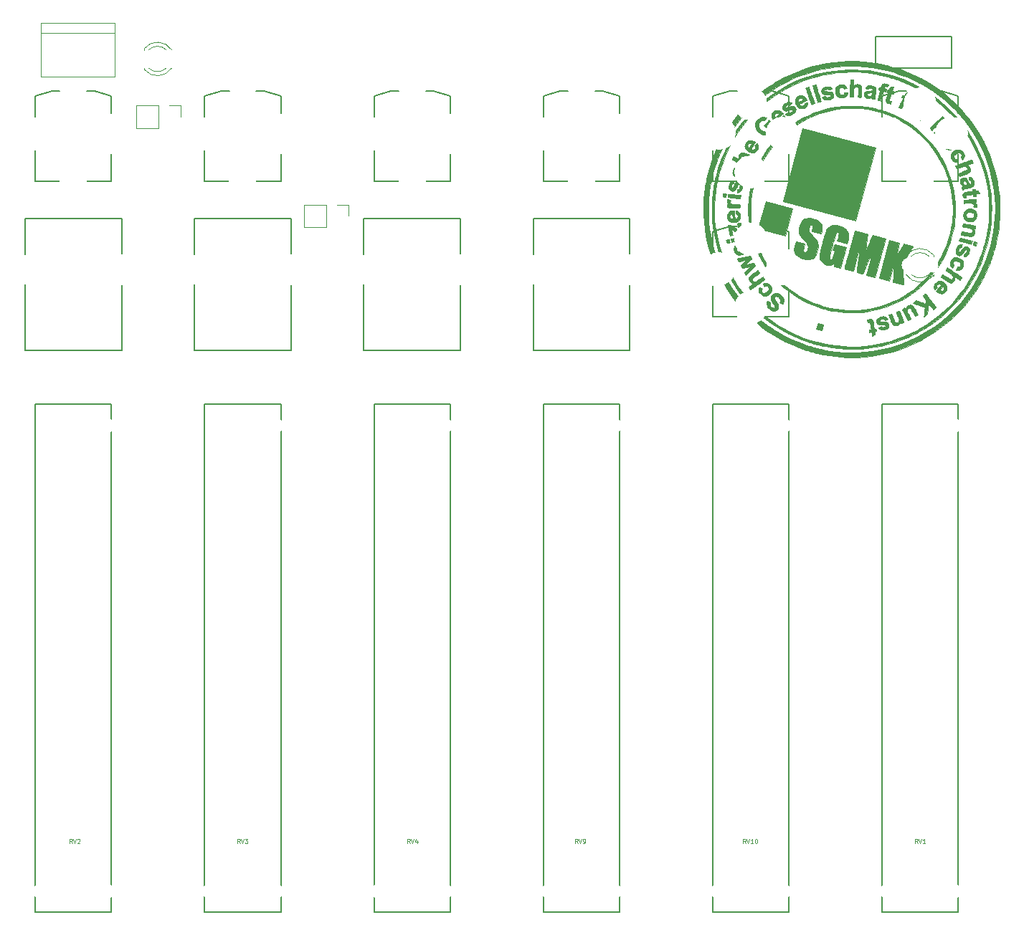
<source format=gto>
G04 #@! TF.FileFunction,Legend,Top*
%FSLAX46Y46*%
G04 Gerber Fmt 4.6, Leading zero omitted, Abs format (unit mm)*
G04 Created by KiCad (PCBNEW 4.0.6) date Fri Jul 14 20:21:39 2017*
%MOMM*%
%LPD*%
G01*
G04 APERTURE LIST*
%ADD10C,0.100000*%
%ADD11C,0.010000*%
%ADD12C,0.150000*%
%ADD13C,0.120000*%
%ADD14C,0.062500*%
%ADD15C,3.900000*%
%ADD16C,3.000000*%
%ADD17R,2.600000X3.000000*%
%ADD18C,1.500000*%
%ADD19R,1.800000X1.800000*%
%ADD20C,1.800000*%
%ADD21R,1.700000X1.700000*%
%ADD22O,1.700000X1.700000*%
%ADD23R,0.400000X1.350000*%
%ADD24O,1.250000X0.950000*%
%ADD25O,1.000000X1.550000*%
%ADD26C,2.000000*%
%ADD27C,1.200000*%
G04 APERTURE END LIST*
D10*
D11*
G36*
X123720046Y-92135223D02*
X123965263Y-92203119D01*
X124182606Y-92265394D01*
X124378710Y-92324218D01*
X124560212Y-92381763D01*
X124733746Y-92440201D01*
X124905947Y-92501704D01*
X125083449Y-92568444D01*
X125272889Y-92642593D01*
X125480902Y-92726322D01*
X125495253Y-92732159D01*
X126287983Y-93077359D01*
X127058450Y-93458463D01*
X127805969Y-93874955D01*
X128529856Y-94326318D01*
X129229426Y-94812037D01*
X129903993Y-95331594D01*
X130552872Y-95884473D01*
X131175379Y-96470159D01*
X131770829Y-97088132D01*
X132338536Y-97737878D01*
X132659500Y-98135039D01*
X133167682Y-98816172D01*
X133640885Y-99519600D01*
X134078583Y-100243655D01*
X134480251Y-100986672D01*
X134845364Y-101746981D01*
X135173395Y-102522918D01*
X135463820Y-103312814D01*
X135716113Y-104115003D01*
X135929749Y-104927817D01*
X136104202Y-105749590D01*
X136238946Y-106578654D01*
X136333456Y-107413342D01*
X136387207Y-108251988D01*
X136399673Y-109092924D01*
X136371683Y-109911616D01*
X136324821Y-110540092D01*
X136258325Y-111147728D01*
X136170493Y-111744425D01*
X136059626Y-112340087D01*
X135924024Y-112944617D01*
X135761987Y-113567915D01*
X135715536Y-113733502D01*
X135645763Y-113976935D01*
X135584134Y-114187292D01*
X135528035Y-114372438D01*
X135474852Y-114540241D01*
X135421971Y-114698569D01*
X135366780Y-114855286D01*
X135306662Y-115018262D01*
X135239007Y-115195362D01*
X135177373Y-115353326D01*
X134844059Y-116144631D01*
X134474116Y-116915110D01*
X134068251Y-117663884D01*
X133627176Y-118390074D01*
X133151600Y-119092802D01*
X132642232Y-119771187D01*
X132099780Y-120424354D01*
X131524955Y-121051421D01*
X130918466Y-121651509D01*
X130281022Y-122223742D01*
X129613334Y-122767239D01*
X128916110Y-123281122D01*
X128606259Y-123493534D01*
X128454121Y-123592817D01*
X128272553Y-123706828D01*
X128069695Y-123830780D01*
X127853687Y-123959888D01*
X127632669Y-124089370D01*
X127414781Y-124214438D01*
X127208161Y-124330308D01*
X127020948Y-124432195D01*
X126912765Y-124489049D01*
X126142029Y-124863227D01*
X125355828Y-125198633D01*
X124555826Y-125494860D01*
X123743688Y-125751503D01*
X122921078Y-125968153D01*
X122089660Y-126144405D01*
X121251097Y-126279851D01*
X120407054Y-126374085D01*
X119559194Y-126426698D01*
X118939850Y-126438590D01*
X118287347Y-126427659D01*
X117642928Y-126392800D01*
X116996918Y-126333096D01*
X116339640Y-126247624D01*
X115661421Y-126135467D01*
X115563588Y-126117460D01*
X115449091Y-126094179D01*
X115300847Y-126061035D01*
X115125803Y-126019822D01*
X114930910Y-125972330D01*
X114723117Y-125920351D01*
X114509374Y-125865676D01*
X114296630Y-125810098D01*
X114091834Y-125755408D01*
X113901936Y-125703398D01*
X113733886Y-125655860D01*
X113594633Y-125614585D01*
X113513852Y-125589008D01*
X112683671Y-125293378D01*
X111876894Y-124962758D01*
X111093872Y-124597378D01*
X110334952Y-124197466D01*
X109600484Y-123763255D01*
X108890818Y-123294970D01*
X108206302Y-122792844D01*
X107547287Y-122257105D01*
X106914122Y-121687984D01*
X106307156Y-121085708D01*
X105770849Y-120501007D01*
X105214313Y-119834585D01*
X104693309Y-119145199D01*
X104207682Y-118432608D01*
X103757278Y-117696573D01*
X103341943Y-116936855D01*
X102961522Y-116153214D01*
X102945319Y-116117599D01*
X102615162Y-115338810D01*
X102324028Y-114544807D01*
X102072204Y-113737449D01*
X101859978Y-112918594D01*
X101687634Y-112090101D01*
X101555456Y-111253827D01*
X101463733Y-110411631D01*
X101412750Y-109565371D01*
X101402794Y-108716905D01*
X101434148Y-107868093D01*
X101507101Y-107020791D01*
X101523581Y-106877702D01*
X101565151Y-106548734D01*
X101609095Y-106242139D01*
X101657203Y-105948827D01*
X101711263Y-105659707D01*
X101773064Y-105365683D01*
X101844394Y-105057668D01*
X101927041Y-104726568D01*
X101984608Y-104507344D01*
X102527337Y-104652767D01*
X102442155Y-104978541D01*
X102368316Y-105284526D01*
X102303579Y-105580463D01*
X102245702Y-105876089D01*
X102192447Y-106181144D01*
X102191626Y-106186122D01*
X102074522Y-107024964D01*
X101999444Y-107863899D01*
X101966106Y-108701633D01*
X101974225Y-109536867D01*
X102023513Y-110368308D01*
X102113687Y-111194658D01*
X102244462Y-112014624D01*
X102415552Y-112826907D01*
X102626673Y-113630213D01*
X102877539Y-114423247D01*
X103167866Y-115204712D01*
X103497369Y-115973312D01*
X103865762Y-116727752D01*
X104272761Y-117466737D01*
X104718080Y-118188969D01*
X104887824Y-118444775D01*
X105375274Y-119127855D01*
X105896219Y-119785688D01*
X106449172Y-120416813D01*
X107032646Y-121019766D01*
X107645156Y-121593087D01*
X108285212Y-122135313D01*
X108951330Y-122644985D01*
X109642022Y-123120640D01*
X109648935Y-123125147D01*
X110286424Y-123519925D01*
X110945828Y-123888648D01*
X111620209Y-124227918D01*
X112302627Y-124534339D01*
X112986147Y-124804511D01*
X113319836Y-124922792D01*
X113436130Y-124962490D01*
X113544447Y-124999591D01*
X113635674Y-125030966D01*
X113700691Y-125053480D01*
X113721162Y-125060663D01*
X113789978Y-125082924D01*
X113893525Y-125113596D01*
X114025416Y-125150997D01*
X114179270Y-125193446D01*
X114348701Y-125239261D01*
X114527328Y-125286761D01*
X114708766Y-125334263D01*
X114886631Y-125380085D01*
X115054540Y-125422548D01*
X115206109Y-125459968D01*
X115334955Y-125490665D01*
X115434694Y-125512956D01*
X115450754Y-125516292D01*
X116289067Y-125667618D01*
X117119942Y-125777762D01*
X117945581Y-125846763D01*
X118768183Y-125874661D01*
X119589947Y-125861494D01*
X120413076Y-125807301D01*
X121239770Y-125712122D01*
X121775398Y-125629094D01*
X122586878Y-125469426D01*
X123390440Y-125268774D01*
X124184157Y-125028064D01*
X124966099Y-124748218D01*
X125734339Y-124430162D01*
X126486949Y-124074820D01*
X127221998Y-123683115D01*
X127937560Y-123255974D01*
X128631705Y-122794318D01*
X129302505Y-122299074D01*
X129948031Y-121771164D01*
X130098438Y-121640188D01*
X130716659Y-121067369D01*
X131302845Y-120467511D01*
X131856382Y-119841946D01*
X132376651Y-119192006D01*
X132863042Y-118519023D01*
X133314936Y-117824328D01*
X133731718Y-117109255D01*
X134112775Y-116375133D01*
X134457489Y-115623297D01*
X134765247Y-114855076D01*
X135035432Y-114071803D01*
X135267431Y-113274811D01*
X135460627Y-112465431D01*
X135614405Y-111644995D01*
X135728150Y-110814835D01*
X135801247Y-109976283D01*
X135831534Y-109228521D01*
X135826103Y-108392085D01*
X135778899Y-107559036D01*
X135690443Y-106730912D01*
X135561257Y-105909255D01*
X135391859Y-105095604D01*
X135182772Y-104291499D01*
X134934514Y-103498480D01*
X134647607Y-102718087D01*
X134322573Y-101951862D01*
X133959930Y-101201342D01*
X133560199Y-100468068D01*
X133123902Y-99753579D01*
X132651559Y-99059418D01*
X132183908Y-98437901D01*
X131646650Y-97790810D01*
X131078684Y-97172215D01*
X130481410Y-96583288D01*
X129856228Y-96025199D01*
X129204539Y-95499117D01*
X128527742Y-95006215D01*
X127827239Y-94547662D01*
X127104432Y-94124628D01*
X126872825Y-93999168D01*
X126116117Y-93620708D01*
X125344193Y-93281240D01*
X124558597Y-92981060D01*
X123760872Y-92720463D01*
X122952562Y-92499745D01*
X122135210Y-92319202D01*
X121310361Y-92179129D01*
X120479555Y-92079822D01*
X119644339Y-92021575D01*
X118806254Y-92004686D01*
X117966846Y-92029451D01*
X117127655Y-92096163D01*
X117006375Y-92109303D01*
X116177298Y-92223382D01*
X115355320Y-92378754D01*
X114542251Y-92574709D01*
X113739902Y-92810540D01*
X112950088Y-93085536D01*
X112174618Y-93398988D01*
X111415306Y-93750189D01*
X110673961Y-94138427D01*
X109952397Y-94562996D01*
X109252426Y-95023184D01*
X108878795Y-95290116D01*
X108202077Y-95813481D01*
X107557029Y-96364788D01*
X106943994Y-96943619D01*
X106363312Y-97549553D01*
X105815328Y-98182170D01*
X105300382Y-98841049D01*
X104818819Y-99525770D01*
X104370980Y-100235914D01*
X103957206Y-100971060D01*
X103577841Y-101730788D01*
X103507713Y-101882180D01*
X103359515Y-102213031D01*
X103226584Y-102525534D01*
X103105491Y-102829084D01*
X102992805Y-103133075D01*
X102885099Y-103446901D01*
X102778942Y-103779957D01*
X102670905Y-104141638D01*
X102626101Y-104297468D01*
X102527337Y-104652767D01*
X101984608Y-104507344D01*
X102005689Y-104427059D01*
X102079721Y-104153166D01*
X102146756Y-103912482D01*
X102209376Y-103696982D01*
X102270155Y-103498639D01*
X102331673Y-103309425D01*
X102396507Y-103121315D01*
X102467237Y-102926282D01*
X102546439Y-102716298D01*
X102598486Y-102581373D01*
X102927143Y-101793006D01*
X103293207Y-101023805D01*
X103695758Y-100274956D01*
X104133876Y-99547644D01*
X104606643Y-98843057D01*
X105113138Y-98162379D01*
X105652443Y-97506797D01*
X106223639Y-96877497D01*
X106825806Y-96275663D01*
X107458026Y-95702483D01*
X108119378Y-95159142D01*
X108674836Y-94742415D01*
X108929471Y-94564357D01*
X109211716Y-94376266D01*
X109513353Y-94183105D01*
X109826156Y-93989834D01*
X110141902Y-93801415D01*
X110452370Y-93622809D01*
X110749336Y-93458977D01*
X111024578Y-93314881D01*
X111119207Y-93267588D01*
X111909071Y-92901703D01*
X112710009Y-92576225D01*
X113520963Y-92291324D01*
X114340874Y-92047164D01*
X115168682Y-91843914D01*
X116003330Y-91681740D01*
X116843756Y-91560809D01*
X117688902Y-91481288D01*
X118537710Y-91443344D01*
X119389121Y-91447142D01*
X120242074Y-91492852D01*
X121095511Y-91580640D01*
X121483394Y-91634511D01*
X121684278Y-91665176D01*
X121863549Y-91693880D01*
X122027772Y-91722047D01*
X122183518Y-91751104D01*
X122337352Y-91782478D01*
X122495843Y-91817595D01*
X122665557Y-91857882D01*
X122853062Y-91904764D01*
X123064925Y-91959669D01*
X123307715Y-92024022D01*
X123440321Y-92059532D01*
X123720046Y-92135223D01*
X123720046Y-92135223D01*
G37*
X123720046Y-92135223D02*
X123965263Y-92203119D01*
X124182606Y-92265394D01*
X124378710Y-92324218D01*
X124560212Y-92381763D01*
X124733746Y-92440201D01*
X124905947Y-92501704D01*
X125083449Y-92568444D01*
X125272889Y-92642593D01*
X125480902Y-92726322D01*
X125495253Y-92732159D01*
X126287983Y-93077359D01*
X127058450Y-93458463D01*
X127805969Y-93874955D01*
X128529856Y-94326318D01*
X129229426Y-94812037D01*
X129903993Y-95331594D01*
X130552872Y-95884473D01*
X131175379Y-96470159D01*
X131770829Y-97088132D01*
X132338536Y-97737878D01*
X132659500Y-98135039D01*
X133167682Y-98816172D01*
X133640885Y-99519600D01*
X134078583Y-100243655D01*
X134480251Y-100986672D01*
X134845364Y-101746981D01*
X135173395Y-102522918D01*
X135463820Y-103312814D01*
X135716113Y-104115003D01*
X135929749Y-104927817D01*
X136104202Y-105749590D01*
X136238946Y-106578654D01*
X136333456Y-107413342D01*
X136387207Y-108251988D01*
X136399673Y-109092924D01*
X136371683Y-109911616D01*
X136324821Y-110540092D01*
X136258325Y-111147728D01*
X136170493Y-111744425D01*
X136059626Y-112340087D01*
X135924024Y-112944617D01*
X135761987Y-113567915D01*
X135715536Y-113733502D01*
X135645763Y-113976935D01*
X135584134Y-114187292D01*
X135528035Y-114372438D01*
X135474852Y-114540241D01*
X135421971Y-114698569D01*
X135366780Y-114855286D01*
X135306662Y-115018262D01*
X135239007Y-115195362D01*
X135177373Y-115353326D01*
X134844059Y-116144631D01*
X134474116Y-116915110D01*
X134068251Y-117663884D01*
X133627176Y-118390074D01*
X133151600Y-119092802D01*
X132642232Y-119771187D01*
X132099780Y-120424354D01*
X131524955Y-121051421D01*
X130918466Y-121651509D01*
X130281022Y-122223742D01*
X129613334Y-122767239D01*
X128916110Y-123281122D01*
X128606259Y-123493534D01*
X128454121Y-123592817D01*
X128272553Y-123706828D01*
X128069695Y-123830780D01*
X127853687Y-123959888D01*
X127632669Y-124089370D01*
X127414781Y-124214438D01*
X127208161Y-124330308D01*
X127020948Y-124432195D01*
X126912765Y-124489049D01*
X126142029Y-124863227D01*
X125355828Y-125198633D01*
X124555826Y-125494860D01*
X123743688Y-125751503D01*
X122921078Y-125968153D01*
X122089660Y-126144405D01*
X121251097Y-126279851D01*
X120407054Y-126374085D01*
X119559194Y-126426698D01*
X118939850Y-126438590D01*
X118287347Y-126427659D01*
X117642928Y-126392800D01*
X116996918Y-126333096D01*
X116339640Y-126247624D01*
X115661421Y-126135467D01*
X115563588Y-126117460D01*
X115449091Y-126094179D01*
X115300847Y-126061035D01*
X115125803Y-126019822D01*
X114930910Y-125972330D01*
X114723117Y-125920351D01*
X114509374Y-125865676D01*
X114296630Y-125810098D01*
X114091834Y-125755408D01*
X113901936Y-125703398D01*
X113733886Y-125655860D01*
X113594633Y-125614585D01*
X113513852Y-125589008D01*
X112683671Y-125293378D01*
X111876894Y-124962758D01*
X111093872Y-124597378D01*
X110334952Y-124197466D01*
X109600484Y-123763255D01*
X108890818Y-123294970D01*
X108206302Y-122792844D01*
X107547287Y-122257105D01*
X106914122Y-121687984D01*
X106307156Y-121085708D01*
X105770849Y-120501007D01*
X105214313Y-119834585D01*
X104693309Y-119145199D01*
X104207682Y-118432608D01*
X103757278Y-117696573D01*
X103341943Y-116936855D01*
X102961522Y-116153214D01*
X102945319Y-116117599D01*
X102615162Y-115338810D01*
X102324028Y-114544807D01*
X102072204Y-113737449D01*
X101859978Y-112918594D01*
X101687634Y-112090101D01*
X101555456Y-111253827D01*
X101463733Y-110411631D01*
X101412750Y-109565371D01*
X101402794Y-108716905D01*
X101434148Y-107868093D01*
X101507101Y-107020791D01*
X101523581Y-106877702D01*
X101565151Y-106548734D01*
X101609095Y-106242139D01*
X101657203Y-105948827D01*
X101711263Y-105659707D01*
X101773064Y-105365683D01*
X101844394Y-105057668D01*
X101927041Y-104726568D01*
X101984608Y-104507344D01*
X102527337Y-104652767D01*
X102442155Y-104978541D01*
X102368316Y-105284526D01*
X102303579Y-105580463D01*
X102245702Y-105876089D01*
X102192447Y-106181144D01*
X102191626Y-106186122D01*
X102074522Y-107024964D01*
X101999444Y-107863899D01*
X101966106Y-108701633D01*
X101974225Y-109536867D01*
X102023513Y-110368308D01*
X102113687Y-111194658D01*
X102244462Y-112014624D01*
X102415552Y-112826907D01*
X102626673Y-113630213D01*
X102877539Y-114423247D01*
X103167866Y-115204712D01*
X103497369Y-115973312D01*
X103865762Y-116727752D01*
X104272761Y-117466737D01*
X104718080Y-118188969D01*
X104887824Y-118444775D01*
X105375274Y-119127855D01*
X105896219Y-119785688D01*
X106449172Y-120416813D01*
X107032646Y-121019766D01*
X107645156Y-121593087D01*
X108285212Y-122135313D01*
X108951330Y-122644985D01*
X109642022Y-123120640D01*
X109648935Y-123125147D01*
X110286424Y-123519925D01*
X110945828Y-123888648D01*
X111620209Y-124227918D01*
X112302627Y-124534339D01*
X112986147Y-124804511D01*
X113319836Y-124922792D01*
X113436130Y-124962490D01*
X113544447Y-124999591D01*
X113635674Y-125030966D01*
X113700691Y-125053480D01*
X113721162Y-125060663D01*
X113789978Y-125082924D01*
X113893525Y-125113596D01*
X114025416Y-125150997D01*
X114179270Y-125193446D01*
X114348701Y-125239261D01*
X114527328Y-125286761D01*
X114708766Y-125334263D01*
X114886631Y-125380085D01*
X115054540Y-125422548D01*
X115206109Y-125459968D01*
X115334955Y-125490665D01*
X115434694Y-125512956D01*
X115450754Y-125516292D01*
X116289067Y-125667618D01*
X117119942Y-125777762D01*
X117945581Y-125846763D01*
X118768183Y-125874661D01*
X119589947Y-125861494D01*
X120413076Y-125807301D01*
X121239770Y-125712122D01*
X121775398Y-125629094D01*
X122586878Y-125469426D01*
X123390440Y-125268774D01*
X124184157Y-125028064D01*
X124966099Y-124748218D01*
X125734339Y-124430162D01*
X126486949Y-124074820D01*
X127221998Y-123683115D01*
X127937560Y-123255974D01*
X128631705Y-122794318D01*
X129302505Y-122299074D01*
X129948031Y-121771164D01*
X130098438Y-121640188D01*
X130716659Y-121067369D01*
X131302845Y-120467511D01*
X131856382Y-119841946D01*
X132376651Y-119192006D01*
X132863042Y-118519023D01*
X133314936Y-117824328D01*
X133731718Y-117109255D01*
X134112775Y-116375133D01*
X134457489Y-115623297D01*
X134765247Y-114855076D01*
X135035432Y-114071803D01*
X135267431Y-113274811D01*
X135460627Y-112465431D01*
X135614405Y-111644995D01*
X135728150Y-110814835D01*
X135801247Y-109976283D01*
X135831534Y-109228521D01*
X135826103Y-108392085D01*
X135778899Y-107559036D01*
X135690443Y-106730912D01*
X135561257Y-105909255D01*
X135391859Y-105095604D01*
X135182772Y-104291499D01*
X134934514Y-103498480D01*
X134647607Y-102718087D01*
X134322573Y-101951862D01*
X133959930Y-101201342D01*
X133560199Y-100468068D01*
X133123902Y-99753579D01*
X132651559Y-99059418D01*
X132183908Y-98437901D01*
X131646650Y-97790810D01*
X131078684Y-97172215D01*
X130481410Y-96583288D01*
X129856228Y-96025199D01*
X129204539Y-95499117D01*
X128527742Y-95006215D01*
X127827239Y-94547662D01*
X127104432Y-94124628D01*
X126872825Y-93999168D01*
X126116117Y-93620708D01*
X125344193Y-93281240D01*
X124558597Y-92981060D01*
X123760872Y-92720463D01*
X122952562Y-92499745D01*
X122135210Y-92319202D01*
X121310361Y-92179129D01*
X120479555Y-92079822D01*
X119644339Y-92021575D01*
X118806254Y-92004686D01*
X117966846Y-92029451D01*
X117127655Y-92096163D01*
X117006375Y-92109303D01*
X116177298Y-92223382D01*
X115355320Y-92378754D01*
X114542251Y-92574709D01*
X113739902Y-92810540D01*
X112950088Y-93085536D01*
X112174618Y-93398988D01*
X111415306Y-93750189D01*
X110673961Y-94138427D01*
X109952397Y-94562996D01*
X109252426Y-95023184D01*
X108878795Y-95290116D01*
X108202077Y-95813481D01*
X107557029Y-96364788D01*
X106943994Y-96943619D01*
X106363312Y-97549553D01*
X105815328Y-98182170D01*
X105300382Y-98841049D01*
X104818819Y-99525770D01*
X104370980Y-100235914D01*
X103957206Y-100971060D01*
X103577841Y-101730788D01*
X103507713Y-101882180D01*
X103359515Y-102213031D01*
X103226584Y-102525534D01*
X103105491Y-102829084D01*
X102992805Y-103133075D01*
X102885099Y-103446901D01*
X102778942Y-103779957D01*
X102670905Y-104141638D01*
X102626101Y-104297468D01*
X102527337Y-104652767D01*
X101984608Y-104507344D01*
X102005689Y-104427059D01*
X102079721Y-104153166D01*
X102146756Y-103912482D01*
X102209376Y-103696982D01*
X102270155Y-103498639D01*
X102331673Y-103309425D01*
X102396507Y-103121315D01*
X102467237Y-102926282D01*
X102546439Y-102716298D01*
X102598486Y-102581373D01*
X102927143Y-101793006D01*
X103293207Y-101023805D01*
X103695758Y-100274956D01*
X104133876Y-99547644D01*
X104606643Y-98843057D01*
X105113138Y-98162379D01*
X105652443Y-97506797D01*
X106223639Y-96877497D01*
X106825806Y-96275663D01*
X107458026Y-95702483D01*
X108119378Y-95159142D01*
X108674836Y-94742415D01*
X108929471Y-94564357D01*
X109211716Y-94376266D01*
X109513353Y-94183105D01*
X109826156Y-93989834D01*
X110141902Y-93801415D01*
X110452370Y-93622809D01*
X110749336Y-93458977D01*
X111024578Y-93314881D01*
X111119207Y-93267588D01*
X111909071Y-92901703D01*
X112710009Y-92576225D01*
X113520963Y-92291324D01*
X114340874Y-92047164D01*
X115168682Y-91843914D01*
X116003330Y-91681740D01*
X116843756Y-91560809D01*
X117688902Y-91481288D01*
X118537710Y-91443344D01*
X119389121Y-91447142D01*
X120242074Y-91492852D01*
X121095511Y-91580640D01*
X121483394Y-91634511D01*
X121684278Y-91665176D01*
X121863549Y-91693880D01*
X122027772Y-91722047D01*
X122183518Y-91751104D01*
X122337352Y-91782478D01*
X122495843Y-91817595D01*
X122665557Y-91857882D01*
X122853062Y-91904764D01*
X123064925Y-91959669D01*
X123307715Y-92024022D01*
X123440321Y-92059532D01*
X123720046Y-92135223D01*
G36*
X124137944Y-93283842D02*
X124923280Y-93567745D01*
X125300979Y-93720262D01*
X126051571Y-94056794D01*
X126784105Y-94431177D01*
X127497064Y-94842289D01*
X128188934Y-95289015D01*
X128858195Y-95770235D01*
X129503336Y-96284830D01*
X130122837Y-96831684D01*
X130715186Y-97409677D01*
X131278863Y-98017691D01*
X131542677Y-98324495D01*
X132061530Y-98975879D01*
X132545885Y-99651228D01*
X132995052Y-100349032D01*
X133408341Y-101067780D01*
X133785063Y-101805958D01*
X134124527Y-102562057D01*
X134426044Y-103334565D01*
X134688925Y-104121969D01*
X134912478Y-104922759D01*
X135096015Y-105735424D01*
X135207507Y-106355015D01*
X135316852Y-107169755D01*
X135384485Y-107988516D01*
X135410634Y-108809557D01*
X135395527Y-109631133D01*
X135339391Y-110451500D01*
X135242453Y-111268912D01*
X135104939Y-112081626D01*
X134927079Y-112887900D01*
X134709098Y-113685986D01*
X134451226Y-114474141D01*
X134153687Y-115250622D01*
X134001539Y-115608009D01*
X133647862Y-116360445D01*
X133258115Y-117091139D01*
X132833092Y-117799154D01*
X132373590Y-118483558D01*
X131880403Y-119143414D01*
X131354327Y-119777788D01*
X130796158Y-120385747D01*
X130206691Y-120966355D01*
X129586721Y-121518679D01*
X128937044Y-122041783D01*
X128258455Y-122534733D01*
X127902514Y-122773562D01*
X127744643Y-122874021D01*
X127558949Y-122987841D01*
X127353986Y-123110106D01*
X127138314Y-123235898D01*
X126920490Y-123360298D01*
X126709069Y-123478391D01*
X126512609Y-123585255D01*
X126339668Y-123675976D01*
X126278709Y-123706785D01*
X125517175Y-124063009D01*
X124743425Y-124378926D01*
X123958658Y-124654379D01*
X123164078Y-124889209D01*
X122360885Y-125083261D01*
X121550282Y-125236375D01*
X120733471Y-125348396D01*
X119911650Y-125419166D01*
X119086025Y-125448528D01*
X118257795Y-125436324D01*
X117428163Y-125382398D01*
X116598329Y-125286592D01*
X115769496Y-125148749D01*
X115566354Y-125108473D01*
X115463046Y-125085806D01*
X115327612Y-125053784D01*
X115167120Y-125014270D01*
X114988642Y-124969131D01*
X114799249Y-124920230D01*
X114606013Y-124869432D01*
X114416004Y-124818602D01*
X114236293Y-124769605D01*
X114073952Y-124724305D01*
X113936050Y-124684566D01*
X113829660Y-124652255D01*
X113800272Y-124642746D01*
X112992575Y-124353546D01*
X112209347Y-124029835D01*
X111450643Y-123671650D01*
X110716521Y-123279029D01*
X110007036Y-122852007D01*
X109322247Y-122390621D01*
X108662208Y-121894911D01*
X108026977Y-121364910D01*
X107416611Y-120800659D01*
X106831165Y-120202193D01*
X106528328Y-119868117D01*
X105995738Y-119233424D01*
X105497838Y-118575791D01*
X105035085Y-117896752D01*
X104607938Y-117197845D01*
X104216853Y-116480604D01*
X103862287Y-115746568D01*
X103544699Y-114997270D01*
X103264547Y-114234249D01*
X103022288Y-113459038D01*
X102818380Y-112673177D01*
X102653279Y-111878199D01*
X102527445Y-111075641D01*
X102441334Y-110267040D01*
X102395405Y-109453931D01*
X102390114Y-108637850D01*
X102425921Y-107820334D01*
X102503282Y-107002919D01*
X102563017Y-106558588D01*
X102594391Y-106351346D01*
X102623614Y-106168408D01*
X102652399Y-106001371D01*
X102682459Y-105841832D01*
X102715506Y-105681389D01*
X102753254Y-105511636D01*
X102797414Y-105324172D01*
X102849699Y-105110594D01*
X102895467Y-104927458D01*
X103001758Y-104518570D01*
X103013731Y-104475919D01*
X103281057Y-104547549D01*
X103097053Y-105262198D01*
X102945433Y-105978101D01*
X102828738Y-106685333D01*
X102821383Y-106738348D01*
X102729618Y-107563516D01*
X102679966Y-108388247D01*
X102672215Y-109211266D01*
X102706151Y-110031299D01*
X102781562Y-110847070D01*
X102898236Y-111657306D01*
X103055962Y-112460732D01*
X103254524Y-113256073D01*
X103493714Y-114042054D01*
X103773315Y-114817402D01*
X104093118Y-115580840D01*
X104403969Y-116234526D01*
X104533834Y-116483992D01*
X104684076Y-116757453D01*
X104849066Y-117045501D01*
X105023169Y-117338735D01*
X105200752Y-117627747D01*
X105376182Y-117903133D01*
X105543826Y-118155488D01*
X105624367Y-118272084D01*
X106110866Y-118929129D01*
X106628850Y-119558882D01*
X107176844Y-120160363D01*
X107753374Y-120732595D01*
X108356960Y-121274601D01*
X108986128Y-121785402D01*
X109639402Y-122264019D01*
X110315306Y-122709476D01*
X111012364Y-123120795D01*
X111729099Y-123496997D01*
X112464036Y-123837105D01*
X113215700Y-124140139D01*
X113982612Y-124405124D01*
X114763299Y-124631081D01*
X115478166Y-124800625D01*
X116302020Y-124954696D01*
X117126221Y-125066831D01*
X117949618Y-125137213D01*
X118771056Y-125166021D01*
X119589382Y-125153438D01*
X120403440Y-125099643D01*
X121212077Y-125004817D01*
X122014141Y-124869144D01*
X122808476Y-124692801D01*
X123593930Y-124475971D01*
X124369346Y-124218834D01*
X125133573Y-123921571D01*
X125885456Y-123584365D01*
X126623842Y-123207394D01*
X127007318Y-122992695D01*
X127716397Y-122559083D01*
X128400103Y-122091891D01*
X129057465Y-121592004D01*
X129687512Y-121060310D01*
X130289275Y-120497700D01*
X130861784Y-119905056D01*
X131404070Y-119283269D01*
X131915160Y-118633226D01*
X132194846Y-118246559D01*
X132574876Y-117679822D01*
X132927600Y-117101433D01*
X133255791Y-116505999D01*
X133562223Y-115888121D01*
X133849666Y-115242406D01*
X134120894Y-114563457D01*
X134208897Y-114326857D01*
X134246096Y-114218026D01*
X134291355Y-114074168D01*
X134343023Y-113901455D01*
X134399442Y-113706062D01*
X134458958Y-113494164D01*
X134519917Y-113271935D01*
X134580664Y-113045550D01*
X134639544Y-112821183D01*
X134694900Y-112605008D01*
X134745080Y-112403202D01*
X134788429Y-112221935D01*
X134823290Y-112067386D01*
X134848010Y-111945727D01*
X134850010Y-111934781D01*
X134981084Y-111096460D01*
X135070772Y-110266276D01*
X135119065Y-109443422D01*
X135125955Y-108627087D01*
X135091431Y-107816462D01*
X135015487Y-107010738D01*
X134898110Y-106209104D01*
X134779438Y-105593871D01*
X134586639Y-104788853D01*
X134355298Y-103999629D01*
X134086364Y-103227324D01*
X133780790Y-102473064D01*
X133439528Y-101737974D01*
X133063527Y-101023181D01*
X132653738Y-100329810D01*
X132211116Y-99658987D01*
X131736608Y-99011837D01*
X131231168Y-98389486D01*
X130695745Y-97793061D01*
X130131292Y-97223685D01*
X129538760Y-96682486D01*
X128919100Y-96170589D01*
X128273262Y-95689119D01*
X127602199Y-95239203D01*
X126906862Y-94821965D01*
X126188201Y-94438532D01*
X125447169Y-94090029D01*
X124847641Y-93840574D01*
X124662144Y-93768567D01*
X124491384Y-93704403D01*
X124328542Y-93645909D01*
X124166799Y-93590913D01*
X123999336Y-93537240D01*
X123819334Y-93482719D01*
X123619973Y-93425177D01*
X123394436Y-93362440D01*
X123135904Y-93292337D01*
X123081065Y-93277623D01*
X122829934Y-93210759D01*
X122612388Y-93153995D01*
X122421304Y-93105806D01*
X122249558Y-93064665D01*
X122090031Y-93029048D01*
X121935599Y-92997430D01*
X121779141Y-92968287D01*
X121613534Y-92940091D01*
X121431655Y-92911319D01*
X121226383Y-92880444D01*
X121226250Y-92880425D01*
X120416234Y-92781875D01*
X119604891Y-92725131D01*
X118793817Y-92709769D01*
X117984599Y-92735362D01*
X117178834Y-92801485D01*
X116378112Y-92907712D01*
X115584025Y-93053616D01*
X114798167Y-93238772D01*
X114022129Y-93462756D01*
X113257504Y-93725139D01*
X112505885Y-94025498D01*
X111768863Y-94363406D01*
X111048030Y-94738436D01*
X110344980Y-95150165D01*
X109661304Y-95598165D01*
X108998595Y-96082011D01*
X108865531Y-96185544D01*
X108225976Y-96715173D01*
X107617000Y-97273748D01*
X107039340Y-97860266D01*
X106493732Y-98473723D01*
X105980916Y-99113116D01*
X105501630Y-99777443D01*
X105056610Y-100465700D01*
X104646595Y-101176881D01*
X104272321Y-101909986D01*
X103934528Y-102664010D01*
X103736076Y-103161702D01*
X103494911Y-103844077D01*
X103281057Y-104547549D01*
X103013731Y-104475919D01*
X103107555Y-104141717D01*
X103216242Y-103786784D01*
X103331208Y-103443649D01*
X103455835Y-103102195D01*
X103593511Y-102752303D01*
X103743073Y-102394468D01*
X104084499Y-101650894D01*
X104463709Y-100925059D01*
X104879305Y-100218692D01*
X105329887Y-99533523D01*
X105814057Y-98871280D01*
X106330417Y-98233693D01*
X106877568Y-97622490D01*
X107454110Y-97039401D01*
X108058648Y-96486154D01*
X108689781Y-95964480D01*
X109329757Y-95487647D01*
X109868380Y-95123310D01*
X110432407Y-94772676D01*
X111010754Y-94442111D01*
X111592340Y-94137979D01*
X112103149Y-93894938D01*
X112870129Y-93570801D01*
X113648374Y-93287068D01*
X114436448Y-93043757D01*
X115232916Y-92840886D01*
X116036347Y-92678475D01*
X116845302Y-92556544D01*
X117658352Y-92475110D01*
X118474059Y-92434193D01*
X119290988Y-92433812D01*
X120107708Y-92473986D01*
X120922783Y-92554734D01*
X121734777Y-92676074D01*
X122542259Y-92838027D01*
X123343793Y-93040610D01*
X124137944Y-93283842D01*
X124137944Y-93283842D01*
G37*
X124137944Y-93283842D02*
X124923280Y-93567745D01*
X125300979Y-93720262D01*
X126051571Y-94056794D01*
X126784105Y-94431177D01*
X127497064Y-94842289D01*
X128188934Y-95289015D01*
X128858195Y-95770235D01*
X129503336Y-96284830D01*
X130122837Y-96831684D01*
X130715186Y-97409677D01*
X131278863Y-98017691D01*
X131542677Y-98324495D01*
X132061530Y-98975879D01*
X132545885Y-99651228D01*
X132995052Y-100349032D01*
X133408341Y-101067780D01*
X133785063Y-101805958D01*
X134124527Y-102562057D01*
X134426044Y-103334565D01*
X134688925Y-104121969D01*
X134912478Y-104922759D01*
X135096015Y-105735424D01*
X135207507Y-106355015D01*
X135316852Y-107169755D01*
X135384485Y-107988516D01*
X135410634Y-108809557D01*
X135395527Y-109631133D01*
X135339391Y-110451500D01*
X135242453Y-111268912D01*
X135104939Y-112081626D01*
X134927079Y-112887900D01*
X134709098Y-113685986D01*
X134451226Y-114474141D01*
X134153687Y-115250622D01*
X134001539Y-115608009D01*
X133647862Y-116360445D01*
X133258115Y-117091139D01*
X132833092Y-117799154D01*
X132373590Y-118483558D01*
X131880403Y-119143414D01*
X131354327Y-119777788D01*
X130796158Y-120385747D01*
X130206691Y-120966355D01*
X129586721Y-121518679D01*
X128937044Y-122041783D01*
X128258455Y-122534733D01*
X127902514Y-122773562D01*
X127744643Y-122874021D01*
X127558949Y-122987841D01*
X127353986Y-123110106D01*
X127138314Y-123235898D01*
X126920490Y-123360298D01*
X126709069Y-123478391D01*
X126512609Y-123585255D01*
X126339668Y-123675976D01*
X126278709Y-123706785D01*
X125517175Y-124063009D01*
X124743425Y-124378926D01*
X123958658Y-124654379D01*
X123164078Y-124889209D01*
X122360885Y-125083261D01*
X121550282Y-125236375D01*
X120733471Y-125348396D01*
X119911650Y-125419166D01*
X119086025Y-125448528D01*
X118257795Y-125436324D01*
X117428163Y-125382398D01*
X116598329Y-125286592D01*
X115769496Y-125148749D01*
X115566354Y-125108473D01*
X115463046Y-125085806D01*
X115327612Y-125053784D01*
X115167120Y-125014270D01*
X114988642Y-124969131D01*
X114799249Y-124920230D01*
X114606013Y-124869432D01*
X114416004Y-124818602D01*
X114236293Y-124769605D01*
X114073952Y-124724305D01*
X113936050Y-124684566D01*
X113829660Y-124652255D01*
X113800272Y-124642746D01*
X112992575Y-124353546D01*
X112209347Y-124029835D01*
X111450643Y-123671650D01*
X110716521Y-123279029D01*
X110007036Y-122852007D01*
X109322247Y-122390621D01*
X108662208Y-121894911D01*
X108026977Y-121364910D01*
X107416611Y-120800659D01*
X106831165Y-120202193D01*
X106528328Y-119868117D01*
X105995738Y-119233424D01*
X105497838Y-118575791D01*
X105035085Y-117896752D01*
X104607938Y-117197845D01*
X104216853Y-116480604D01*
X103862287Y-115746568D01*
X103544699Y-114997270D01*
X103264547Y-114234249D01*
X103022288Y-113459038D01*
X102818380Y-112673177D01*
X102653279Y-111878199D01*
X102527445Y-111075641D01*
X102441334Y-110267040D01*
X102395405Y-109453931D01*
X102390114Y-108637850D01*
X102425921Y-107820334D01*
X102503282Y-107002919D01*
X102563017Y-106558588D01*
X102594391Y-106351346D01*
X102623614Y-106168408D01*
X102652399Y-106001371D01*
X102682459Y-105841832D01*
X102715506Y-105681389D01*
X102753254Y-105511636D01*
X102797414Y-105324172D01*
X102849699Y-105110594D01*
X102895467Y-104927458D01*
X103001758Y-104518570D01*
X103013731Y-104475919D01*
X103281057Y-104547549D01*
X103097053Y-105262198D01*
X102945433Y-105978101D01*
X102828738Y-106685333D01*
X102821383Y-106738348D01*
X102729618Y-107563516D01*
X102679966Y-108388247D01*
X102672215Y-109211266D01*
X102706151Y-110031299D01*
X102781562Y-110847070D01*
X102898236Y-111657306D01*
X103055962Y-112460732D01*
X103254524Y-113256073D01*
X103493714Y-114042054D01*
X103773315Y-114817402D01*
X104093118Y-115580840D01*
X104403969Y-116234526D01*
X104533834Y-116483992D01*
X104684076Y-116757453D01*
X104849066Y-117045501D01*
X105023169Y-117338735D01*
X105200752Y-117627747D01*
X105376182Y-117903133D01*
X105543826Y-118155488D01*
X105624367Y-118272084D01*
X106110866Y-118929129D01*
X106628850Y-119558882D01*
X107176844Y-120160363D01*
X107753374Y-120732595D01*
X108356960Y-121274601D01*
X108986128Y-121785402D01*
X109639402Y-122264019D01*
X110315306Y-122709476D01*
X111012364Y-123120795D01*
X111729099Y-123496997D01*
X112464036Y-123837105D01*
X113215700Y-124140139D01*
X113982612Y-124405124D01*
X114763299Y-124631081D01*
X115478166Y-124800625D01*
X116302020Y-124954696D01*
X117126221Y-125066831D01*
X117949618Y-125137213D01*
X118771056Y-125166021D01*
X119589382Y-125153438D01*
X120403440Y-125099643D01*
X121212077Y-125004817D01*
X122014141Y-124869144D01*
X122808476Y-124692801D01*
X123593930Y-124475971D01*
X124369346Y-124218834D01*
X125133573Y-123921571D01*
X125885456Y-123584365D01*
X126623842Y-123207394D01*
X127007318Y-122992695D01*
X127716397Y-122559083D01*
X128400103Y-122091891D01*
X129057465Y-121592004D01*
X129687512Y-121060310D01*
X130289275Y-120497700D01*
X130861784Y-119905056D01*
X131404070Y-119283269D01*
X131915160Y-118633226D01*
X132194846Y-118246559D01*
X132574876Y-117679822D01*
X132927600Y-117101433D01*
X133255791Y-116505999D01*
X133562223Y-115888121D01*
X133849666Y-115242406D01*
X134120894Y-114563457D01*
X134208897Y-114326857D01*
X134246096Y-114218026D01*
X134291355Y-114074168D01*
X134343023Y-113901455D01*
X134399442Y-113706062D01*
X134458958Y-113494164D01*
X134519917Y-113271935D01*
X134580664Y-113045550D01*
X134639544Y-112821183D01*
X134694900Y-112605008D01*
X134745080Y-112403202D01*
X134788429Y-112221935D01*
X134823290Y-112067386D01*
X134848010Y-111945727D01*
X134850010Y-111934781D01*
X134981084Y-111096460D01*
X135070772Y-110266276D01*
X135119065Y-109443422D01*
X135125955Y-108627087D01*
X135091431Y-107816462D01*
X135015487Y-107010738D01*
X134898110Y-106209104D01*
X134779438Y-105593871D01*
X134586639Y-104788853D01*
X134355298Y-103999629D01*
X134086364Y-103227324D01*
X133780790Y-102473064D01*
X133439528Y-101737974D01*
X133063527Y-101023181D01*
X132653738Y-100329810D01*
X132211116Y-99658987D01*
X131736608Y-99011837D01*
X131231168Y-98389486D01*
X130695745Y-97793061D01*
X130131292Y-97223685D01*
X129538760Y-96682486D01*
X128919100Y-96170589D01*
X128273262Y-95689119D01*
X127602199Y-95239203D01*
X126906862Y-94821965D01*
X126188201Y-94438532D01*
X125447169Y-94090029D01*
X124847641Y-93840574D01*
X124662144Y-93768567D01*
X124491384Y-93704403D01*
X124328542Y-93645909D01*
X124166799Y-93590913D01*
X123999336Y-93537240D01*
X123819334Y-93482719D01*
X123619973Y-93425177D01*
X123394436Y-93362440D01*
X123135904Y-93292337D01*
X123081065Y-93277623D01*
X122829934Y-93210759D01*
X122612388Y-93153995D01*
X122421304Y-93105806D01*
X122249558Y-93064665D01*
X122090031Y-93029048D01*
X121935599Y-92997430D01*
X121779141Y-92968287D01*
X121613534Y-92940091D01*
X121431655Y-92911319D01*
X121226383Y-92880444D01*
X121226250Y-92880425D01*
X120416234Y-92781875D01*
X119604891Y-92725131D01*
X118793817Y-92709769D01*
X117984599Y-92735362D01*
X117178834Y-92801485D01*
X116378112Y-92907712D01*
X115584025Y-93053616D01*
X114798167Y-93238772D01*
X114022129Y-93462756D01*
X113257504Y-93725139D01*
X112505885Y-94025498D01*
X111768863Y-94363406D01*
X111048030Y-94738436D01*
X110344980Y-95150165D01*
X109661304Y-95598165D01*
X108998595Y-96082011D01*
X108865531Y-96185544D01*
X108225976Y-96715173D01*
X107617000Y-97273748D01*
X107039340Y-97860266D01*
X106493732Y-98473723D01*
X105980916Y-99113116D01*
X105501630Y-99777443D01*
X105056610Y-100465700D01*
X104646595Y-101176881D01*
X104272321Y-101909986D01*
X103934528Y-102664010D01*
X103736076Y-103161702D01*
X103494911Y-103844077D01*
X103281057Y-104547549D01*
X103013731Y-104475919D01*
X103107555Y-104141717D01*
X103216242Y-103786784D01*
X103331208Y-103443649D01*
X103455835Y-103102195D01*
X103593511Y-102752303D01*
X103743073Y-102394468D01*
X104084499Y-101650894D01*
X104463709Y-100925059D01*
X104879305Y-100218692D01*
X105329887Y-99533523D01*
X105814057Y-98871280D01*
X106330417Y-98233693D01*
X106877568Y-97622490D01*
X107454110Y-97039401D01*
X108058648Y-96486154D01*
X108689781Y-95964480D01*
X109329757Y-95487647D01*
X109868380Y-95123310D01*
X110432407Y-94772676D01*
X111010754Y-94442111D01*
X111592340Y-94137979D01*
X112103149Y-93894938D01*
X112870129Y-93570801D01*
X113648374Y-93287068D01*
X114436448Y-93043757D01*
X115232916Y-92840886D01*
X116036347Y-92678475D01*
X116845302Y-92556544D01*
X117658352Y-92475110D01*
X118474059Y-92434193D01*
X119290988Y-92433812D01*
X120107708Y-92473986D01*
X120922783Y-92554734D01*
X121734777Y-92676074D01*
X122542259Y-92838027D01*
X123343793Y-93040610D01*
X124137944Y-93283842D01*
G36*
X115366194Y-123214858D02*
X114732386Y-123045030D01*
X114907693Y-122390775D01*
X115541501Y-122560604D01*
X115366194Y-123214858D01*
X115366194Y-123214858D01*
G37*
X115366194Y-123214858D02*
X114732386Y-123045030D01*
X114907693Y-122390775D01*
X115541501Y-122560604D01*
X115366194Y-123214858D01*
G36*
X110302525Y-118930967D02*
X110447494Y-119020710D01*
X110582915Y-119130227D01*
X110701027Y-119255349D01*
X110706328Y-119261926D01*
X110796428Y-119400529D01*
X110854514Y-119547356D01*
X110876563Y-119692065D01*
X110876649Y-119699693D01*
X110870269Y-119760483D01*
X110853126Y-119840348D01*
X110828726Y-119928238D01*
X110800576Y-120013098D01*
X110772182Y-120083876D01*
X110747052Y-120129522D01*
X110737194Y-120139249D01*
X110708486Y-120138249D01*
X110656082Y-120113174D01*
X110576359Y-120062205D01*
X110556508Y-120048530D01*
X110403254Y-119941974D01*
X110434709Y-119848858D01*
X110465664Y-119711648D01*
X110458483Y-119590658D01*
X110411907Y-119481327D01*
X110324681Y-119379091D01*
X110298998Y-119356323D01*
X110187902Y-119279265D01*
X110077142Y-119234059D01*
X109972711Y-119221482D01*
X109880598Y-119242306D01*
X109810518Y-119293120D01*
X109772208Y-119344154D01*
X109753756Y-119396348D01*
X109756701Y-119455449D01*
X109782582Y-119527202D01*
X109832936Y-119617353D01*
X109909302Y-119731650D01*
X109939255Y-119773943D01*
X110045895Y-119927099D01*
X110127058Y-120054346D01*
X110185148Y-120161627D01*
X110222569Y-120254891D01*
X110241726Y-120340078D01*
X110245023Y-120423137D01*
X110235498Y-120506403D01*
X110195312Y-120648541D01*
X110126411Y-120763127D01*
X110024053Y-120857494D01*
X109996502Y-120876316D01*
X109861108Y-120940054D01*
X109714838Y-120964631D01*
X109564017Y-120949570D01*
X109462756Y-120916724D01*
X109324574Y-120843965D01*
X109190636Y-120746469D01*
X109068006Y-120631757D01*
X108963751Y-120507347D01*
X108884933Y-120380758D01*
X108838618Y-120259510D01*
X108836520Y-120250230D01*
X108828271Y-120166537D01*
X108834326Y-120074029D01*
X108852001Y-119981167D01*
X108878619Y-119896418D01*
X108911497Y-119828242D01*
X108947958Y-119785104D01*
X108985318Y-119775467D01*
X108986741Y-119775883D01*
X109018646Y-119793450D01*
X109072932Y-119830523D01*
X109139153Y-119879877D01*
X109155458Y-119892586D01*
X109290368Y-119998684D01*
X109257562Y-120099422D01*
X109238738Y-120179220D01*
X109242876Y-120246917D01*
X109253620Y-120284098D01*
X109300702Y-120368829D01*
X109377594Y-120451749D01*
X109472606Y-120522687D01*
X109574049Y-120571473D01*
X109589580Y-120576394D01*
X109657043Y-120592751D01*
X109703303Y-120591665D01*
X109746362Y-120571675D01*
X109760235Y-120562533D01*
X109800617Y-120528795D01*
X109824588Y-120490520D01*
X109830728Y-120443660D01*
X109817615Y-120384162D01*
X109783830Y-120307978D01*
X109727951Y-120211057D01*
X109648557Y-120089347D01*
X109544231Y-119938801D01*
X109538750Y-119931033D01*
X109435026Y-119768731D01*
X109366398Y-119623274D01*
X109331650Y-119489761D01*
X109329559Y-119363282D01*
X109358908Y-119238935D01*
X109363542Y-119226384D01*
X109433010Y-119099347D01*
X109534279Y-118987884D01*
X109657914Y-118899268D01*
X109794479Y-118840776D01*
X109887964Y-118822116D01*
X110014997Y-118827498D01*
X110155772Y-118865173D01*
X110302525Y-118930967D01*
X110302525Y-118930967D01*
G37*
X110302525Y-118930967D02*
X110447494Y-119020710D01*
X110582915Y-119130227D01*
X110701027Y-119255349D01*
X110706328Y-119261926D01*
X110796428Y-119400529D01*
X110854514Y-119547356D01*
X110876563Y-119692065D01*
X110876649Y-119699693D01*
X110870269Y-119760483D01*
X110853126Y-119840348D01*
X110828726Y-119928238D01*
X110800576Y-120013098D01*
X110772182Y-120083876D01*
X110747052Y-120129522D01*
X110737194Y-120139249D01*
X110708486Y-120138249D01*
X110656082Y-120113174D01*
X110576359Y-120062205D01*
X110556508Y-120048530D01*
X110403254Y-119941974D01*
X110434709Y-119848858D01*
X110465664Y-119711648D01*
X110458483Y-119590658D01*
X110411907Y-119481327D01*
X110324681Y-119379091D01*
X110298998Y-119356323D01*
X110187902Y-119279265D01*
X110077142Y-119234059D01*
X109972711Y-119221482D01*
X109880598Y-119242306D01*
X109810518Y-119293120D01*
X109772208Y-119344154D01*
X109753756Y-119396348D01*
X109756701Y-119455449D01*
X109782582Y-119527202D01*
X109832936Y-119617353D01*
X109909302Y-119731650D01*
X109939255Y-119773943D01*
X110045895Y-119927099D01*
X110127058Y-120054346D01*
X110185148Y-120161627D01*
X110222569Y-120254891D01*
X110241726Y-120340078D01*
X110245023Y-120423137D01*
X110235498Y-120506403D01*
X110195312Y-120648541D01*
X110126411Y-120763127D01*
X110024053Y-120857494D01*
X109996502Y-120876316D01*
X109861108Y-120940054D01*
X109714838Y-120964631D01*
X109564017Y-120949570D01*
X109462756Y-120916724D01*
X109324574Y-120843965D01*
X109190636Y-120746469D01*
X109068006Y-120631757D01*
X108963751Y-120507347D01*
X108884933Y-120380758D01*
X108838618Y-120259510D01*
X108836520Y-120250230D01*
X108828271Y-120166537D01*
X108834326Y-120074029D01*
X108852001Y-119981167D01*
X108878619Y-119896418D01*
X108911497Y-119828242D01*
X108947958Y-119785104D01*
X108985318Y-119775467D01*
X108986741Y-119775883D01*
X109018646Y-119793450D01*
X109072932Y-119830523D01*
X109139153Y-119879877D01*
X109155458Y-119892586D01*
X109290368Y-119998684D01*
X109257562Y-120099422D01*
X109238738Y-120179220D01*
X109242876Y-120246917D01*
X109253620Y-120284098D01*
X109300702Y-120368829D01*
X109377594Y-120451749D01*
X109472606Y-120522687D01*
X109574049Y-120571473D01*
X109589580Y-120576394D01*
X109657043Y-120592751D01*
X109703303Y-120591665D01*
X109746362Y-120571675D01*
X109760235Y-120562533D01*
X109800617Y-120528795D01*
X109824588Y-120490520D01*
X109830728Y-120443660D01*
X109817615Y-120384162D01*
X109783830Y-120307978D01*
X109727951Y-120211057D01*
X109648557Y-120089347D01*
X109544231Y-119938801D01*
X109538750Y-119931033D01*
X109435026Y-119768731D01*
X109366398Y-119623274D01*
X109331650Y-119489761D01*
X109329559Y-119363282D01*
X109358908Y-119238935D01*
X109363542Y-119226384D01*
X109433010Y-119099347D01*
X109534279Y-118987884D01*
X109657914Y-118899268D01*
X109794479Y-118840776D01*
X109887964Y-118822116D01*
X110014997Y-118827498D01*
X110155772Y-118865173D01*
X110302525Y-118930967D01*
G36*
X121251525Y-121946474D02*
X121299490Y-121972184D01*
X121339403Y-122009280D01*
X121373273Y-122062370D01*
X121403111Y-122136061D01*
X121430926Y-122234959D01*
X121458727Y-122363670D01*
X121488525Y-122526803D01*
X121509749Y-122652472D01*
X121576570Y-123055724D01*
X121662849Y-123045425D01*
X121717602Y-123041098D01*
X121750444Y-123042705D01*
X121753987Y-123044649D01*
X121763230Y-123075657D01*
X121775467Y-123132004D01*
X121788034Y-123198984D01*
X121798265Y-123261890D01*
X121803495Y-123306015D01*
X121803315Y-123316800D01*
X121780936Y-123334320D01*
X121732931Y-123350945D01*
X121722294Y-123353389D01*
X121671131Y-123364630D01*
X121641958Y-123371809D01*
X121640214Y-123372417D01*
X121639769Y-123393100D01*
X121645148Y-123443979D01*
X121653887Y-123505399D01*
X121663684Y-123577277D01*
X121668714Y-123632977D01*
X121668279Y-123657202D01*
X121650460Y-123679560D01*
X121608656Y-123719714D01*
X121551449Y-123770473D01*
X121487422Y-123824639D01*
X121425161Y-123875020D01*
X121373247Y-123914423D01*
X121340266Y-123935652D01*
X121333972Y-123937385D01*
X121325394Y-123916258D01*
X121312463Y-123861512D01*
X121296923Y-123781418D01*
X121280518Y-123684247D01*
X121280323Y-123683010D01*
X121240825Y-123432427D01*
X121128450Y-123456052D01*
X121061940Y-123468325D01*
X121011978Y-123474438D01*
X120995366Y-123474129D01*
X120979084Y-123451133D01*
X120960922Y-123397326D01*
X120943870Y-123323949D01*
X120930917Y-123242245D01*
X120928913Y-123224249D01*
X120928692Y-123192265D01*
X120942469Y-123172827D01*
X120979597Y-123159972D01*
X121048824Y-123147835D01*
X121115927Y-123135381D01*
X121162946Y-123122867D01*
X121178183Y-123114594D01*
X121175989Y-123090355D01*
X121167683Y-123031159D01*
X121154303Y-122943776D01*
X121136884Y-122834973D01*
X121116464Y-122711521D01*
X121116433Y-122711333D01*
X121090019Y-122558665D01*
X121067142Y-122443478D01*
X121045280Y-122361354D01*
X121021906Y-122307877D01*
X120994497Y-122278633D01*
X120960530Y-122269202D01*
X120917481Y-122275170D01*
X120874586Y-122288135D01*
X120778072Y-122320420D01*
X120750437Y-122230749D01*
X120723416Y-122140440D01*
X120709332Y-122081455D01*
X120707938Y-122044890D01*
X120718987Y-122021843D01*
X120742234Y-122003406D01*
X120744105Y-122002192D01*
X120806153Y-121974752D01*
X120894725Y-121950653D01*
X120994823Y-121932385D01*
X121091448Y-121922440D01*
X121169604Y-121923306D01*
X121193497Y-121927544D01*
X121251525Y-121946474D01*
X121251525Y-121946474D01*
G37*
X121251525Y-121946474D02*
X121299490Y-121972184D01*
X121339403Y-122009280D01*
X121373273Y-122062370D01*
X121403111Y-122136061D01*
X121430926Y-122234959D01*
X121458727Y-122363670D01*
X121488525Y-122526803D01*
X121509749Y-122652472D01*
X121576570Y-123055724D01*
X121662849Y-123045425D01*
X121717602Y-123041098D01*
X121750444Y-123042705D01*
X121753987Y-123044649D01*
X121763230Y-123075657D01*
X121775467Y-123132004D01*
X121788034Y-123198984D01*
X121798265Y-123261890D01*
X121803495Y-123306015D01*
X121803315Y-123316800D01*
X121780936Y-123334320D01*
X121732931Y-123350945D01*
X121722294Y-123353389D01*
X121671131Y-123364630D01*
X121641958Y-123371809D01*
X121640214Y-123372417D01*
X121639769Y-123393100D01*
X121645148Y-123443979D01*
X121653887Y-123505399D01*
X121663684Y-123577277D01*
X121668714Y-123632977D01*
X121668279Y-123657202D01*
X121650460Y-123679560D01*
X121608656Y-123719714D01*
X121551449Y-123770473D01*
X121487422Y-123824639D01*
X121425161Y-123875020D01*
X121373247Y-123914423D01*
X121340266Y-123935652D01*
X121333972Y-123937385D01*
X121325394Y-123916258D01*
X121312463Y-123861512D01*
X121296923Y-123781418D01*
X121280518Y-123684247D01*
X121280323Y-123683010D01*
X121240825Y-123432427D01*
X121128450Y-123456052D01*
X121061940Y-123468325D01*
X121011978Y-123474438D01*
X120995366Y-123474129D01*
X120979084Y-123451133D01*
X120960922Y-123397326D01*
X120943870Y-123323949D01*
X120930917Y-123242245D01*
X120928913Y-123224249D01*
X120928692Y-123192265D01*
X120942469Y-123172827D01*
X120979597Y-123159972D01*
X121048824Y-123147835D01*
X121115927Y-123135381D01*
X121162946Y-123122867D01*
X121178183Y-123114594D01*
X121175989Y-123090355D01*
X121167683Y-123031159D01*
X121154303Y-122943776D01*
X121136884Y-122834973D01*
X121116464Y-122711521D01*
X121116433Y-122711333D01*
X121090019Y-122558665D01*
X121067142Y-122443478D01*
X121045280Y-122361354D01*
X121021906Y-122307877D01*
X120994497Y-122278633D01*
X120960530Y-122269202D01*
X120917481Y-122275170D01*
X120874586Y-122288135D01*
X120778072Y-122320420D01*
X120750437Y-122230749D01*
X120723416Y-122140440D01*
X120709332Y-122081455D01*
X120707938Y-122044890D01*
X120718987Y-122021843D01*
X120742234Y-122003406D01*
X120744105Y-122002192D01*
X120806153Y-121974752D01*
X120894725Y-121950653D01*
X120994823Y-121932385D01*
X121091448Y-121922440D01*
X121169604Y-121923306D01*
X121193497Y-121927544D01*
X121251525Y-121946474D01*
G36*
X122884817Y-121647417D02*
X122977701Y-121703210D01*
X123058390Y-121768427D01*
X123105436Y-121822916D01*
X123153207Y-121895865D01*
X122977653Y-121973794D01*
X122802101Y-122051723D01*
X122740195Y-121988637D01*
X122653474Y-121929311D01*
X122546894Y-121903941D01*
X122427229Y-121913581D01*
X122367736Y-121930739D01*
X122268937Y-121977838D01*
X122208005Y-122034701D01*
X122186562Y-122099382D01*
X122193107Y-122140475D01*
X122219368Y-122187199D01*
X122251324Y-122210988D01*
X122286151Y-122214718D01*
X122354035Y-122217591D01*
X122445703Y-122219354D01*
X122551883Y-122219754D01*
X122569970Y-122219672D01*
X122762241Y-122224401D01*
X122917714Y-122242102D01*
X123040380Y-122274419D01*
X123134233Y-122322995D01*
X123203263Y-122389473D01*
X123251462Y-122475500D01*
X123262251Y-122504750D01*
X123285758Y-122634303D01*
X123269048Y-122756670D01*
X123213999Y-122869175D01*
X123122487Y-122969143D01*
X122996389Y-123053897D01*
X122837580Y-123120762D01*
X122828129Y-123123805D01*
X122638842Y-123170032D01*
X122471105Y-123181997D01*
X122326122Y-123159710D01*
X122227888Y-123117558D01*
X122160445Y-123070152D01*
X122099152Y-123014560D01*
X122086069Y-122999846D01*
X122030645Y-122932724D01*
X122154993Y-122870298D01*
X122250376Y-122823244D01*
X122316003Y-122794303D01*
X122359575Y-122781865D01*
X122388796Y-122784323D01*
X122411370Y-122800070D01*
X122424027Y-122814151D01*
X122489022Y-122862371D01*
X122577666Y-122878638D01*
X122692310Y-122863324D01*
X122709017Y-122859093D01*
X122813384Y-122822178D01*
X122885509Y-122776870D01*
X122922666Y-122726308D01*
X122922126Y-122673634D01*
X122899847Y-122639294D01*
X122878028Y-122626363D01*
X122836381Y-122616973D01*
X122769280Y-122610588D01*
X122671103Y-122606672D01*
X122536592Y-122604693D01*
X122361778Y-122600915D01*
X122223294Y-122591782D01*
X122115340Y-122576082D01*
X122032117Y-122552600D01*
X121967823Y-122520122D01*
X121916660Y-122477434D01*
X121913715Y-122474345D01*
X121855520Y-122387331D01*
X121816272Y-122277691D01*
X121801646Y-122162996D01*
X121802842Y-122131013D01*
X121829563Y-122028204D01*
X121888563Y-121923512D01*
X121971979Y-121828502D01*
X122049544Y-121768168D01*
X122179643Y-121699975D01*
X122327026Y-121646945D01*
X122480019Y-121611530D01*
X122626947Y-121596177D01*
X122756136Y-121603335D01*
X122795398Y-121611718D01*
X122884817Y-121647417D01*
X122884817Y-121647417D01*
G37*
X122884817Y-121647417D02*
X122977701Y-121703210D01*
X123058390Y-121768427D01*
X123105436Y-121822916D01*
X123153207Y-121895865D01*
X122977653Y-121973794D01*
X122802101Y-122051723D01*
X122740195Y-121988637D01*
X122653474Y-121929311D01*
X122546894Y-121903941D01*
X122427229Y-121913581D01*
X122367736Y-121930739D01*
X122268937Y-121977838D01*
X122208005Y-122034701D01*
X122186562Y-122099382D01*
X122193107Y-122140475D01*
X122219368Y-122187199D01*
X122251324Y-122210988D01*
X122286151Y-122214718D01*
X122354035Y-122217591D01*
X122445703Y-122219354D01*
X122551883Y-122219754D01*
X122569970Y-122219672D01*
X122762241Y-122224401D01*
X122917714Y-122242102D01*
X123040380Y-122274419D01*
X123134233Y-122322995D01*
X123203263Y-122389473D01*
X123251462Y-122475500D01*
X123262251Y-122504750D01*
X123285758Y-122634303D01*
X123269048Y-122756670D01*
X123213999Y-122869175D01*
X123122487Y-122969143D01*
X122996389Y-123053897D01*
X122837580Y-123120762D01*
X122828129Y-123123805D01*
X122638842Y-123170032D01*
X122471105Y-123181997D01*
X122326122Y-123159710D01*
X122227888Y-123117558D01*
X122160445Y-123070152D01*
X122099152Y-123014560D01*
X122086069Y-122999846D01*
X122030645Y-122932724D01*
X122154993Y-122870298D01*
X122250376Y-122823244D01*
X122316003Y-122794303D01*
X122359575Y-122781865D01*
X122388796Y-122784323D01*
X122411370Y-122800070D01*
X122424027Y-122814151D01*
X122489022Y-122862371D01*
X122577666Y-122878638D01*
X122692310Y-122863324D01*
X122709017Y-122859093D01*
X122813384Y-122822178D01*
X122885509Y-122776870D01*
X122922666Y-122726308D01*
X122922126Y-122673634D01*
X122899847Y-122639294D01*
X122878028Y-122626363D01*
X122836381Y-122616973D01*
X122769280Y-122610588D01*
X122671103Y-122606672D01*
X122536592Y-122604693D01*
X122361778Y-122600915D01*
X122223294Y-122591782D01*
X122115340Y-122576082D01*
X122032117Y-122552600D01*
X121967823Y-122520122D01*
X121916660Y-122477434D01*
X121913715Y-122474345D01*
X121855520Y-122387331D01*
X121816272Y-122277691D01*
X121801646Y-122162996D01*
X121802842Y-122131013D01*
X121829563Y-122028204D01*
X121888563Y-121923512D01*
X121971979Y-121828502D01*
X122049544Y-121768168D01*
X122179643Y-121699975D01*
X122327026Y-121646945D01*
X122480019Y-121611530D01*
X122626947Y-121596177D01*
X122756136Y-121603335D01*
X122795398Y-121611718D01*
X122884817Y-121647417D01*
G36*
X109064782Y-117732116D02*
X109192428Y-117829375D01*
X109303794Y-117953625D01*
X109379465Y-118074603D01*
X109438603Y-118230194D01*
X109455977Y-118386795D01*
X109432066Y-118542696D01*
X109367351Y-118696185D01*
X109262315Y-118845553D01*
X109123913Y-118983548D01*
X108970946Y-119092532D01*
X108813281Y-119161707D01*
X108653899Y-119190707D01*
X108495785Y-119179164D01*
X108341920Y-119126713D01*
X108272608Y-119088257D01*
X108187150Y-119021759D01*
X108097726Y-118931176D01*
X108015729Y-118829893D01*
X107952552Y-118731292D01*
X107931945Y-118688082D01*
X107897932Y-118550521D01*
X107900358Y-118403143D01*
X107939014Y-118257312D01*
X107940016Y-118254831D01*
X107966914Y-118196418D01*
X107990171Y-118159211D01*
X108001083Y-118151601D01*
X108025076Y-118165395D01*
X108074110Y-118198166D01*
X108139133Y-118243797D01*
X108164839Y-118262285D01*
X108311369Y-118368355D01*
X108277717Y-118449044D01*
X108256052Y-118549997D01*
X108275636Y-118645595D01*
X108335398Y-118731682D01*
X108355179Y-118750102D01*
X108430421Y-118805265D01*
X108500356Y-118830033D01*
X108582007Y-118829979D01*
X108594504Y-118828421D01*
X108681183Y-118800184D01*
X108777385Y-118742280D01*
X108873951Y-118663029D01*
X108961723Y-118570753D01*
X109031539Y-118473771D01*
X109068525Y-118397798D01*
X109087470Y-118289545D01*
X109064744Y-118186968D01*
X109000883Y-118092413D01*
X108998683Y-118090087D01*
X108914035Y-118028061D01*
X108817200Y-118006522D01*
X108708652Y-118025565D01*
X108695055Y-118030508D01*
X108594341Y-118069006D01*
X108496724Y-117920160D01*
X108452680Y-117849453D01*
X108420536Y-117790987D01*
X108405468Y-117754449D01*
X108405145Y-117748776D01*
X108430358Y-117724231D01*
X108486441Y-117697928D01*
X108562223Y-117673078D01*
X108646535Y-117652891D01*
X108728202Y-117640576D01*
X108788023Y-117638743D01*
X108927700Y-117666891D01*
X109064782Y-117732116D01*
X109064782Y-117732116D01*
G37*
X109064782Y-117732116D02*
X109192428Y-117829375D01*
X109303794Y-117953625D01*
X109379465Y-118074603D01*
X109438603Y-118230194D01*
X109455977Y-118386795D01*
X109432066Y-118542696D01*
X109367351Y-118696185D01*
X109262315Y-118845553D01*
X109123913Y-118983548D01*
X108970946Y-119092532D01*
X108813281Y-119161707D01*
X108653899Y-119190707D01*
X108495785Y-119179164D01*
X108341920Y-119126713D01*
X108272608Y-119088257D01*
X108187150Y-119021759D01*
X108097726Y-118931176D01*
X108015729Y-118829893D01*
X107952552Y-118731292D01*
X107931945Y-118688082D01*
X107897932Y-118550521D01*
X107900358Y-118403143D01*
X107939014Y-118257312D01*
X107940016Y-118254831D01*
X107966914Y-118196418D01*
X107990171Y-118159211D01*
X108001083Y-118151601D01*
X108025076Y-118165395D01*
X108074110Y-118198166D01*
X108139133Y-118243797D01*
X108164839Y-118262285D01*
X108311369Y-118368355D01*
X108277717Y-118449044D01*
X108256052Y-118549997D01*
X108275636Y-118645595D01*
X108335398Y-118731682D01*
X108355179Y-118750102D01*
X108430421Y-118805265D01*
X108500356Y-118830033D01*
X108582007Y-118829979D01*
X108594504Y-118828421D01*
X108681183Y-118800184D01*
X108777385Y-118742280D01*
X108873951Y-118663029D01*
X108961723Y-118570753D01*
X109031539Y-118473771D01*
X109068525Y-118397798D01*
X109087470Y-118289545D01*
X109064744Y-118186968D01*
X109000883Y-118092413D01*
X108998683Y-118090087D01*
X108914035Y-118028061D01*
X108817200Y-118006522D01*
X108708652Y-118025565D01*
X108695055Y-118030508D01*
X108594341Y-118069006D01*
X108496724Y-117920160D01*
X108452680Y-117849453D01*
X108420536Y-117790987D01*
X108405468Y-117754449D01*
X108405145Y-117748776D01*
X108430358Y-117724231D01*
X108486441Y-117697928D01*
X108562223Y-117673078D01*
X108646535Y-117652891D01*
X108728202Y-117640576D01*
X108788023Y-117638743D01*
X108927700Y-117666891D01*
X109064782Y-117732116D01*
G36*
X107838687Y-116167930D02*
X107873944Y-116211754D01*
X107918140Y-116269497D01*
X107964138Y-116331541D01*
X108004798Y-116388270D01*
X108032980Y-116430066D01*
X108041765Y-116447024D01*
X108024888Y-116461080D01*
X107978690Y-116496424D01*
X107908056Y-116549402D01*
X107817872Y-116616360D01*
X107713023Y-116693646D01*
X107658904Y-116733351D01*
X107512333Y-116841271D01*
X107396680Y-116927926D01*
X107308261Y-116996441D01*
X107243391Y-117049940D01*
X107198387Y-117091549D01*
X107169566Y-117124392D01*
X107153243Y-117151595D01*
X107147796Y-117166953D01*
X107147359Y-117241556D01*
X107177537Y-117324068D01*
X107232375Y-117401084D01*
X107265669Y-117432135D01*
X107320694Y-117471339D01*
X107374540Y-117495958D01*
X107431558Y-117504448D01*
X107496099Y-117495265D01*
X107572512Y-117466866D01*
X107665147Y-117417709D01*
X107778356Y-117346250D01*
X107916486Y-117250944D01*
X108052919Y-117152814D01*
X108182327Y-117060400D01*
X108280617Y-116994140D01*
X108349240Y-116953141D01*
X108389645Y-116936512D01*
X108401375Y-116938257D01*
X108423851Y-116965551D01*
X108463129Y-117017135D01*
X108511465Y-117082804D01*
X108521050Y-117096053D01*
X108569281Y-117165372D01*
X108594088Y-117209524D01*
X108598551Y-117236349D01*
X108585751Y-117253689D01*
X108583581Y-117255245D01*
X108559782Y-117272347D01*
X108505359Y-117311841D01*
X108423863Y-117371139D01*
X108318847Y-117447651D01*
X108193863Y-117538790D01*
X108052461Y-117641965D01*
X107898195Y-117754587D01*
X107753125Y-117860548D01*
X107591446Y-117978343D01*
X107440193Y-118087926D01*
X107302788Y-118186859D01*
X107182655Y-118272707D01*
X107083216Y-118343035D01*
X107007896Y-118395405D01*
X106960118Y-118427382D01*
X106943432Y-118436697D01*
X106925539Y-118418275D01*
X106889855Y-118373390D01*
X106842827Y-118310287D01*
X106821807Y-118281124D01*
X106714333Y-118130597D01*
X106803155Y-118064499D01*
X106856336Y-118025262D01*
X106933015Y-117969117D01*
X107022382Y-117903965D01*
X107102408Y-117845835D01*
X107312838Y-117693269D01*
X107167958Y-117642088D01*
X107019288Y-117571299D01*
X106904827Y-117475720D01*
X106823959Y-117354630D01*
X106776069Y-117207311D01*
X106770852Y-117177624D01*
X106770277Y-117051245D01*
X106810079Y-116934716D01*
X106891021Y-116825930D01*
X106902468Y-116814346D01*
X106943891Y-116777718D01*
X107009769Y-116724526D01*
X107094680Y-116658715D01*
X107193191Y-116584232D01*
X107299877Y-116505023D01*
X107409309Y-116425035D01*
X107516060Y-116348213D01*
X107614700Y-116278505D01*
X107699802Y-116219855D01*
X107765939Y-116176210D01*
X107807681Y-116151517D01*
X107819512Y-116147640D01*
X107838687Y-116167930D01*
X107838687Y-116167930D01*
G37*
X107838687Y-116167930D02*
X107873944Y-116211754D01*
X107918140Y-116269497D01*
X107964138Y-116331541D01*
X108004798Y-116388270D01*
X108032980Y-116430066D01*
X108041765Y-116447024D01*
X108024888Y-116461080D01*
X107978690Y-116496424D01*
X107908056Y-116549402D01*
X107817872Y-116616360D01*
X107713023Y-116693646D01*
X107658904Y-116733351D01*
X107512333Y-116841271D01*
X107396680Y-116927926D01*
X107308261Y-116996441D01*
X107243391Y-117049940D01*
X107198387Y-117091549D01*
X107169566Y-117124392D01*
X107153243Y-117151595D01*
X107147796Y-117166953D01*
X107147359Y-117241556D01*
X107177537Y-117324068D01*
X107232375Y-117401084D01*
X107265669Y-117432135D01*
X107320694Y-117471339D01*
X107374540Y-117495958D01*
X107431558Y-117504448D01*
X107496099Y-117495265D01*
X107572512Y-117466866D01*
X107665147Y-117417709D01*
X107778356Y-117346250D01*
X107916486Y-117250944D01*
X108052919Y-117152814D01*
X108182327Y-117060400D01*
X108280617Y-116994140D01*
X108349240Y-116953141D01*
X108389645Y-116936512D01*
X108401375Y-116938257D01*
X108423851Y-116965551D01*
X108463129Y-117017135D01*
X108511465Y-117082804D01*
X108521050Y-117096053D01*
X108569281Y-117165372D01*
X108594088Y-117209524D01*
X108598551Y-117236349D01*
X108585751Y-117253689D01*
X108583581Y-117255245D01*
X108559782Y-117272347D01*
X108505359Y-117311841D01*
X108423863Y-117371139D01*
X108318847Y-117447651D01*
X108193863Y-117538790D01*
X108052461Y-117641965D01*
X107898195Y-117754587D01*
X107753125Y-117860548D01*
X107591446Y-117978343D01*
X107440193Y-118087926D01*
X107302788Y-118186859D01*
X107182655Y-118272707D01*
X107083216Y-118343035D01*
X107007896Y-118395405D01*
X106960118Y-118427382D01*
X106943432Y-118436697D01*
X106925539Y-118418275D01*
X106889855Y-118373390D01*
X106842827Y-118310287D01*
X106821807Y-118281124D01*
X106714333Y-118130597D01*
X106803155Y-118064499D01*
X106856336Y-118025262D01*
X106933015Y-117969117D01*
X107022382Y-117903965D01*
X107102408Y-117845835D01*
X107312838Y-117693269D01*
X107167958Y-117642088D01*
X107019288Y-117571299D01*
X106904827Y-117475720D01*
X106823959Y-117354630D01*
X106776069Y-117207311D01*
X106770852Y-117177624D01*
X106770277Y-117051245D01*
X106810079Y-116934716D01*
X106891021Y-116825930D01*
X106902468Y-116814346D01*
X106943891Y-116777718D01*
X107009769Y-116724526D01*
X107094680Y-116658715D01*
X107193191Y-116584232D01*
X107299877Y-116505023D01*
X107409309Y-116425035D01*
X107516060Y-116348213D01*
X107614700Y-116278505D01*
X107699802Y-116219855D01*
X107765939Y-116176210D01*
X107807681Y-116151517D01*
X107819512Y-116147640D01*
X107838687Y-116167930D01*
G36*
X122292937Y-97208617D02*
X122506064Y-97267725D01*
X122692023Y-97321456D01*
X122857792Y-97372145D01*
X123010347Y-97422127D01*
X123156667Y-97473737D01*
X123303730Y-97529311D01*
X123458513Y-97591182D01*
X123627994Y-97661686D01*
X123734915Y-97707086D01*
X124379765Y-98005215D01*
X125003832Y-98339766D01*
X125605807Y-98709571D01*
X126184374Y-99113465D01*
X126738226Y-99550278D01*
X127266048Y-100018844D01*
X127766532Y-100517995D01*
X128238364Y-101046565D01*
X128680234Y-101603384D01*
X129090831Y-102187286D01*
X129468842Y-102797105D01*
X129485910Y-102826600D01*
X129827879Y-103461072D01*
X130130728Y-104110236D01*
X130394155Y-104772521D01*
X130617855Y-105446352D01*
X130801526Y-106130154D01*
X130944868Y-106822354D01*
X131047577Y-107521379D01*
X131109351Y-108225653D01*
X131129888Y-108933604D01*
X131108885Y-109643657D01*
X131046040Y-110354238D01*
X130999343Y-110705778D01*
X130909830Y-111224489D01*
X130793280Y-111758202D01*
X130653155Y-112294006D01*
X130492916Y-112818993D01*
X130316021Y-113320256D01*
X130259521Y-113465845D01*
X129979079Y-114115633D01*
X129661520Y-114746866D01*
X129308280Y-115357836D01*
X128920792Y-115946835D01*
X128500490Y-116512158D01*
X128048808Y-117052095D01*
X127567181Y-117564941D01*
X127057042Y-118048987D01*
X126519826Y-118502527D01*
X125956967Y-118923852D01*
X125369900Y-119311257D01*
X125327153Y-119337539D01*
X124745118Y-119675345D01*
X124165569Y-119974079D01*
X123582459Y-120236131D01*
X122989742Y-120463895D01*
X122381369Y-120659762D01*
X121751295Y-120826124D01*
X121328118Y-120919392D01*
X120680748Y-121035223D01*
X120042724Y-121115523D01*
X119408399Y-121160396D01*
X118772129Y-121169942D01*
X118128269Y-121144263D01*
X117471175Y-121083461D01*
X116869160Y-120999651D01*
X116771935Y-120981911D01*
X116641639Y-120954908D01*
X116485331Y-120920376D01*
X116310070Y-120880042D01*
X116122916Y-120835637D01*
X115930927Y-120788891D01*
X115741162Y-120741535D01*
X115560682Y-120695300D01*
X115396544Y-120651915D01*
X115255808Y-120613112D01*
X115145533Y-120580618D01*
X115100761Y-120566179D01*
X114400935Y-120307966D01*
X113727087Y-120016383D01*
X113079326Y-119691510D01*
X112457755Y-119333428D01*
X111862480Y-118942214D01*
X111293608Y-118517951D01*
X110751245Y-118060716D01*
X110235496Y-117570591D01*
X109746468Y-117047653D01*
X109284266Y-116491984D01*
X108848996Y-115903662D01*
X108790655Y-115819340D01*
X108703521Y-115687628D01*
X108602541Y-115527106D01*
X108492188Y-115345541D01*
X108376933Y-115150700D01*
X108261243Y-114950352D01*
X108149593Y-114752263D01*
X108046451Y-114564201D01*
X107956289Y-114393933D01*
X107883577Y-114249226D01*
X107867351Y-114215191D01*
X107572180Y-113538983D01*
X107318529Y-112855655D01*
X107106480Y-112165689D01*
X106936117Y-111469571D01*
X106807528Y-110767780D01*
X106720795Y-110060802D01*
X106676002Y-109349120D01*
X106673236Y-108633217D01*
X106712581Y-107913576D01*
X106729750Y-107725610D01*
X106799453Y-107170919D01*
X106899285Y-106601155D01*
X107026571Y-106027405D01*
X107093154Y-105779285D01*
X107365756Y-105852328D01*
X107243499Y-106341046D01*
X107145058Y-106807530D01*
X107068781Y-107263360D01*
X107013015Y-107720119D01*
X106976107Y-108189383D01*
X106956403Y-108682736D01*
X106955466Y-108726283D01*
X106962050Y-109433304D01*
X107010462Y-110134314D01*
X107100733Y-110829451D01*
X107232894Y-111518856D01*
X107406972Y-112202671D01*
X107623000Y-112881033D01*
X107881006Y-113554086D01*
X108074964Y-113996905D01*
X108144340Y-114140279D01*
X108232752Y-114311389D01*
X108335942Y-114502864D01*
X108449654Y-114707333D01*
X108569631Y-114917427D01*
X108691617Y-115125777D01*
X108811355Y-115325011D01*
X108924589Y-115507760D01*
X109027061Y-115666656D01*
X109106978Y-115783753D01*
X109539017Y-116359440D01*
X109993622Y-116899986D01*
X110472457Y-117407063D01*
X110977186Y-117882345D01*
X111509471Y-118327502D01*
X112008246Y-118700075D01*
X112566937Y-119071098D01*
X113151791Y-119412295D01*
X113758160Y-119721631D01*
X114381400Y-119997072D01*
X115016862Y-120236580D01*
X115659903Y-120438121D01*
X116305873Y-120599659D01*
X116380397Y-120615634D01*
X117083844Y-120744463D01*
X117776805Y-120832388D01*
X118459588Y-120879445D01*
X118947969Y-120888026D01*
X119655160Y-120864024D01*
X120355648Y-120798729D01*
X121047839Y-120692868D01*
X121730140Y-120547169D01*
X122400961Y-120362362D01*
X123058708Y-120139176D01*
X123701791Y-119878339D01*
X124328614Y-119580580D01*
X124937588Y-119246629D01*
X125527119Y-118877213D01*
X126095616Y-118473062D01*
X126641486Y-118034904D01*
X127163136Y-117563469D01*
X127658977Y-117059484D01*
X127901973Y-116789501D01*
X128354179Y-116239826D01*
X128770522Y-115668035D01*
X129150509Y-115075272D01*
X129493646Y-114462683D01*
X129799437Y-113831416D01*
X130067388Y-113182617D01*
X130297006Y-112517432D01*
X130487796Y-111837008D01*
X130639264Y-111142491D01*
X130750914Y-110435027D01*
X130790241Y-110090959D01*
X130838660Y-109397509D01*
X130845407Y-108701568D01*
X130810861Y-108005519D01*
X130735403Y-107311747D01*
X130619412Y-106622633D01*
X130463268Y-105940563D01*
X130267350Y-105267919D01*
X130032038Y-104607083D01*
X129844282Y-104153254D01*
X129540450Y-103512125D01*
X129200699Y-102892400D01*
X128826268Y-102295480D01*
X128418393Y-101722769D01*
X127978314Y-101175673D01*
X127507267Y-100655593D01*
X127006490Y-100163934D01*
X126477222Y-99702100D01*
X125920700Y-99271495D01*
X125338162Y-98873521D01*
X125010281Y-98670933D01*
X124402661Y-98333410D01*
X123773145Y-98031209D01*
X123124687Y-97765385D01*
X122460245Y-97536989D01*
X121782775Y-97347076D01*
X121095233Y-97196699D01*
X120669764Y-97124472D01*
X119969584Y-97039765D01*
X119269152Y-96996908D01*
X118570167Y-96995462D01*
X117874327Y-97034990D01*
X117183331Y-97115053D01*
X116498880Y-97235214D01*
X115822671Y-97395034D01*
X115156404Y-97594073D01*
X114501777Y-97831896D01*
X113860490Y-98108062D01*
X113234242Y-98422135D01*
X112624731Y-98773674D01*
X112033658Y-99162243D01*
X111632410Y-99455562D01*
X111089623Y-99896054D01*
X110573785Y-100368274D01*
X110086529Y-100870181D01*
X109629490Y-101399736D01*
X109204300Y-101954902D01*
X108812594Y-102533637D01*
X108456005Y-103133904D01*
X108136167Y-103753663D01*
X108061355Y-103913119D01*
X107917106Y-104236015D01*
X107790569Y-104540556D01*
X107677496Y-104838582D01*
X107573640Y-105141938D01*
X107474753Y-105462463D01*
X107376586Y-105812001D01*
X107365756Y-105852328D01*
X107093154Y-105779285D01*
X107178632Y-105460757D01*
X107352791Y-104912296D01*
X107516349Y-104468311D01*
X107800376Y-103805274D01*
X108121120Y-103162654D01*
X108477670Y-102541744D01*
X108869118Y-101943831D01*
X109294553Y-101370207D01*
X109753066Y-100822163D01*
X110243746Y-100300987D01*
X110765687Y-99807970D01*
X110862289Y-99722836D01*
X111413732Y-99269685D01*
X111987834Y-98851525D01*
X112582833Y-98468902D01*
X113196969Y-98122359D01*
X113828480Y-97812440D01*
X114475604Y-97539688D01*
X115136582Y-97304646D01*
X115809649Y-97107858D01*
X116493048Y-96949869D01*
X117185015Y-96831220D01*
X117883790Y-96752455D01*
X118587610Y-96714119D01*
X119294717Y-96716756D01*
X120003347Y-96760906D01*
X120343425Y-96796993D01*
X120534067Y-96820518D01*
X120701771Y-96842797D01*
X120853708Y-96865284D01*
X120997048Y-96889430D01*
X121138962Y-96916688D01*
X121286620Y-96948511D01*
X121447192Y-96986350D01*
X121627851Y-97031659D01*
X121835764Y-97085890D01*
X122045663Y-97141797D01*
X122292937Y-97208617D01*
X122292937Y-97208617D01*
G37*
X122292937Y-97208617D02*
X122506064Y-97267725D01*
X122692023Y-97321456D01*
X122857792Y-97372145D01*
X123010347Y-97422127D01*
X123156667Y-97473737D01*
X123303730Y-97529311D01*
X123458513Y-97591182D01*
X123627994Y-97661686D01*
X123734915Y-97707086D01*
X124379765Y-98005215D01*
X125003832Y-98339766D01*
X125605807Y-98709571D01*
X126184374Y-99113465D01*
X126738226Y-99550278D01*
X127266048Y-100018844D01*
X127766532Y-100517995D01*
X128238364Y-101046565D01*
X128680234Y-101603384D01*
X129090831Y-102187286D01*
X129468842Y-102797105D01*
X129485910Y-102826600D01*
X129827879Y-103461072D01*
X130130728Y-104110236D01*
X130394155Y-104772521D01*
X130617855Y-105446352D01*
X130801526Y-106130154D01*
X130944868Y-106822354D01*
X131047577Y-107521379D01*
X131109351Y-108225653D01*
X131129888Y-108933604D01*
X131108885Y-109643657D01*
X131046040Y-110354238D01*
X130999343Y-110705778D01*
X130909830Y-111224489D01*
X130793280Y-111758202D01*
X130653155Y-112294006D01*
X130492916Y-112818993D01*
X130316021Y-113320256D01*
X130259521Y-113465845D01*
X129979079Y-114115633D01*
X129661520Y-114746866D01*
X129308280Y-115357836D01*
X128920792Y-115946835D01*
X128500490Y-116512158D01*
X128048808Y-117052095D01*
X127567181Y-117564941D01*
X127057042Y-118048987D01*
X126519826Y-118502527D01*
X125956967Y-118923852D01*
X125369900Y-119311257D01*
X125327153Y-119337539D01*
X124745118Y-119675345D01*
X124165569Y-119974079D01*
X123582459Y-120236131D01*
X122989742Y-120463895D01*
X122381369Y-120659762D01*
X121751295Y-120826124D01*
X121328118Y-120919392D01*
X120680748Y-121035223D01*
X120042724Y-121115523D01*
X119408399Y-121160396D01*
X118772129Y-121169942D01*
X118128269Y-121144263D01*
X117471175Y-121083461D01*
X116869160Y-120999651D01*
X116771935Y-120981911D01*
X116641639Y-120954908D01*
X116485331Y-120920376D01*
X116310070Y-120880042D01*
X116122916Y-120835637D01*
X115930927Y-120788891D01*
X115741162Y-120741535D01*
X115560682Y-120695300D01*
X115396544Y-120651915D01*
X115255808Y-120613112D01*
X115145533Y-120580618D01*
X115100761Y-120566179D01*
X114400935Y-120307966D01*
X113727087Y-120016383D01*
X113079326Y-119691510D01*
X112457755Y-119333428D01*
X111862480Y-118942214D01*
X111293608Y-118517951D01*
X110751245Y-118060716D01*
X110235496Y-117570591D01*
X109746468Y-117047653D01*
X109284266Y-116491984D01*
X108848996Y-115903662D01*
X108790655Y-115819340D01*
X108703521Y-115687628D01*
X108602541Y-115527106D01*
X108492188Y-115345541D01*
X108376933Y-115150700D01*
X108261243Y-114950352D01*
X108149593Y-114752263D01*
X108046451Y-114564201D01*
X107956289Y-114393933D01*
X107883577Y-114249226D01*
X107867351Y-114215191D01*
X107572180Y-113538983D01*
X107318529Y-112855655D01*
X107106480Y-112165689D01*
X106936117Y-111469571D01*
X106807528Y-110767780D01*
X106720795Y-110060802D01*
X106676002Y-109349120D01*
X106673236Y-108633217D01*
X106712581Y-107913576D01*
X106729750Y-107725610D01*
X106799453Y-107170919D01*
X106899285Y-106601155D01*
X107026571Y-106027405D01*
X107093154Y-105779285D01*
X107365756Y-105852328D01*
X107243499Y-106341046D01*
X107145058Y-106807530D01*
X107068781Y-107263360D01*
X107013015Y-107720119D01*
X106976107Y-108189383D01*
X106956403Y-108682736D01*
X106955466Y-108726283D01*
X106962050Y-109433304D01*
X107010462Y-110134314D01*
X107100733Y-110829451D01*
X107232894Y-111518856D01*
X107406972Y-112202671D01*
X107623000Y-112881033D01*
X107881006Y-113554086D01*
X108074964Y-113996905D01*
X108144340Y-114140279D01*
X108232752Y-114311389D01*
X108335942Y-114502864D01*
X108449654Y-114707333D01*
X108569631Y-114917427D01*
X108691617Y-115125777D01*
X108811355Y-115325011D01*
X108924589Y-115507760D01*
X109027061Y-115666656D01*
X109106978Y-115783753D01*
X109539017Y-116359440D01*
X109993622Y-116899986D01*
X110472457Y-117407063D01*
X110977186Y-117882345D01*
X111509471Y-118327502D01*
X112008246Y-118700075D01*
X112566937Y-119071098D01*
X113151791Y-119412295D01*
X113758160Y-119721631D01*
X114381400Y-119997072D01*
X115016862Y-120236580D01*
X115659903Y-120438121D01*
X116305873Y-120599659D01*
X116380397Y-120615634D01*
X117083844Y-120744463D01*
X117776805Y-120832388D01*
X118459588Y-120879445D01*
X118947969Y-120888026D01*
X119655160Y-120864024D01*
X120355648Y-120798729D01*
X121047839Y-120692868D01*
X121730140Y-120547169D01*
X122400961Y-120362362D01*
X123058708Y-120139176D01*
X123701791Y-119878339D01*
X124328614Y-119580580D01*
X124937588Y-119246629D01*
X125527119Y-118877213D01*
X126095616Y-118473062D01*
X126641486Y-118034904D01*
X127163136Y-117563469D01*
X127658977Y-117059484D01*
X127901973Y-116789501D01*
X128354179Y-116239826D01*
X128770522Y-115668035D01*
X129150509Y-115075272D01*
X129493646Y-114462683D01*
X129799437Y-113831416D01*
X130067388Y-113182617D01*
X130297006Y-112517432D01*
X130487796Y-111837008D01*
X130639264Y-111142491D01*
X130750914Y-110435027D01*
X130790241Y-110090959D01*
X130838660Y-109397509D01*
X130845407Y-108701568D01*
X130810861Y-108005519D01*
X130735403Y-107311747D01*
X130619412Y-106622633D01*
X130463268Y-105940563D01*
X130267350Y-105267919D01*
X130032038Y-104607083D01*
X129844282Y-104153254D01*
X129540450Y-103512125D01*
X129200699Y-102892400D01*
X128826268Y-102295480D01*
X128418393Y-101722769D01*
X127978314Y-101175673D01*
X127507267Y-100655593D01*
X127006490Y-100163934D01*
X126477222Y-99702100D01*
X125920700Y-99271495D01*
X125338162Y-98873521D01*
X125010281Y-98670933D01*
X124402661Y-98333410D01*
X123773145Y-98031209D01*
X123124687Y-97765385D01*
X122460245Y-97536989D01*
X121782775Y-97347076D01*
X121095233Y-97196699D01*
X120669764Y-97124472D01*
X119969584Y-97039765D01*
X119269152Y-96996908D01*
X118570167Y-96995462D01*
X117874327Y-97034990D01*
X117183331Y-97115053D01*
X116498880Y-97235214D01*
X115822671Y-97395034D01*
X115156404Y-97594073D01*
X114501777Y-97831896D01*
X113860490Y-98108062D01*
X113234242Y-98422135D01*
X112624731Y-98773674D01*
X112033658Y-99162243D01*
X111632410Y-99455562D01*
X111089623Y-99896054D01*
X110573785Y-100368274D01*
X110086529Y-100870181D01*
X109629490Y-101399736D01*
X109204300Y-101954902D01*
X108812594Y-102533637D01*
X108456005Y-103133904D01*
X108136167Y-103753663D01*
X108061355Y-103913119D01*
X107917106Y-104236015D01*
X107790569Y-104540556D01*
X107677496Y-104838582D01*
X107573640Y-105141938D01*
X107474753Y-105462463D01*
X107376586Y-105812001D01*
X107365756Y-105852328D01*
X107093154Y-105779285D01*
X107178632Y-105460757D01*
X107352791Y-104912296D01*
X107516349Y-104468311D01*
X107800376Y-103805274D01*
X108121120Y-103162654D01*
X108477670Y-102541744D01*
X108869118Y-101943831D01*
X109294553Y-101370207D01*
X109753066Y-100822163D01*
X110243746Y-100300987D01*
X110765687Y-99807970D01*
X110862289Y-99722836D01*
X111413732Y-99269685D01*
X111987834Y-98851525D01*
X112582833Y-98468902D01*
X113196969Y-98122359D01*
X113828480Y-97812440D01*
X114475604Y-97539688D01*
X115136582Y-97304646D01*
X115809649Y-97107858D01*
X116493048Y-96949869D01*
X117185015Y-96831220D01*
X117883790Y-96752455D01*
X118587610Y-96714119D01*
X119294717Y-96716756D01*
X120003347Y-96760906D01*
X120343425Y-96796993D01*
X120534067Y-96820518D01*
X120701771Y-96842797D01*
X120853708Y-96865284D01*
X120997048Y-96889430D01*
X121138962Y-96916688D01*
X121286620Y-96948511D01*
X121447192Y-96986350D01*
X121627851Y-97031659D01*
X121835764Y-97085890D01*
X122045663Y-97141797D01*
X122292937Y-97208617D01*
G36*
X124512906Y-120937292D02*
X124535826Y-120985751D01*
X124569493Y-121063516D01*
X124611787Y-121165129D01*
X124660583Y-121285131D01*
X124713758Y-121418063D01*
X124769192Y-121558468D01*
X124824759Y-121700887D01*
X124878337Y-121839861D01*
X124927804Y-121969933D01*
X124971037Y-122085642D01*
X125005913Y-122181532D01*
X125030310Y-122252144D01*
X125042104Y-122292018D01*
X125042426Y-122298881D01*
X125011622Y-122312259D01*
X124955162Y-122336265D01*
X124886464Y-122365247D01*
X124818952Y-122393555D01*
X124766046Y-122415534D01*
X124746578Y-122423462D01*
X124722106Y-122411853D01*
X124694284Y-122362090D01*
X124683715Y-122334874D01*
X124648074Y-122235454D01*
X124596706Y-122339427D01*
X124510834Y-122471537D01*
X124400638Y-122575733D01*
X124272480Y-122648519D01*
X124132716Y-122686396D01*
X123987709Y-122685866D01*
X123971484Y-122683273D01*
X123897421Y-122664445D01*
X123831021Y-122638278D01*
X123814798Y-122629307D01*
X123776658Y-122599483D01*
X123738242Y-122555892D01*
X123697401Y-122494460D01*
X123651986Y-122411113D01*
X123599849Y-122301776D01*
X123538842Y-122162373D01*
X123466815Y-121988832D01*
X123432742Y-121904733D01*
X123235528Y-121415338D01*
X123410891Y-121345190D01*
X123490140Y-121315013D01*
X123553907Y-121293580D01*
X123592586Y-121283993D01*
X123599269Y-121284384D01*
X123610797Y-121305907D01*
X123635679Y-121360819D01*
X123671392Y-121443265D01*
X123715415Y-121547390D01*
X123765223Y-121667339D01*
X123783882Y-121712777D01*
X123855722Y-121885520D01*
X123915586Y-122022543D01*
X123965830Y-122127960D01*
X124008810Y-122205885D01*
X124046884Y-122260429D01*
X124082407Y-122295709D01*
X124117737Y-122315835D01*
X124131986Y-122320469D01*
X124233135Y-122327579D01*
X124326475Y-122297088D01*
X124404599Y-122233729D01*
X124460097Y-122142233D01*
X124473337Y-122102481D01*
X124481223Y-122055458D01*
X124480062Y-122000200D01*
X124468500Y-121931979D01*
X124445182Y-121846069D01*
X124408753Y-121737742D01*
X124357858Y-121602274D01*
X124291142Y-121434938D01*
X124260302Y-121359437D01*
X124219215Y-121256080D01*
X124186219Y-121166694D01*
X124163758Y-121098438D01*
X124154276Y-121058469D01*
X124155095Y-121051392D01*
X124180706Y-121037189D01*
X124235331Y-121012117D01*
X124308616Y-120980863D01*
X124333080Y-120970823D01*
X124416642Y-120938738D01*
X124469718Y-120923930D01*
X124499815Y-120924999D01*
X124512906Y-120937292D01*
X124512906Y-120937292D01*
G37*
X124512906Y-120937292D02*
X124535826Y-120985751D01*
X124569493Y-121063516D01*
X124611787Y-121165129D01*
X124660583Y-121285131D01*
X124713758Y-121418063D01*
X124769192Y-121558468D01*
X124824759Y-121700887D01*
X124878337Y-121839861D01*
X124927804Y-121969933D01*
X124971037Y-122085642D01*
X125005913Y-122181532D01*
X125030310Y-122252144D01*
X125042104Y-122292018D01*
X125042426Y-122298881D01*
X125011622Y-122312259D01*
X124955162Y-122336265D01*
X124886464Y-122365247D01*
X124818952Y-122393555D01*
X124766046Y-122415534D01*
X124746578Y-122423462D01*
X124722106Y-122411853D01*
X124694284Y-122362090D01*
X124683715Y-122334874D01*
X124648074Y-122235454D01*
X124596706Y-122339427D01*
X124510834Y-122471537D01*
X124400638Y-122575733D01*
X124272480Y-122648519D01*
X124132716Y-122686396D01*
X123987709Y-122685866D01*
X123971484Y-122683273D01*
X123897421Y-122664445D01*
X123831021Y-122638278D01*
X123814798Y-122629307D01*
X123776658Y-122599483D01*
X123738242Y-122555892D01*
X123697401Y-122494460D01*
X123651986Y-122411113D01*
X123599849Y-122301776D01*
X123538842Y-122162373D01*
X123466815Y-121988832D01*
X123432742Y-121904733D01*
X123235528Y-121415338D01*
X123410891Y-121345190D01*
X123490140Y-121315013D01*
X123553907Y-121293580D01*
X123592586Y-121283993D01*
X123599269Y-121284384D01*
X123610797Y-121305907D01*
X123635679Y-121360819D01*
X123671392Y-121443265D01*
X123715415Y-121547390D01*
X123765223Y-121667339D01*
X123783882Y-121712777D01*
X123855722Y-121885520D01*
X123915586Y-122022543D01*
X123965830Y-122127960D01*
X124008810Y-122205885D01*
X124046884Y-122260429D01*
X124082407Y-122295709D01*
X124117737Y-122315835D01*
X124131986Y-122320469D01*
X124233135Y-122327579D01*
X124326475Y-122297088D01*
X124404599Y-122233729D01*
X124460097Y-122142233D01*
X124473337Y-122102481D01*
X124481223Y-122055458D01*
X124480062Y-122000200D01*
X124468500Y-121931979D01*
X124445182Y-121846069D01*
X124408753Y-121737742D01*
X124357858Y-121602274D01*
X124291142Y-121434938D01*
X124260302Y-121359437D01*
X124219215Y-121256080D01*
X124186219Y-121166694D01*
X124163758Y-121098438D01*
X124154276Y-121058469D01*
X124155095Y-121051392D01*
X124180706Y-121037189D01*
X124235331Y-121012117D01*
X124308616Y-120980863D01*
X124333080Y-120970823D01*
X124416642Y-120938738D01*
X124469718Y-120923930D01*
X124499815Y-120924999D01*
X124512906Y-120937292D01*
G36*
X125998491Y-120270579D02*
X126050319Y-120297136D01*
X126097754Y-120338588D01*
X126145621Y-120392250D01*
X126182929Y-120442756D01*
X126235843Y-120523714D01*
X126300137Y-120628178D01*
X126371584Y-120749197D01*
X126445960Y-120879826D01*
X126484604Y-120949634D01*
X126729539Y-121396683D01*
X126627386Y-121457905D01*
X126555520Y-121498154D01*
X126485836Y-121532723D01*
X126455701Y-121545541D01*
X126386169Y-121571955D01*
X126128841Y-121129766D01*
X126055064Y-121004267D01*
X125986302Y-120889701D01*
X125925999Y-120791615D01*
X125877601Y-120715560D01*
X125844550Y-120667082D01*
X125832918Y-120652980D01*
X125757488Y-120610438D01*
X125673638Y-120603322D01*
X125589362Y-120628034D01*
X125512657Y-120680979D01*
X125451520Y-120758561D01*
X125418229Y-120839452D01*
X125410106Y-120879046D01*
X125409074Y-120919459D01*
X125417154Y-120965645D01*
X125436366Y-121022558D01*
X125468731Y-121095155D01*
X125516269Y-121188386D01*
X125580999Y-121307209D01*
X125664944Y-121456575D01*
X125682559Y-121487631D01*
X125895821Y-121863267D01*
X125720207Y-121963759D01*
X125544592Y-122064251D01*
X125179757Y-121410710D01*
X124814921Y-120757170D01*
X125136014Y-120573693D01*
X125240309Y-120753373D01*
X125272750Y-120644773D01*
X125335491Y-120506043D01*
X125431750Y-120389284D01*
X125556242Y-120299546D01*
X125691042Y-120245223D01*
X125772459Y-120229074D01*
X125848497Y-120231512D01*
X125926257Y-120248417D01*
X125998491Y-120270579D01*
X125998491Y-120270579D01*
G37*
X125998491Y-120270579D02*
X126050319Y-120297136D01*
X126097754Y-120338588D01*
X126145621Y-120392250D01*
X126182929Y-120442756D01*
X126235843Y-120523714D01*
X126300137Y-120628178D01*
X126371584Y-120749197D01*
X126445960Y-120879826D01*
X126484604Y-120949634D01*
X126729539Y-121396683D01*
X126627386Y-121457905D01*
X126555520Y-121498154D01*
X126485836Y-121532723D01*
X126455701Y-121545541D01*
X126386169Y-121571955D01*
X126128841Y-121129766D01*
X126055064Y-121004267D01*
X125986302Y-120889701D01*
X125925999Y-120791615D01*
X125877601Y-120715560D01*
X125844550Y-120667082D01*
X125832918Y-120652980D01*
X125757488Y-120610438D01*
X125673638Y-120603322D01*
X125589362Y-120628034D01*
X125512657Y-120680979D01*
X125451520Y-120758561D01*
X125418229Y-120839452D01*
X125410106Y-120879046D01*
X125409074Y-120919459D01*
X125417154Y-120965645D01*
X125436366Y-121022558D01*
X125468731Y-121095155D01*
X125516269Y-121188386D01*
X125580999Y-121307209D01*
X125664944Y-121456575D01*
X125682559Y-121487631D01*
X125895821Y-121863267D01*
X125720207Y-121963759D01*
X125544592Y-122064251D01*
X125179757Y-121410710D01*
X124814921Y-120757170D01*
X125136014Y-120573693D01*
X125240309Y-120753373D01*
X125272750Y-120644773D01*
X125335491Y-120506043D01*
X125431750Y-120389284D01*
X125556242Y-120299546D01*
X125691042Y-120245223D01*
X125772459Y-120229074D01*
X125848497Y-120231512D01*
X125926257Y-120248417D01*
X125998491Y-120270579D01*
G36*
X106986391Y-114646901D02*
X107035499Y-114741189D01*
X107059372Y-114804469D01*
X107057577Y-114835586D01*
X107057450Y-114835710D01*
X107035583Y-114856096D01*
X106987525Y-114900565D01*
X106918237Y-114964537D01*
X106832680Y-115043433D01*
X106735817Y-115132672D01*
X106704864Y-115161173D01*
X106607537Y-115251502D01*
X106522170Y-115332120D01*
X106453219Y-115398704D01*
X106405141Y-115446930D01*
X106382391Y-115472473D01*
X106381223Y-115475233D01*
X106402649Y-115473686D01*
X106459351Y-115463562D01*
X106545425Y-115446085D01*
X106654964Y-115422476D01*
X106782062Y-115393955D01*
X106851769Y-115377905D01*
X107316245Y-115270066D01*
X107404755Y-115442344D01*
X107493266Y-115614621D01*
X107406545Y-115701651D01*
X107369743Y-115738689D01*
X107307725Y-115801223D01*
X107225045Y-115884657D01*
X107126260Y-115984392D01*
X107015924Y-116095828D01*
X106898595Y-116214368D01*
X106861482Y-116251872D01*
X106747520Y-116366499D01*
X106643015Y-116470579D01*
X106551679Y-116560497D01*
X106477225Y-116632636D01*
X106423368Y-116683380D01*
X106393817Y-116709113D01*
X106389476Y-116711581D01*
X106374211Y-116692408D01*
X106345460Y-116644377D01*
X106308538Y-116576559D01*
X106295031Y-116550530D01*
X106259623Y-116476242D01*
X106235747Y-116415767D01*
X106227166Y-116379075D01*
X106228392Y-116373801D01*
X106247271Y-116354179D01*
X106292260Y-116309896D01*
X106358747Y-116245419D01*
X106442120Y-116165212D01*
X106537763Y-116073737D01*
X106583122Y-116030521D01*
X106681452Y-115936379D01*
X106768216Y-115852222D01*
X106839116Y-115782311D01*
X106889850Y-115730907D01*
X106916120Y-115702272D01*
X106918789Y-115697882D01*
X106896462Y-115699388D01*
X106833613Y-115711190D01*
X106730144Y-115733312D01*
X106585957Y-115765775D01*
X106400954Y-115808601D01*
X106175036Y-115861811D01*
X106122261Y-115874336D01*
X105956148Y-115913807D01*
X105782456Y-115570531D01*
X106138952Y-115251416D01*
X106241717Y-115158974D01*
X106333325Y-115075698D01*
X106409232Y-115005797D01*
X106464888Y-114953471D01*
X106495747Y-114922930D01*
X106500467Y-114917112D01*
X106482173Y-114916871D01*
X106428114Y-114924396D01*
X106343947Y-114938697D01*
X106235322Y-114958780D01*
X106107895Y-114983656D01*
X106021110Y-115001217D01*
X105536734Y-115100512D01*
X105444602Y-114933188D01*
X105405535Y-114856753D01*
X105380385Y-114796265D01*
X105372366Y-114760030D01*
X105375199Y-114753852D01*
X105400658Y-114747540D01*
X105462976Y-114734920D01*
X105557296Y-114716894D01*
X105678763Y-114694366D01*
X105822519Y-114668235D01*
X105983710Y-114639404D01*
X106145191Y-114610924D01*
X106892454Y-114480007D01*
X106986391Y-114646901D01*
X106986391Y-114646901D01*
G37*
X106986391Y-114646901D02*
X107035499Y-114741189D01*
X107059372Y-114804469D01*
X107057577Y-114835586D01*
X107057450Y-114835710D01*
X107035583Y-114856096D01*
X106987525Y-114900565D01*
X106918237Y-114964537D01*
X106832680Y-115043433D01*
X106735817Y-115132672D01*
X106704864Y-115161173D01*
X106607537Y-115251502D01*
X106522170Y-115332120D01*
X106453219Y-115398704D01*
X106405141Y-115446930D01*
X106382391Y-115472473D01*
X106381223Y-115475233D01*
X106402649Y-115473686D01*
X106459351Y-115463562D01*
X106545425Y-115446085D01*
X106654964Y-115422476D01*
X106782062Y-115393955D01*
X106851769Y-115377905D01*
X107316245Y-115270066D01*
X107404755Y-115442344D01*
X107493266Y-115614621D01*
X107406545Y-115701651D01*
X107369743Y-115738689D01*
X107307725Y-115801223D01*
X107225045Y-115884657D01*
X107126260Y-115984392D01*
X107015924Y-116095828D01*
X106898595Y-116214368D01*
X106861482Y-116251872D01*
X106747520Y-116366499D01*
X106643015Y-116470579D01*
X106551679Y-116560497D01*
X106477225Y-116632636D01*
X106423368Y-116683380D01*
X106393817Y-116709113D01*
X106389476Y-116711581D01*
X106374211Y-116692408D01*
X106345460Y-116644377D01*
X106308538Y-116576559D01*
X106295031Y-116550530D01*
X106259623Y-116476242D01*
X106235747Y-116415767D01*
X106227166Y-116379075D01*
X106228392Y-116373801D01*
X106247271Y-116354179D01*
X106292260Y-116309896D01*
X106358747Y-116245419D01*
X106442120Y-116165212D01*
X106537763Y-116073737D01*
X106583122Y-116030521D01*
X106681452Y-115936379D01*
X106768216Y-115852222D01*
X106839116Y-115782311D01*
X106889850Y-115730907D01*
X106916120Y-115702272D01*
X106918789Y-115697882D01*
X106896462Y-115699388D01*
X106833613Y-115711190D01*
X106730144Y-115733312D01*
X106585957Y-115765775D01*
X106400954Y-115808601D01*
X106175036Y-115861811D01*
X106122261Y-115874336D01*
X105956148Y-115913807D01*
X105782456Y-115570531D01*
X106138952Y-115251416D01*
X106241717Y-115158974D01*
X106333325Y-115075698D01*
X106409232Y-115005797D01*
X106464888Y-114953471D01*
X106495747Y-114922930D01*
X106500467Y-114917112D01*
X106482173Y-114916871D01*
X106428114Y-114924396D01*
X106343947Y-114938697D01*
X106235322Y-114958780D01*
X106107895Y-114983656D01*
X106021110Y-115001217D01*
X105536734Y-115100512D01*
X105444602Y-114933188D01*
X105405535Y-114856753D01*
X105380385Y-114796265D01*
X105372366Y-114760030D01*
X105375199Y-114753852D01*
X105400658Y-114747540D01*
X105462976Y-114734920D01*
X105557296Y-114716894D01*
X105678763Y-114694366D01*
X105822519Y-114668235D01*
X105983710Y-114639404D01*
X106145191Y-114610924D01*
X106892454Y-114480007D01*
X106986391Y-114646901D01*
G36*
X127617911Y-118928839D02*
X127656439Y-118976318D01*
X127715392Y-119050779D01*
X127792160Y-119148876D01*
X127884132Y-119267258D01*
X127988696Y-119402580D01*
X128103242Y-119551490D01*
X128209559Y-119690243D01*
X128331522Y-119849631D01*
X128446348Y-119999563D01*
X128551324Y-120136502D01*
X128643736Y-120256917D01*
X128720869Y-120357273D01*
X128780012Y-120434036D01*
X128818449Y-120483673D01*
X128832764Y-120501836D01*
X128844879Y-120520716D01*
X128843221Y-120539780D01*
X128822759Y-120565233D01*
X128778460Y-120603281D01*
X128705292Y-120660128D01*
X128702896Y-120661961D01*
X128632476Y-120714519D01*
X128574840Y-120755097D01*
X128537958Y-120778207D01*
X128529236Y-120781454D01*
X128513057Y-120764351D01*
X128475285Y-120718575D01*
X128419931Y-120649165D01*
X128351001Y-120561161D01*
X128272505Y-120459605D01*
X128250552Y-120430987D01*
X128170658Y-120327985D01*
X128099422Y-120238643D01*
X128040757Y-120167665D01*
X127998578Y-120119753D01*
X127976799Y-120099615D01*
X127974862Y-120099635D01*
X127970493Y-120123999D01*
X127963072Y-120185048D01*
X127953167Y-120277285D01*
X127941341Y-120395217D01*
X127928161Y-120533349D01*
X127914190Y-120686185D01*
X127911877Y-120712096D01*
X127858814Y-121308904D01*
X127653847Y-121464708D01*
X127573440Y-121524933D01*
X127504932Y-121574572D01*
X127455458Y-121608570D01*
X127432151Y-121621872D01*
X127431950Y-121621896D01*
X127429702Y-121602205D01*
X127432164Y-121546047D01*
X127438865Y-121458979D01*
X127449331Y-121346547D01*
X127463093Y-121214305D01*
X127477348Y-121087721D01*
X127494036Y-120941954D01*
X127508563Y-120810457D01*
X127520339Y-120698954D01*
X127528774Y-120613165D01*
X127533280Y-120558812D01*
X127533577Y-120541595D01*
X127512892Y-120532297D01*
X127456896Y-120510678D01*
X127370228Y-120478437D01*
X127257521Y-120437268D01*
X127123413Y-120388868D01*
X126972539Y-120334932D01*
X126847001Y-120290394D01*
X126686058Y-120233082D01*
X126538105Y-120179629D01*
X126407818Y-120131787D01*
X126299875Y-120091304D01*
X126218951Y-120059929D01*
X126169723Y-120039409D01*
X126156364Y-120032114D01*
X126168562Y-120011308D01*
X126215641Y-119967007D01*
X126297660Y-119899161D01*
X126414673Y-119807725D01*
X126523938Y-119724763D01*
X126539548Y-119721190D01*
X126569943Y-119725837D01*
X126619207Y-119740133D01*
X126691426Y-119765502D01*
X126790685Y-119803372D01*
X126921068Y-119855172D01*
X127069964Y-119915518D01*
X127246305Y-119986506D01*
X127387524Y-120041397D01*
X127492800Y-120079898D01*
X127561314Y-120101710D01*
X127592245Y-120106538D01*
X127594021Y-120105016D01*
X127598574Y-120075548D01*
X127606297Y-120014435D01*
X127615904Y-119932125D01*
X127621607Y-119880855D01*
X127631458Y-119792398D01*
X127639812Y-119720417D01*
X127645497Y-119674862D01*
X127647100Y-119664510D01*
X127636135Y-119643479D01*
X127603725Y-119595669D01*
X127554521Y-119527634D01*
X127493175Y-119445926D01*
X127475791Y-119423224D01*
X127410426Y-119338029D01*
X127354003Y-119264137D01*
X127311749Y-119208421D01*
X127288896Y-119177757D01*
X127286916Y-119174945D01*
X127296931Y-119155253D01*
X127332550Y-119117724D01*
X127385203Y-119069509D01*
X127446322Y-119017756D01*
X127507335Y-118969616D01*
X127559676Y-118932240D01*
X127594776Y-118912777D01*
X127602420Y-118911691D01*
X127617911Y-118928839D01*
X127617911Y-118928839D01*
G37*
X127617911Y-118928839D02*
X127656439Y-118976318D01*
X127715392Y-119050779D01*
X127792160Y-119148876D01*
X127884132Y-119267258D01*
X127988696Y-119402580D01*
X128103242Y-119551490D01*
X128209559Y-119690243D01*
X128331522Y-119849631D01*
X128446348Y-119999563D01*
X128551324Y-120136502D01*
X128643736Y-120256917D01*
X128720869Y-120357273D01*
X128780012Y-120434036D01*
X128818449Y-120483673D01*
X128832764Y-120501836D01*
X128844879Y-120520716D01*
X128843221Y-120539780D01*
X128822759Y-120565233D01*
X128778460Y-120603281D01*
X128705292Y-120660128D01*
X128702896Y-120661961D01*
X128632476Y-120714519D01*
X128574840Y-120755097D01*
X128537958Y-120778207D01*
X128529236Y-120781454D01*
X128513057Y-120764351D01*
X128475285Y-120718575D01*
X128419931Y-120649165D01*
X128351001Y-120561161D01*
X128272505Y-120459605D01*
X128250552Y-120430987D01*
X128170658Y-120327985D01*
X128099422Y-120238643D01*
X128040757Y-120167665D01*
X127998578Y-120119753D01*
X127976799Y-120099615D01*
X127974862Y-120099635D01*
X127970493Y-120123999D01*
X127963072Y-120185048D01*
X127953167Y-120277285D01*
X127941341Y-120395217D01*
X127928161Y-120533349D01*
X127914190Y-120686185D01*
X127911877Y-120712096D01*
X127858814Y-121308904D01*
X127653847Y-121464708D01*
X127573440Y-121524933D01*
X127504932Y-121574572D01*
X127455458Y-121608570D01*
X127432151Y-121621872D01*
X127431950Y-121621896D01*
X127429702Y-121602205D01*
X127432164Y-121546047D01*
X127438865Y-121458979D01*
X127449331Y-121346547D01*
X127463093Y-121214305D01*
X127477348Y-121087721D01*
X127494036Y-120941954D01*
X127508563Y-120810457D01*
X127520339Y-120698954D01*
X127528774Y-120613165D01*
X127533280Y-120558812D01*
X127533577Y-120541595D01*
X127512892Y-120532297D01*
X127456896Y-120510678D01*
X127370228Y-120478437D01*
X127257521Y-120437268D01*
X127123413Y-120388868D01*
X126972539Y-120334932D01*
X126847001Y-120290394D01*
X126686058Y-120233082D01*
X126538105Y-120179629D01*
X126407818Y-120131787D01*
X126299875Y-120091304D01*
X126218951Y-120059929D01*
X126169723Y-120039409D01*
X126156364Y-120032114D01*
X126168562Y-120011308D01*
X126215641Y-119967007D01*
X126297660Y-119899161D01*
X126414673Y-119807725D01*
X126523938Y-119724763D01*
X126539548Y-119721190D01*
X126569943Y-119725837D01*
X126619207Y-119740133D01*
X126691426Y-119765502D01*
X126790685Y-119803372D01*
X126921068Y-119855172D01*
X127069964Y-119915518D01*
X127246305Y-119986506D01*
X127387524Y-120041397D01*
X127492800Y-120079898D01*
X127561314Y-120101710D01*
X127592245Y-120106538D01*
X127594021Y-120105016D01*
X127598574Y-120075548D01*
X127606297Y-120014435D01*
X127615904Y-119932125D01*
X127621607Y-119880855D01*
X127631458Y-119792398D01*
X127639812Y-119720417D01*
X127645497Y-119674862D01*
X127647100Y-119664510D01*
X127636135Y-119643479D01*
X127603725Y-119595669D01*
X127554521Y-119527634D01*
X127493175Y-119445926D01*
X127475791Y-119423224D01*
X127410426Y-119338029D01*
X127354003Y-119264137D01*
X127311749Y-119208421D01*
X127288896Y-119177757D01*
X127286916Y-119174945D01*
X127296931Y-119155253D01*
X127332550Y-119117724D01*
X127385203Y-119069509D01*
X127446322Y-119017756D01*
X127507335Y-118969616D01*
X127559676Y-118932240D01*
X127594776Y-118912777D01*
X127602420Y-118911691D01*
X127617911Y-118928839D01*
G36*
X106183710Y-112952289D02*
X106307400Y-113046871D01*
X106407184Y-113174179D01*
X106481333Y-113332043D01*
X106525900Y-113505137D01*
X106532985Y-113661581D01*
X106501932Y-113813958D01*
X106435337Y-113952733D01*
X106386362Y-114017687D01*
X106272766Y-114122230D01*
X106135980Y-114207391D01*
X105983946Y-114271483D01*
X105824598Y-114312820D01*
X105665877Y-114329712D01*
X105515720Y-114320473D01*
X105382065Y-114283416D01*
X105311614Y-114246156D01*
X105180290Y-114141781D01*
X105084627Y-114022188D01*
X105019667Y-113879789D01*
X104987586Y-113750590D01*
X104976484Y-113584379D01*
X104980811Y-113561714D01*
X105290353Y-113644656D01*
X105291347Y-113739320D01*
X105324653Y-113826452D01*
X105380392Y-113888851D01*
X105452650Y-113935036D01*
X105527185Y-113953944D01*
X105620500Y-113950427D01*
X105676979Y-113940263D01*
X105711578Y-113927526D01*
X105716037Y-113922660D01*
X105710910Y-113897529D01*
X105693687Y-113840525D01*
X105666902Y-113759504D01*
X105633081Y-113662319D01*
X105624164Y-113637368D01*
X105527764Y-113368979D01*
X105466058Y-113401844D01*
X105379228Y-113467281D01*
X105320153Y-113551098D01*
X105290353Y-113644656D01*
X104980811Y-113561714D01*
X105005854Y-113430529D01*
X105075775Y-113288731D01*
X105119501Y-113229964D01*
X105178814Y-113169668D01*
X105255092Y-113108304D01*
X105340509Y-113050274D01*
X105427240Y-112999985D01*
X105507460Y-112961841D01*
X105573343Y-112940248D01*
X105617063Y-112939609D01*
X105625612Y-112945077D01*
X105637392Y-112969574D01*
X105660865Y-113028075D01*
X105693777Y-113114614D01*
X105733880Y-113223224D01*
X105778923Y-113347938D01*
X105801283Y-113410773D01*
X105959760Y-113858210D01*
X106022577Y-113825355D01*
X106081760Y-113783146D01*
X106142454Y-113722706D01*
X106191825Y-113658362D01*
X106215757Y-113609738D01*
X106219321Y-113541496D01*
X106203082Y-113458164D01*
X106172323Y-113378745D01*
X106137048Y-113326779D01*
X106075435Y-113281856D01*
X105999560Y-113263383D01*
X105915700Y-113254696D01*
X105879509Y-113065118D01*
X105863032Y-112968805D01*
X105857657Y-112907353D01*
X105863197Y-112874825D01*
X105873169Y-112866178D01*
X105908022Y-112866512D01*
X105969581Y-112876610D01*
X106037844Y-112892605D01*
X106183710Y-112952289D01*
X106183710Y-112952289D01*
G37*
X106183710Y-112952289D02*
X106307400Y-113046871D01*
X106407184Y-113174179D01*
X106481333Y-113332043D01*
X106525900Y-113505137D01*
X106532985Y-113661581D01*
X106501932Y-113813958D01*
X106435337Y-113952733D01*
X106386362Y-114017687D01*
X106272766Y-114122230D01*
X106135980Y-114207391D01*
X105983946Y-114271483D01*
X105824598Y-114312820D01*
X105665877Y-114329712D01*
X105515720Y-114320473D01*
X105382065Y-114283416D01*
X105311614Y-114246156D01*
X105180290Y-114141781D01*
X105084627Y-114022188D01*
X105019667Y-113879789D01*
X104987586Y-113750590D01*
X104976484Y-113584379D01*
X104980811Y-113561714D01*
X105290353Y-113644656D01*
X105291347Y-113739320D01*
X105324653Y-113826452D01*
X105380392Y-113888851D01*
X105452650Y-113935036D01*
X105527185Y-113953944D01*
X105620500Y-113950427D01*
X105676979Y-113940263D01*
X105711578Y-113927526D01*
X105716037Y-113922660D01*
X105710910Y-113897529D01*
X105693687Y-113840525D01*
X105666902Y-113759504D01*
X105633081Y-113662319D01*
X105624164Y-113637368D01*
X105527764Y-113368979D01*
X105466058Y-113401844D01*
X105379228Y-113467281D01*
X105320153Y-113551098D01*
X105290353Y-113644656D01*
X104980811Y-113561714D01*
X105005854Y-113430529D01*
X105075775Y-113288731D01*
X105119501Y-113229964D01*
X105178814Y-113169668D01*
X105255092Y-113108304D01*
X105340509Y-113050274D01*
X105427240Y-112999985D01*
X105507460Y-112961841D01*
X105573343Y-112940248D01*
X105617063Y-112939609D01*
X105625612Y-112945077D01*
X105637392Y-112969574D01*
X105660865Y-113028075D01*
X105693777Y-113114614D01*
X105733880Y-113223224D01*
X105778923Y-113347938D01*
X105801283Y-113410773D01*
X105959760Y-113858210D01*
X106022577Y-113825355D01*
X106081760Y-113783146D01*
X106142454Y-113722706D01*
X106191825Y-113658362D01*
X106215757Y-113609738D01*
X106219321Y-113541496D01*
X106203082Y-113458164D01*
X106172323Y-113378745D01*
X106137048Y-113326779D01*
X106075435Y-113281856D01*
X105999560Y-113263383D01*
X105915700Y-113254696D01*
X105879509Y-113065118D01*
X105863032Y-112968805D01*
X105857657Y-112907353D01*
X105863197Y-112874825D01*
X105873169Y-112866178D01*
X105908022Y-112866512D01*
X105969581Y-112876610D01*
X106037844Y-112892605D01*
X106183710Y-112952289D01*
G36*
X104458180Y-112642040D02*
X104484585Y-112740428D01*
X104499530Y-112805520D01*
X104502977Y-112844785D01*
X104494883Y-112865693D01*
X104475212Y-112875713D01*
X104456909Y-112879785D01*
X104407368Y-112891087D01*
X104335677Y-112909302D01*
X104281881Y-112923769D01*
X104159770Y-112957441D01*
X104110176Y-112766151D01*
X104089319Y-112683070D01*
X104074211Y-112617734D01*
X104066884Y-112579226D01*
X104066905Y-112572771D01*
X104089355Y-112566515D01*
X104137663Y-112553451D01*
X104155848Y-112548574D01*
X104233851Y-112527358D01*
X104316078Y-112504512D01*
X104325782Y-112501775D01*
X104413096Y-112477084D01*
X104458180Y-112642040D01*
X104458180Y-112642040D01*
G37*
X104458180Y-112642040D02*
X104484585Y-112740428D01*
X104499530Y-112805520D01*
X104502977Y-112844785D01*
X104494883Y-112865693D01*
X104475212Y-112875713D01*
X104456909Y-112879785D01*
X104407368Y-112891087D01*
X104335677Y-112909302D01*
X104281881Y-112923769D01*
X104159770Y-112957441D01*
X104110176Y-112766151D01*
X104089319Y-112683070D01*
X104074211Y-112617734D01*
X104066884Y-112579226D01*
X104066905Y-112572771D01*
X104089355Y-112566515D01*
X104137663Y-112553451D01*
X104155848Y-112548574D01*
X104233851Y-112527358D01*
X104316078Y-112504512D01*
X104325782Y-112501775D01*
X104413096Y-112477084D01*
X104458180Y-112642040D01*
G36*
X106063795Y-112084373D02*
X106081789Y-112135009D01*
X106102543Y-112203699D01*
X106122871Y-112278802D01*
X106139594Y-112348673D01*
X106149527Y-112401671D01*
X106150401Y-112424264D01*
X106129926Y-112432613D01*
X106074123Y-112449869D01*
X105988691Y-112474525D01*
X105879334Y-112505071D01*
X105751755Y-112539997D01*
X105611653Y-112577795D01*
X105464732Y-112616956D01*
X105316694Y-112655972D01*
X105173241Y-112693331D01*
X105040075Y-112727528D01*
X104922899Y-112757051D01*
X104827414Y-112780392D01*
X104759321Y-112796042D01*
X104724324Y-112802492D01*
X104721297Y-112802462D01*
X104709491Y-112781407D01*
X104691411Y-112728785D01*
X104670238Y-112654292D01*
X104661493Y-112620050D01*
X104640965Y-112531459D01*
X104632312Y-112475084D01*
X104635138Y-112442621D01*
X104649054Y-112425770D01*
X104652228Y-112423996D01*
X104681767Y-112413912D01*
X104745562Y-112395390D01*
X104837759Y-112369934D01*
X104952501Y-112339055D01*
X105083937Y-112304261D01*
X105226210Y-112267060D01*
X105373467Y-112228960D01*
X105519852Y-112191471D01*
X105659510Y-112156099D01*
X105786590Y-112124354D01*
X105895234Y-112097744D01*
X105979588Y-112077776D01*
X106033799Y-112065960D01*
X106051743Y-112063433D01*
X106063795Y-112084373D01*
X106063795Y-112084373D01*
G37*
X106063795Y-112084373D02*
X106081789Y-112135009D01*
X106102543Y-112203699D01*
X106122871Y-112278802D01*
X106139594Y-112348673D01*
X106149527Y-112401671D01*
X106150401Y-112424264D01*
X106129926Y-112432613D01*
X106074123Y-112449869D01*
X105988691Y-112474525D01*
X105879334Y-112505071D01*
X105751755Y-112539997D01*
X105611653Y-112577795D01*
X105464732Y-112616956D01*
X105316694Y-112655972D01*
X105173241Y-112693331D01*
X105040075Y-112727528D01*
X104922899Y-112757051D01*
X104827414Y-112780392D01*
X104759321Y-112796042D01*
X104724324Y-112802492D01*
X104721297Y-112802462D01*
X104709491Y-112781407D01*
X104691411Y-112728785D01*
X104670238Y-112654292D01*
X104661493Y-112620050D01*
X104640965Y-112531459D01*
X104632312Y-112475084D01*
X104635138Y-112442621D01*
X104649054Y-112425770D01*
X104652228Y-112423996D01*
X104681767Y-112413912D01*
X104745562Y-112395390D01*
X104837759Y-112369934D01*
X104952501Y-112339055D01*
X105083937Y-112304261D01*
X105226210Y-112267060D01*
X105373467Y-112228960D01*
X105519852Y-112191471D01*
X105659510Y-112156099D01*
X105786590Y-112124354D01*
X105895234Y-112097744D01*
X105979588Y-112077776D01*
X106033799Y-112065960D01*
X106051743Y-112063433D01*
X106063795Y-112084373D01*
G36*
X129503899Y-117431126D02*
X129592972Y-117462334D01*
X129661259Y-117493933D01*
X129724025Y-117534840D01*
X129796538Y-117593964D01*
X129824246Y-117618146D01*
X129924318Y-117714860D01*
X129999580Y-117810147D01*
X130053408Y-117901109D01*
X130113179Y-118038762D01*
X130138915Y-118167761D01*
X130132244Y-118302264D01*
X130110783Y-118401280D01*
X130085873Y-118481382D01*
X130055161Y-118545146D01*
X130009241Y-118609258D01*
X129963289Y-118662967D01*
X129836947Y-118782038D01*
X129704013Y-118860075D01*
X129561081Y-118898257D01*
X129404738Y-118897766D01*
X129323996Y-118884155D01*
X129226313Y-118859164D01*
X129146808Y-118827239D01*
X129064349Y-118779213D01*
X129031394Y-118757256D01*
X128964242Y-118712839D01*
X128913430Y-118678092D01*
X128880198Y-118647915D01*
X128865784Y-118617208D01*
X128871429Y-118580871D01*
X128898372Y-118533803D01*
X128947853Y-118470908D01*
X129018547Y-118390015D01*
X129283952Y-118461130D01*
X129297194Y-118484478D01*
X129338290Y-118513589D01*
X129394636Y-118541761D01*
X129453629Y-118562296D01*
X129485354Y-118568193D01*
X129552547Y-118566888D01*
X129604411Y-118557126D01*
X129695542Y-118509099D01*
X129758823Y-118435749D01*
X129792317Y-118345228D01*
X129794090Y-118245684D01*
X129762208Y-118145269D01*
X129718154Y-118078007D01*
X129667394Y-118016532D01*
X129478182Y-118229467D01*
X129408122Y-118309235D01*
X129349016Y-118378286D01*
X129306240Y-118430205D01*
X129285170Y-118458582D01*
X129283952Y-118461130D01*
X129018547Y-118390015D01*
X129021112Y-118387081D01*
X129119386Y-118277226D01*
X129158842Y-118232902D01*
X129263036Y-118115272D01*
X129342019Y-118025103D01*
X129398762Y-117958261D01*
X129436229Y-117910612D01*
X129457390Y-117878023D01*
X129465210Y-117856360D01*
X129462659Y-117841489D01*
X129452703Y-117829279D01*
X129450265Y-117826962D01*
X129384366Y-117786916D01*
X129296107Y-117760346D01*
X129204435Y-117751446D01*
X129143971Y-117759127D01*
X129054928Y-117801720D01*
X128987062Y-117869135D01*
X128945190Y-117951925D01*
X128934131Y-118040635D01*
X128957843Y-118124233D01*
X128989449Y-118183150D01*
X128830066Y-118310001D01*
X128670681Y-118436853D01*
X128644412Y-118377482D01*
X128596366Y-118220576D01*
X128589660Y-118063735D01*
X128623393Y-117909844D01*
X128696666Y-117761787D01*
X128808577Y-117622450D01*
X128907850Y-117532903D01*
X128994180Y-117471322D01*
X129076809Y-117432568D01*
X129178189Y-117406185D01*
X129181165Y-117405592D01*
X129259104Y-117391628D01*
X129318437Y-117387301D01*
X129375300Y-117393889D01*
X129445821Y-117412666D01*
X129503899Y-117431126D01*
X129503899Y-117431126D01*
G37*
X129503899Y-117431126D02*
X129592972Y-117462334D01*
X129661259Y-117493933D01*
X129724025Y-117534840D01*
X129796538Y-117593964D01*
X129824246Y-117618146D01*
X129924318Y-117714860D01*
X129999580Y-117810147D01*
X130053408Y-117901109D01*
X130113179Y-118038762D01*
X130138915Y-118167761D01*
X130132244Y-118302264D01*
X130110783Y-118401280D01*
X130085873Y-118481382D01*
X130055161Y-118545146D01*
X130009241Y-118609258D01*
X129963289Y-118662967D01*
X129836947Y-118782038D01*
X129704013Y-118860075D01*
X129561081Y-118898257D01*
X129404738Y-118897766D01*
X129323996Y-118884155D01*
X129226313Y-118859164D01*
X129146808Y-118827239D01*
X129064349Y-118779213D01*
X129031394Y-118757256D01*
X128964242Y-118712839D01*
X128913430Y-118678092D01*
X128880198Y-118647915D01*
X128865784Y-118617208D01*
X128871429Y-118580871D01*
X128898372Y-118533803D01*
X128947853Y-118470908D01*
X129018547Y-118390015D01*
X129283952Y-118461130D01*
X129297194Y-118484478D01*
X129338290Y-118513589D01*
X129394636Y-118541761D01*
X129453629Y-118562296D01*
X129485354Y-118568193D01*
X129552547Y-118566888D01*
X129604411Y-118557126D01*
X129695542Y-118509099D01*
X129758823Y-118435749D01*
X129792317Y-118345228D01*
X129794090Y-118245684D01*
X129762208Y-118145269D01*
X129718154Y-118078007D01*
X129667394Y-118016532D01*
X129478182Y-118229467D01*
X129408122Y-118309235D01*
X129349016Y-118378286D01*
X129306240Y-118430205D01*
X129285170Y-118458582D01*
X129283952Y-118461130D01*
X129018547Y-118390015D01*
X129021112Y-118387081D01*
X129119386Y-118277226D01*
X129158842Y-118232902D01*
X129263036Y-118115272D01*
X129342019Y-118025103D01*
X129398762Y-117958261D01*
X129436229Y-117910612D01*
X129457390Y-117878023D01*
X129465210Y-117856360D01*
X129462659Y-117841489D01*
X129452703Y-117829279D01*
X129450265Y-117826962D01*
X129384366Y-117786916D01*
X129296107Y-117760346D01*
X129204435Y-117751446D01*
X129143971Y-117759127D01*
X129054928Y-117801720D01*
X128987062Y-117869135D01*
X128945190Y-117951925D01*
X128934131Y-118040635D01*
X128957843Y-118124233D01*
X128989449Y-118183150D01*
X128830066Y-118310001D01*
X128670681Y-118436853D01*
X128644412Y-118377482D01*
X128596366Y-118220576D01*
X128589660Y-118063735D01*
X128623393Y-117909844D01*
X128696666Y-117761787D01*
X128808577Y-117622450D01*
X128907850Y-117532903D01*
X128994180Y-117471322D01*
X129076809Y-117432568D01*
X129178189Y-117406185D01*
X129181165Y-117405592D01*
X129259104Y-117391628D01*
X129318437Y-117387301D01*
X129375300Y-117393889D01*
X129445821Y-117412666D01*
X129503899Y-117431126D01*
G36*
X105765150Y-110554997D02*
X105772153Y-110581380D01*
X105784954Y-110643108D01*
X105802428Y-110733760D01*
X105823447Y-110846918D01*
X105846888Y-110976165D01*
X105871622Y-111115078D01*
X105896525Y-111257241D01*
X105920471Y-111396235D01*
X105942333Y-111525639D01*
X105960986Y-111639034D01*
X105975304Y-111730004D01*
X105984162Y-111792127D01*
X105986559Y-111817325D01*
X105980266Y-111842310D01*
X105956369Y-111859453D01*
X105906145Y-111872656D01*
X105839093Y-111883295D01*
X105692226Y-111904004D01*
X105223290Y-111620596D01*
X105095703Y-111543393D01*
X104979581Y-111472945D01*
X104880004Y-111412351D01*
X104802053Y-111364705D01*
X104750809Y-111333107D01*
X104731852Y-111321043D01*
X104727969Y-111335044D01*
X104731585Y-111384079D01*
X104741880Y-111461672D01*
X104758034Y-111561349D01*
X104772301Y-111640329D01*
X104793372Y-111754196D01*
X104811069Y-111852905D01*
X104824141Y-111929218D01*
X104831335Y-111975893D01*
X104832266Y-111986910D01*
X104811655Y-111996728D01*
X104762157Y-112010487D01*
X104696696Y-112025473D01*
X104628190Y-112038974D01*
X104569562Y-112048279D01*
X104533733Y-112050675D01*
X104530786Y-112050187D01*
X104516174Y-112027860D01*
X104500435Y-111976029D01*
X104490148Y-111924253D01*
X104480808Y-111867997D01*
X104465522Y-111778008D01*
X104445662Y-111662253D01*
X104422596Y-111528695D01*
X104397690Y-111385301D01*
X104387514Y-111326937D01*
X104363808Y-111190460D01*
X104342876Y-111068651D01*
X104325722Y-110967453D01*
X104313345Y-110892804D01*
X104306748Y-110850642D01*
X104305947Y-110843452D01*
X104325893Y-110836635D01*
X104376387Y-110825044D01*
X104442874Y-110811880D01*
X104578087Y-110786709D01*
X105040013Y-111065946D01*
X105167380Y-111143095D01*
X105283935Y-111213990D01*
X105384395Y-111275391D01*
X105463478Y-111324065D01*
X105515902Y-111356772D01*
X105535268Y-111369394D01*
X105548082Y-111379012D01*
X105557155Y-111383494D01*
X105561965Y-111377895D01*
X105561984Y-111357271D01*
X105556690Y-111316677D01*
X105545557Y-111251169D01*
X105528060Y-111155801D01*
X105503674Y-111025630D01*
X105492394Y-110965488D01*
X105424268Y-110601930D01*
X105588657Y-110567799D01*
X105667043Y-110554316D01*
X105728484Y-110548972D01*
X105762247Y-110552546D01*
X105765150Y-110554997D01*
X105765150Y-110554997D01*
G37*
X105765150Y-110554997D02*
X105772153Y-110581380D01*
X105784954Y-110643108D01*
X105802428Y-110733760D01*
X105823447Y-110846918D01*
X105846888Y-110976165D01*
X105871622Y-111115078D01*
X105896525Y-111257241D01*
X105920471Y-111396235D01*
X105942333Y-111525639D01*
X105960986Y-111639034D01*
X105975304Y-111730004D01*
X105984162Y-111792127D01*
X105986559Y-111817325D01*
X105980266Y-111842310D01*
X105956369Y-111859453D01*
X105906145Y-111872656D01*
X105839093Y-111883295D01*
X105692226Y-111904004D01*
X105223290Y-111620596D01*
X105095703Y-111543393D01*
X104979581Y-111472945D01*
X104880004Y-111412351D01*
X104802053Y-111364705D01*
X104750809Y-111333107D01*
X104731852Y-111321043D01*
X104727969Y-111335044D01*
X104731585Y-111384079D01*
X104741880Y-111461672D01*
X104758034Y-111561349D01*
X104772301Y-111640329D01*
X104793372Y-111754196D01*
X104811069Y-111852905D01*
X104824141Y-111929218D01*
X104831335Y-111975893D01*
X104832266Y-111986910D01*
X104811655Y-111996728D01*
X104762157Y-112010487D01*
X104696696Y-112025473D01*
X104628190Y-112038974D01*
X104569562Y-112048279D01*
X104533733Y-112050675D01*
X104530786Y-112050187D01*
X104516174Y-112027860D01*
X104500435Y-111976029D01*
X104490148Y-111924253D01*
X104480808Y-111867997D01*
X104465522Y-111778008D01*
X104445662Y-111662253D01*
X104422596Y-111528695D01*
X104397690Y-111385301D01*
X104387514Y-111326937D01*
X104363808Y-111190460D01*
X104342876Y-111068651D01*
X104325722Y-110967453D01*
X104313345Y-110892804D01*
X104306748Y-110850642D01*
X104305947Y-110843452D01*
X104325893Y-110836635D01*
X104376387Y-110825044D01*
X104442874Y-110811880D01*
X104578087Y-110786709D01*
X105040013Y-111065946D01*
X105167380Y-111143095D01*
X105283935Y-111213990D01*
X105384395Y-111275391D01*
X105463478Y-111324065D01*
X105515902Y-111356772D01*
X105535268Y-111369394D01*
X105548082Y-111379012D01*
X105557155Y-111383494D01*
X105561965Y-111377895D01*
X105561984Y-111357271D01*
X105556690Y-111316677D01*
X105545557Y-111251169D01*
X105528060Y-111155801D01*
X105503674Y-111025630D01*
X105492394Y-110965488D01*
X105424268Y-110601930D01*
X105588657Y-110567799D01*
X105667043Y-110554316D01*
X105728484Y-110548972D01*
X105762247Y-110552546D01*
X105765150Y-110554997D01*
G36*
X130222513Y-115851620D02*
X130273323Y-115885444D01*
X130350516Y-115937669D01*
X130449949Y-116005436D01*
X130567486Y-116085888D01*
X130698986Y-116176164D01*
X130840307Y-116273406D01*
X130987311Y-116374756D01*
X131135858Y-116477353D01*
X131281808Y-116578341D01*
X131421019Y-116674859D01*
X131549355Y-116764050D01*
X131662675Y-116843054D01*
X131756836Y-116909011D01*
X131827702Y-116959064D01*
X131871132Y-116990353D01*
X131883351Y-116999975D01*
X131875254Y-117021070D01*
X131848874Y-117066495D01*
X131810824Y-117126340D01*
X131767716Y-117190696D01*
X131726165Y-117249651D01*
X131692781Y-117293299D01*
X131675854Y-117310908D01*
X131654212Y-117302747D01*
X131604030Y-117273837D01*
X131531289Y-117227928D01*
X131441976Y-117168771D01*
X131364624Y-117115825D01*
X131267136Y-117048575D01*
X131182435Y-116990877D01*
X131116308Y-116946615D01*
X131074544Y-116919672D01*
X131062595Y-116913183D01*
X131060435Y-116933632D01*
X131062172Y-116982747D01*
X131064473Y-117014420D01*
X131058289Y-117153274D01*
X131019901Y-117287227D01*
X130954376Y-117409073D01*
X130866783Y-117511606D01*
X130762189Y-117587619D01*
X130645660Y-117629908D01*
X130629725Y-117632579D01*
X130540213Y-117630898D01*
X130434116Y-117607021D01*
X130327602Y-117565577D01*
X130257641Y-117526068D01*
X130181622Y-117474845D01*
X130088969Y-117411956D01*
X129985342Y-117341292D01*
X129876396Y-117266741D01*
X129767790Y-117192195D01*
X129665178Y-117121543D01*
X129574221Y-117058673D01*
X129500574Y-117007477D01*
X129449895Y-116971843D01*
X129427840Y-116955663D01*
X129427377Y-116955201D01*
X129435801Y-116935434D01*
X129462599Y-116891272D01*
X129501115Y-116832462D01*
X129544695Y-116768753D01*
X129586682Y-116709892D01*
X129620422Y-116665625D01*
X129638300Y-116646276D01*
X129660036Y-116654268D01*
X129711294Y-116683312D01*
X129786926Y-116730173D01*
X129881779Y-116791614D01*
X129990705Y-116864401D01*
X130051641Y-116905965D01*
X130201416Y-117008265D01*
X130321187Y-117088214D01*
X130415466Y-117147969D01*
X130488768Y-117189690D01*
X130545601Y-117215537D01*
X130590479Y-117227668D01*
X130627914Y-117228244D01*
X130662416Y-117219422D01*
X130685836Y-117209472D01*
X130767745Y-117149360D01*
X130823516Y-117063736D01*
X130848978Y-116963276D01*
X130839959Y-116858655D01*
X130832345Y-116834510D01*
X130812873Y-116794324D01*
X130780967Y-116751616D01*
X130732624Y-116702977D01*
X130663842Y-116645002D01*
X130570620Y-116574284D01*
X130448955Y-116487417D01*
X130318989Y-116397516D01*
X130215967Y-116326346D01*
X130125406Y-116262688D01*
X130052982Y-116210622D01*
X130004369Y-116174228D01*
X129985304Y-116157699D01*
X129992381Y-116134258D01*
X130018378Y-116087263D01*
X130056676Y-116026434D01*
X130100663Y-115961489D01*
X130143721Y-115902144D01*
X130179236Y-115858118D01*
X130200590Y-115839130D01*
X130202225Y-115839057D01*
X130222513Y-115851620D01*
X130222513Y-115851620D01*
G37*
X130222513Y-115851620D02*
X130273323Y-115885444D01*
X130350516Y-115937669D01*
X130449949Y-116005436D01*
X130567486Y-116085888D01*
X130698986Y-116176164D01*
X130840307Y-116273406D01*
X130987311Y-116374756D01*
X131135858Y-116477353D01*
X131281808Y-116578341D01*
X131421019Y-116674859D01*
X131549355Y-116764050D01*
X131662675Y-116843054D01*
X131756836Y-116909011D01*
X131827702Y-116959064D01*
X131871132Y-116990353D01*
X131883351Y-116999975D01*
X131875254Y-117021070D01*
X131848874Y-117066495D01*
X131810824Y-117126340D01*
X131767716Y-117190696D01*
X131726165Y-117249651D01*
X131692781Y-117293299D01*
X131675854Y-117310908D01*
X131654212Y-117302747D01*
X131604030Y-117273837D01*
X131531289Y-117227928D01*
X131441976Y-117168771D01*
X131364624Y-117115825D01*
X131267136Y-117048575D01*
X131182435Y-116990877D01*
X131116308Y-116946615D01*
X131074544Y-116919672D01*
X131062595Y-116913183D01*
X131060435Y-116933632D01*
X131062172Y-116982747D01*
X131064473Y-117014420D01*
X131058289Y-117153274D01*
X131019901Y-117287227D01*
X130954376Y-117409073D01*
X130866783Y-117511606D01*
X130762189Y-117587619D01*
X130645660Y-117629908D01*
X130629725Y-117632579D01*
X130540213Y-117630898D01*
X130434116Y-117607021D01*
X130327602Y-117565577D01*
X130257641Y-117526068D01*
X130181622Y-117474845D01*
X130088969Y-117411956D01*
X129985342Y-117341292D01*
X129876396Y-117266741D01*
X129767790Y-117192195D01*
X129665178Y-117121543D01*
X129574221Y-117058673D01*
X129500574Y-117007477D01*
X129449895Y-116971843D01*
X129427840Y-116955663D01*
X129427377Y-116955201D01*
X129435801Y-116935434D01*
X129462599Y-116891272D01*
X129501115Y-116832462D01*
X129544695Y-116768753D01*
X129586682Y-116709892D01*
X129620422Y-116665625D01*
X129638300Y-116646276D01*
X129660036Y-116654268D01*
X129711294Y-116683312D01*
X129786926Y-116730173D01*
X129881779Y-116791614D01*
X129990705Y-116864401D01*
X130051641Y-116905965D01*
X130201416Y-117008265D01*
X130321187Y-117088214D01*
X130415466Y-117147969D01*
X130488768Y-117189690D01*
X130545601Y-117215537D01*
X130590479Y-117227668D01*
X130627914Y-117228244D01*
X130662416Y-117219422D01*
X130685836Y-117209472D01*
X130767745Y-117149360D01*
X130823516Y-117063736D01*
X130848978Y-116963276D01*
X130839959Y-116858655D01*
X130832345Y-116834510D01*
X130812873Y-116794324D01*
X130780967Y-116751616D01*
X130732624Y-116702977D01*
X130663842Y-116645002D01*
X130570620Y-116574284D01*
X130448955Y-116487417D01*
X130318989Y-116397516D01*
X130215967Y-116326346D01*
X130125406Y-116262688D01*
X130052982Y-116210622D01*
X130004369Y-116174228D01*
X129985304Y-116157699D01*
X129992381Y-116134258D01*
X130018378Y-116087263D01*
X130056676Y-116026434D01*
X130100663Y-115961489D01*
X130143721Y-115902144D01*
X130179236Y-115858118D01*
X130200590Y-115839130D01*
X130202225Y-115839057D01*
X130222513Y-115851620D01*
G36*
X105418147Y-109148192D02*
X105507486Y-109214217D01*
X105590862Y-109297192D01*
X105656718Y-109386235D01*
X105683113Y-109438291D01*
X105731604Y-109605656D01*
X105741863Y-109776206D01*
X105714273Y-109957833D01*
X105709313Y-109977419D01*
X105683968Y-110067730D01*
X105660209Y-110130423D01*
X105631020Y-110179331D01*
X105589384Y-110228286D01*
X105573686Y-110244769D01*
X105504548Y-110306396D01*
X105425991Y-110362168D01*
X105383068Y-110386178D01*
X105228506Y-110441766D01*
X105059128Y-110471314D01*
X104885543Y-110475088D01*
X104718353Y-110453350D01*
X104568165Y-110406366D01*
X104486963Y-110363867D01*
X104363619Y-110261433D01*
X104270910Y-110131870D01*
X104210993Y-109979374D01*
X104186028Y-109808140D01*
X104185416Y-109777626D01*
X104203939Y-109608776D01*
X104210183Y-109591868D01*
X104511680Y-109672654D01*
X104491229Y-109772881D01*
X104504711Y-109873493D01*
X104552125Y-109962839D01*
X104566094Y-109978768D01*
X104623928Y-110022160D01*
X104697551Y-110055325D01*
X104770033Y-110072162D01*
X104817345Y-110069321D01*
X104830604Y-110057740D01*
X104838476Y-110028881D01*
X104841303Y-109976506D01*
X104839427Y-109894379D01*
X104833300Y-109778101D01*
X104825562Y-109674004D01*
X104816212Y-109586459D01*
X104806316Y-109523448D01*
X104796940Y-109492950D01*
X104795006Y-109491383D01*
X104747662Y-109493814D01*
X104682928Y-109514228D01*
X104617690Y-109545757D01*
X104568832Y-109581540D01*
X104566066Y-109584459D01*
X104511680Y-109672654D01*
X104210183Y-109591868D01*
X104259094Y-109459442D01*
X104348899Y-109331793D01*
X104471370Y-109227997D01*
X104624525Y-109150224D01*
X104804180Y-109101033D01*
X104875978Y-109087180D01*
X104930987Y-109077815D01*
X104971769Y-109077499D01*
X105000883Y-109090797D01*
X105020889Y-109122276D01*
X105034348Y-109176498D01*
X105043820Y-109258029D01*
X105051865Y-109371431D01*
X105061042Y-109521270D01*
X105063738Y-109563788D01*
X105073677Y-109703110D01*
X105084404Y-109827585D01*
X105095252Y-109931233D01*
X105105553Y-110008076D01*
X105114642Y-110052137D01*
X105119144Y-110060330D01*
X105163771Y-110056771D01*
X105227505Y-110034544D01*
X105295758Y-110000602D01*
X105353939Y-109961902D01*
X105381038Y-109935476D01*
X105421131Y-109857666D01*
X105440609Y-109765381D01*
X105437287Y-109676131D01*
X105419893Y-109624218D01*
X105379129Y-109571779D01*
X105321628Y-109522685D01*
X105309676Y-109514942D01*
X105259692Y-109482314D01*
X105232580Y-109452380D01*
X105223769Y-109412412D01*
X105228682Y-109349681D01*
X105234754Y-109306487D01*
X105244627Y-109230943D01*
X105251231Y-109165551D01*
X105252777Y-109138343D01*
X105257218Y-109107271D01*
X105276855Y-109098171D01*
X105323219Y-109107038D01*
X105334398Y-109109992D01*
X105418147Y-109148192D01*
X105418147Y-109148192D01*
G37*
X105418147Y-109148192D02*
X105507486Y-109214217D01*
X105590862Y-109297192D01*
X105656718Y-109386235D01*
X105683113Y-109438291D01*
X105731604Y-109605656D01*
X105741863Y-109776206D01*
X105714273Y-109957833D01*
X105709313Y-109977419D01*
X105683968Y-110067730D01*
X105660209Y-110130423D01*
X105631020Y-110179331D01*
X105589384Y-110228286D01*
X105573686Y-110244769D01*
X105504548Y-110306396D01*
X105425991Y-110362168D01*
X105383068Y-110386178D01*
X105228506Y-110441766D01*
X105059128Y-110471314D01*
X104885543Y-110475088D01*
X104718353Y-110453350D01*
X104568165Y-110406366D01*
X104486963Y-110363867D01*
X104363619Y-110261433D01*
X104270910Y-110131870D01*
X104210993Y-109979374D01*
X104186028Y-109808140D01*
X104185416Y-109777626D01*
X104203939Y-109608776D01*
X104210183Y-109591868D01*
X104511680Y-109672654D01*
X104491229Y-109772881D01*
X104504711Y-109873493D01*
X104552125Y-109962839D01*
X104566094Y-109978768D01*
X104623928Y-110022160D01*
X104697551Y-110055325D01*
X104770033Y-110072162D01*
X104817345Y-110069321D01*
X104830604Y-110057740D01*
X104838476Y-110028881D01*
X104841303Y-109976506D01*
X104839427Y-109894379D01*
X104833300Y-109778101D01*
X104825562Y-109674004D01*
X104816212Y-109586459D01*
X104806316Y-109523448D01*
X104796940Y-109492950D01*
X104795006Y-109491383D01*
X104747662Y-109493814D01*
X104682928Y-109514228D01*
X104617690Y-109545757D01*
X104568832Y-109581540D01*
X104566066Y-109584459D01*
X104511680Y-109672654D01*
X104210183Y-109591868D01*
X104259094Y-109459442D01*
X104348899Y-109331793D01*
X104471370Y-109227997D01*
X104624525Y-109150224D01*
X104804180Y-109101033D01*
X104875978Y-109087180D01*
X104930987Y-109077815D01*
X104971769Y-109077499D01*
X105000883Y-109090797D01*
X105020889Y-109122276D01*
X105034348Y-109176498D01*
X105043820Y-109258029D01*
X105051865Y-109371431D01*
X105061042Y-109521270D01*
X105063738Y-109563788D01*
X105073677Y-109703110D01*
X105084404Y-109827585D01*
X105095252Y-109931233D01*
X105105553Y-110008076D01*
X105114642Y-110052137D01*
X105119144Y-110060330D01*
X105163771Y-110056771D01*
X105227505Y-110034544D01*
X105295758Y-110000602D01*
X105353939Y-109961902D01*
X105381038Y-109935476D01*
X105421131Y-109857666D01*
X105440609Y-109765381D01*
X105437287Y-109676131D01*
X105419893Y-109624218D01*
X105379129Y-109571779D01*
X105321628Y-109522685D01*
X105309676Y-109514942D01*
X105259692Y-109482314D01*
X105232580Y-109452380D01*
X105223769Y-109412412D01*
X105228682Y-109349681D01*
X105234754Y-109306487D01*
X105244627Y-109230943D01*
X105251231Y-109165551D01*
X105252777Y-109138343D01*
X105257218Y-109107271D01*
X105276855Y-109098171D01*
X105323219Y-109107038D01*
X105334398Y-109109992D01*
X105418147Y-109148192D01*
G36*
X131467656Y-114672713D02*
X131655090Y-114756103D01*
X131810078Y-114859735D01*
X131931058Y-114980966D01*
X132016471Y-115117153D01*
X132064754Y-115265651D01*
X132074347Y-115423817D01*
X132043687Y-115589007D01*
X132031125Y-115626755D01*
X131952658Y-115795119D01*
X131851333Y-115931435D01*
X131729895Y-116033764D01*
X131591087Y-116100166D01*
X131437656Y-116128700D01*
X131325611Y-116125400D01*
X131242834Y-116116123D01*
X131292552Y-115982407D01*
X131320789Y-115904194D01*
X131344659Y-115834093D01*
X131357480Y-115792505D01*
X131375761Y-115752739D01*
X131407311Y-115746202D01*
X131420780Y-115749205D01*
X131495493Y-115750014D01*
X131576943Y-115721494D01*
X131649868Y-115670485D01*
X131683426Y-115631566D01*
X131731414Y-115529708D01*
X131739239Y-115428406D01*
X131709002Y-115330679D01*
X131642800Y-115239546D01*
X131542734Y-115158028D01*
X131410901Y-115089143D01*
X131273773Y-115042322D01*
X131155358Y-115018766D01*
X131062430Y-115022897D01*
X130986629Y-115056974D01*
X130919601Y-115123252D01*
X130905665Y-115141737D01*
X130854072Y-115237252D01*
X130843719Y-115327372D01*
X130874683Y-115416595D01*
X130911444Y-115469508D01*
X130949979Y-115521608D01*
X130973091Y-115561926D01*
X130976339Y-115575333D01*
X130962432Y-115600914D01*
X130929055Y-115650689D01*
X130882564Y-115715310D01*
X130866386Y-115737025D01*
X130760553Y-115877907D01*
X130708453Y-115830425D01*
X130627985Y-115737235D01*
X130560344Y-115622181D01*
X130515967Y-115504023D01*
X130508968Y-115472015D01*
X130504290Y-115345876D01*
X130528592Y-115205060D01*
X130578702Y-115062424D01*
X130637034Y-114952796D01*
X130747153Y-114812758D01*
X130875446Y-114710560D01*
X131019670Y-114646958D01*
X131177582Y-114622710D01*
X131346938Y-114638572D01*
X131467656Y-114672713D01*
X131467656Y-114672713D01*
G37*
X131467656Y-114672713D02*
X131655090Y-114756103D01*
X131810078Y-114859735D01*
X131931058Y-114980966D01*
X132016471Y-115117153D01*
X132064754Y-115265651D01*
X132074347Y-115423817D01*
X132043687Y-115589007D01*
X132031125Y-115626755D01*
X131952658Y-115795119D01*
X131851333Y-115931435D01*
X131729895Y-116033764D01*
X131591087Y-116100166D01*
X131437656Y-116128700D01*
X131325611Y-116125400D01*
X131242834Y-116116123D01*
X131292552Y-115982407D01*
X131320789Y-115904194D01*
X131344659Y-115834093D01*
X131357480Y-115792505D01*
X131375761Y-115752739D01*
X131407311Y-115746202D01*
X131420780Y-115749205D01*
X131495493Y-115750014D01*
X131576943Y-115721494D01*
X131649868Y-115670485D01*
X131683426Y-115631566D01*
X131731414Y-115529708D01*
X131739239Y-115428406D01*
X131709002Y-115330679D01*
X131642800Y-115239546D01*
X131542734Y-115158028D01*
X131410901Y-115089143D01*
X131273773Y-115042322D01*
X131155358Y-115018766D01*
X131062430Y-115022897D01*
X130986629Y-115056974D01*
X130919601Y-115123252D01*
X130905665Y-115141737D01*
X130854072Y-115237252D01*
X130843719Y-115327372D01*
X130874683Y-115416595D01*
X130911444Y-115469508D01*
X130949979Y-115521608D01*
X130973091Y-115561926D01*
X130976339Y-115575333D01*
X130962432Y-115600914D01*
X130929055Y-115650689D01*
X130882564Y-115715310D01*
X130866386Y-115737025D01*
X130760553Y-115877907D01*
X130708453Y-115830425D01*
X130627985Y-115737235D01*
X130560344Y-115622181D01*
X130515967Y-115504023D01*
X130508968Y-115472015D01*
X130504290Y-115345876D01*
X130528592Y-115205060D01*
X130578702Y-115062424D01*
X130637034Y-114952796D01*
X130747153Y-114812758D01*
X130875446Y-114710560D01*
X131019670Y-114646958D01*
X131177582Y-114622710D01*
X131346938Y-114638572D01*
X131467656Y-114672713D01*
G36*
X104426079Y-107821746D02*
X104585737Y-107882907D01*
X104552745Y-108003276D01*
X104535488Y-108076616D01*
X104533759Y-108127076D01*
X104548310Y-108171448D01*
X104561349Y-108195601D01*
X104584899Y-108232064D01*
X104611652Y-108257165D01*
X104652194Y-108276704D01*
X104717118Y-108296477D01*
X104771553Y-108310706D01*
X104891580Y-108334493D01*
X105044329Y-108352393D01*
X105233883Y-108364847D01*
X105295149Y-108367459D01*
X105414424Y-108372908D01*
X105519357Y-108379362D01*
X105602440Y-108386226D01*
X105656163Y-108392906D01*
X105672496Y-108397302D01*
X105680188Y-108423008D01*
X105684694Y-108478404D01*
X105686197Y-108551274D01*
X105684881Y-108629400D01*
X105680926Y-108700567D01*
X105674517Y-108752555D01*
X105666885Y-108772805D01*
X105643969Y-108773554D01*
X105584715Y-108772760D01*
X105495082Y-108770634D01*
X105381031Y-108767392D01*
X105248519Y-108763247D01*
X105103505Y-108758412D01*
X104951949Y-108753103D01*
X104799809Y-108747532D01*
X104653045Y-108741913D01*
X104517617Y-108736462D01*
X104399481Y-108731391D01*
X104304598Y-108726914D01*
X104238928Y-108723245D01*
X104208429Y-108720599D01*
X104207629Y-108720423D01*
X104196569Y-108697725D01*
X104189618Y-108643721D01*
X104188058Y-108569338D01*
X104188391Y-108556396D01*
X104191654Y-108476871D01*
X104195574Y-108413256D01*
X104199366Y-108378016D01*
X104199772Y-108376296D01*
X104222699Y-108363501D01*
X104272974Y-108357857D01*
X104298023Y-108358237D01*
X104389943Y-108362760D01*
X104296932Y-108273649D01*
X104219619Y-108179383D01*
X104182068Y-108079236D01*
X104182303Y-107965935D01*
X104196019Y-107901912D01*
X104216294Y-107837634D01*
X104236263Y-107790907D01*
X104245866Y-107777214D01*
X104278397Y-107775554D01*
X104346002Y-107793215D01*
X104426079Y-107821746D01*
X104426079Y-107821746D01*
G37*
X104426079Y-107821746D02*
X104585737Y-107882907D01*
X104552745Y-108003276D01*
X104535488Y-108076616D01*
X104533759Y-108127076D01*
X104548310Y-108171448D01*
X104561349Y-108195601D01*
X104584899Y-108232064D01*
X104611652Y-108257165D01*
X104652194Y-108276704D01*
X104717118Y-108296477D01*
X104771553Y-108310706D01*
X104891580Y-108334493D01*
X105044329Y-108352393D01*
X105233883Y-108364847D01*
X105295149Y-108367459D01*
X105414424Y-108372908D01*
X105519357Y-108379362D01*
X105602440Y-108386226D01*
X105656163Y-108392906D01*
X105672496Y-108397302D01*
X105680188Y-108423008D01*
X105684694Y-108478404D01*
X105686197Y-108551274D01*
X105684881Y-108629400D01*
X105680926Y-108700567D01*
X105674517Y-108752555D01*
X105666885Y-108772805D01*
X105643969Y-108773554D01*
X105584715Y-108772760D01*
X105495082Y-108770634D01*
X105381031Y-108767392D01*
X105248519Y-108763247D01*
X105103505Y-108758412D01*
X104951949Y-108753103D01*
X104799809Y-108747532D01*
X104653045Y-108741913D01*
X104517617Y-108736462D01*
X104399481Y-108731391D01*
X104304598Y-108726914D01*
X104238928Y-108723245D01*
X104208429Y-108720599D01*
X104207629Y-108720423D01*
X104196569Y-108697725D01*
X104189618Y-108643721D01*
X104188058Y-108569338D01*
X104188391Y-108556396D01*
X104191654Y-108476871D01*
X104195574Y-108413256D01*
X104199366Y-108378016D01*
X104199772Y-108376296D01*
X104222699Y-108363501D01*
X104272974Y-108357857D01*
X104298023Y-108358237D01*
X104389943Y-108362760D01*
X104296932Y-108273649D01*
X104219619Y-108179383D01*
X104182068Y-108079236D01*
X104182303Y-107965935D01*
X104196019Y-107901912D01*
X104216294Y-107837634D01*
X104236263Y-107790907D01*
X104245866Y-107777214D01*
X104278397Y-107775554D01*
X104346002Y-107793215D01*
X104426079Y-107821746D01*
G36*
X104066775Y-107299774D02*
X104056719Y-107381588D01*
X104046763Y-107445319D01*
X104038576Y-107480815D01*
X104036329Y-107484762D01*
X104011601Y-107485659D01*
X103955529Y-107482464D01*
X103878837Y-107475850D01*
X103854010Y-107473360D01*
X103682633Y-107455641D01*
X103698838Y-107304375D01*
X103707344Y-107221853D01*
X103714098Y-107150611D01*
X103717645Y-107106003D01*
X103717654Y-107105859D01*
X103724112Y-107077812D01*
X103746622Y-107066183D01*
X103796102Y-107067171D01*
X103821443Y-107069754D01*
X103903740Y-107081322D01*
X103984804Y-107096487D01*
X104004450Y-107101001D01*
X104086279Y-107121103D01*
X104066775Y-107299774D01*
X104066775Y-107299774D01*
G37*
X104066775Y-107299774D02*
X104056719Y-107381588D01*
X104046763Y-107445319D01*
X104038576Y-107480815D01*
X104036329Y-107484762D01*
X104011601Y-107485659D01*
X103955529Y-107482464D01*
X103878837Y-107475850D01*
X103854010Y-107473360D01*
X103682633Y-107455641D01*
X103698838Y-107304375D01*
X103707344Y-107221853D01*
X103714098Y-107150611D01*
X103717645Y-107106003D01*
X103717654Y-107105859D01*
X103724112Y-107077812D01*
X103746622Y-107066183D01*
X103796102Y-107067171D01*
X103821443Y-107069754D01*
X103903740Y-107081322D01*
X103984804Y-107096487D01*
X104004450Y-107101001D01*
X104086279Y-107121103D01*
X104066775Y-107299774D01*
G36*
X105777427Y-107285134D02*
X105777661Y-107309537D01*
X105772744Y-107363406D01*
X105764259Y-107435069D01*
X105753789Y-107512855D01*
X105742915Y-107585092D01*
X105733220Y-107640108D01*
X105726286Y-107666233D01*
X105725667Y-107666899D01*
X105702872Y-107666133D01*
X105643961Y-107661296D01*
X105554891Y-107653017D01*
X105441618Y-107641925D01*
X105310100Y-107628650D01*
X105166289Y-107613822D01*
X105016146Y-107598069D01*
X104865624Y-107582024D01*
X104720681Y-107566312D01*
X104587272Y-107551566D01*
X104471354Y-107538414D01*
X104378882Y-107527486D01*
X104315814Y-107519413D01*
X104288768Y-107515016D01*
X104259347Y-107492336D01*
X104255057Y-107478592D01*
X104256248Y-107433012D01*
X104261928Y-107366339D01*
X104270536Y-107290765D01*
X104280513Y-107218483D01*
X104290297Y-107161688D01*
X104298328Y-107132573D01*
X104299521Y-107131179D01*
X104322476Y-107131678D01*
X104381479Y-107136217D01*
X104470686Y-107144184D01*
X104584253Y-107154971D01*
X104716336Y-107167971D01*
X104861090Y-107182572D01*
X105012673Y-107198168D01*
X105165238Y-107214148D01*
X105312942Y-107229906D01*
X105449941Y-107244830D01*
X105570391Y-107258314D01*
X105668447Y-107269748D01*
X105738266Y-107278522D01*
X105774002Y-107284030D01*
X105777427Y-107285134D01*
X105777427Y-107285134D01*
G37*
X105777427Y-107285134D02*
X105777661Y-107309537D01*
X105772744Y-107363406D01*
X105764259Y-107435069D01*
X105753789Y-107512855D01*
X105742915Y-107585092D01*
X105733220Y-107640108D01*
X105726286Y-107666233D01*
X105725667Y-107666899D01*
X105702872Y-107666133D01*
X105643961Y-107661296D01*
X105554891Y-107653017D01*
X105441618Y-107641925D01*
X105310100Y-107628650D01*
X105166289Y-107613822D01*
X105016146Y-107598069D01*
X104865624Y-107582024D01*
X104720681Y-107566312D01*
X104587272Y-107551566D01*
X104471354Y-107538414D01*
X104378882Y-107527486D01*
X104315814Y-107519413D01*
X104288768Y-107515016D01*
X104259347Y-107492336D01*
X104255057Y-107478592D01*
X104256248Y-107433012D01*
X104261928Y-107366339D01*
X104270536Y-107290765D01*
X104280513Y-107218483D01*
X104290297Y-107161688D01*
X104298328Y-107132573D01*
X104299521Y-107131179D01*
X104322476Y-107131678D01*
X104381479Y-107136217D01*
X104470686Y-107144184D01*
X104584253Y-107154971D01*
X104716336Y-107167971D01*
X104861090Y-107182572D01*
X105012673Y-107198168D01*
X105165238Y-107214148D01*
X105312942Y-107229906D01*
X105449941Y-107244830D01*
X105570391Y-107258314D01*
X105668447Y-107269748D01*
X105738266Y-107278522D01*
X105774002Y-107284030D01*
X105777427Y-107285134D01*
G36*
X131929067Y-113075456D02*
X131921331Y-113116291D01*
X131908964Y-113171065D01*
X131894359Y-113247777D01*
X131884827Y-113304169D01*
X131864640Y-113431154D01*
X131760347Y-113447415D01*
X131669083Y-113473690D01*
X131600379Y-113523975D01*
X131548595Y-113604311D01*
X131509308Y-113716248D01*
X131489269Y-113823276D01*
X131496914Y-113900517D01*
X131533083Y-113950918D01*
X131582712Y-113973786D01*
X131618982Y-113980061D01*
X131650621Y-113973660D01*
X131683753Y-113949397D01*
X131724505Y-113902093D01*
X131779002Y-113826564D01*
X131809955Y-113781528D01*
X131929503Y-113615406D01*
X132037272Y-113486712D01*
X132136743Y-113393380D01*
X132231396Y-113333348D01*
X132324715Y-113304557D01*
X132420179Y-113304942D01*
X132521271Y-113332442D01*
X132548976Y-113343810D01*
X132649339Y-113409386D01*
X132728968Y-113505284D01*
X132780199Y-113621562D01*
X132787896Y-113653779D01*
X132796951Y-113713422D01*
X132797295Y-113770015D01*
X132787577Y-113836256D01*
X132766453Y-113924843D01*
X132754342Y-113969980D01*
X132696743Y-114146820D01*
X132629449Y-114286952D01*
X132549423Y-114395468D01*
X132453633Y-114477465D01*
X132451257Y-114479056D01*
X132387178Y-114513372D01*
X132312630Y-114541248D01*
X132239054Y-114559960D01*
X132177885Y-114566780D01*
X132140564Y-114558982D01*
X132136148Y-114554173D01*
X132135668Y-114527798D01*
X132141920Y-114470722D01*
X132153628Y-114393814D01*
X132157958Y-114368813D01*
X132188305Y-114198241D01*
X132254364Y-114183784D01*
X132343164Y-114144792D01*
X132411910Y-114070314D01*
X132461794Y-113958947D01*
X132469997Y-113930698D01*
X132491668Y-113829228D01*
X132492140Y-113759718D01*
X132470609Y-113717029D01*
X132433613Y-113697777D01*
X132401154Y-113694494D01*
X132368338Y-113705745D01*
X132330443Y-113735970D01*
X132282744Y-113789609D01*
X132220516Y-113871096D01*
X132160843Y-113954041D01*
X132054501Y-114099093D01*
X131963805Y-114210711D01*
X131884222Y-114292679D01*
X131811221Y-114348782D01*
X131740271Y-114382800D01*
X131666841Y-114398518D01*
X131625795Y-114400719D01*
X131570810Y-114400383D01*
X131531497Y-114394919D01*
X131492153Y-114379500D01*
X131437075Y-114349298D01*
X131412666Y-114335205D01*
X131318298Y-114257674D01*
X131243592Y-114149541D01*
X131195102Y-114020457D01*
X131193070Y-114011819D01*
X131184894Y-113952565D01*
X131187317Y-113883305D01*
X131201290Y-113792961D01*
X131219273Y-113707604D01*
X131279023Y-113507449D01*
X131360585Y-113342773D01*
X131464599Y-113212394D01*
X131510616Y-113171215D01*
X131607456Y-113111440D01*
X131721792Y-113069126D01*
X131834531Y-113050676D01*
X131869117Y-113050979D01*
X131915224Y-113057114D01*
X131929067Y-113075456D01*
X131929067Y-113075456D01*
G37*
X131929067Y-113075456D02*
X131921331Y-113116291D01*
X131908964Y-113171065D01*
X131894359Y-113247777D01*
X131884827Y-113304169D01*
X131864640Y-113431154D01*
X131760347Y-113447415D01*
X131669083Y-113473690D01*
X131600379Y-113523975D01*
X131548595Y-113604311D01*
X131509308Y-113716248D01*
X131489269Y-113823276D01*
X131496914Y-113900517D01*
X131533083Y-113950918D01*
X131582712Y-113973786D01*
X131618982Y-113980061D01*
X131650621Y-113973660D01*
X131683753Y-113949397D01*
X131724505Y-113902093D01*
X131779002Y-113826564D01*
X131809955Y-113781528D01*
X131929503Y-113615406D01*
X132037272Y-113486712D01*
X132136743Y-113393380D01*
X132231396Y-113333348D01*
X132324715Y-113304557D01*
X132420179Y-113304942D01*
X132521271Y-113332442D01*
X132548976Y-113343810D01*
X132649339Y-113409386D01*
X132728968Y-113505284D01*
X132780199Y-113621562D01*
X132787896Y-113653779D01*
X132796951Y-113713422D01*
X132797295Y-113770015D01*
X132787577Y-113836256D01*
X132766453Y-113924843D01*
X132754342Y-113969980D01*
X132696743Y-114146820D01*
X132629449Y-114286952D01*
X132549423Y-114395468D01*
X132453633Y-114477465D01*
X132451257Y-114479056D01*
X132387178Y-114513372D01*
X132312630Y-114541248D01*
X132239054Y-114559960D01*
X132177885Y-114566780D01*
X132140564Y-114558982D01*
X132136148Y-114554173D01*
X132135668Y-114527798D01*
X132141920Y-114470722D01*
X132153628Y-114393814D01*
X132157958Y-114368813D01*
X132188305Y-114198241D01*
X132254364Y-114183784D01*
X132343164Y-114144792D01*
X132411910Y-114070314D01*
X132461794Y-113958947D01*
X132469997Y-113930698D01*
X132491668Y-113829228D01*
X132492140Y-113759718D01*
X132470609Y-113717029D01*
X132433613Y-113697777D01*
X132401154Y-113694494D01*
X132368338Y-113705745D01*
X132330443Y-113735970D01*
X132282744Y-113789609D01*
X132220516Y-113871096D01*
X132160843Y-113954041D01*
X132054501Y-114099093D01*
X131963805Y-114210711D01*
X131884222Y-114292679D01*
X131811221Y-114348782D01*
X131740271Y-114382800D01*
X131666841Y-114398518D01*
X131625795Y-114400719D01*
X131570810Y-114400383D01*
X131531497Y-114394919D01*
X131492153Y-114379500D01*
X131437075Y-114349298D01*
X131412666Y-114335205D01*
X131318298Y-114257674D01*
X131243592Y-114149541D01*
X131195102Y-114020457D01*
X131193070Y-114011819D01*
X131184894Y-113952565D01*
X131187317Y-113883305D01*
X131201290Y-113792961D01*
X131219273Y-113707604D01*
X131279023Y-113507449D01*
X131360585Y-113342773D01*
X131464599Y-113212394D01*
X131510616Y-113171215D01*
X131607456Y-113111440D01*
X131721792Y-113069126D01*
X131834531Y-113050676D01*
X131869117Y-113050979D01*
X131915224Y-113057114D01*
X131929067Y-113075456D01*
G36*
X105716010Y-105632799D02*
X105751730Y-105652173D01*
X105822732Y-105712897D01*
X105888128Y-105803099D01*
X105941024Y-105909939D01*
X105974527Y-106020583D01*
X105982367Y-106081656D01*
X105976857Y-106255874D01*
X105945138Y-106426297D01*
X105890363Y-106583822D01*
X105815688Y-106719345D01*
X105725679Y-106822529D01*
X105669570Y-106862985D01*
X105596633Y-106904124D01*
X105518889Y-106940509D01*
X105448359Y-106966705D01*
X105397064Y-106977276D01*
X105385715Y-106976235D01*
X105379170Y-106954674D01*
X105376109Y-106901265D01*
X105376999Y-106826391D01*
X105377953Y-106804327D01*
X105381869Y-106720563D01*
X105384693Y-106650751D01*
X105385913Y-106607772D01*
X105385919Y-106603548D01*
X105405341Y-106575596D01*
X105456028Y-106559364D01*
X105541535Y-106530036D01*
X105605664Y-106469990D01*
X105651462Y-106375590D01*
X105671003Y-106302846D01*
X105686325Y-106182225D01*
X105673305Y-106091934D01*
X105631517Y-106030480D01*
X105585517Y-106004043D01*
X105549394Y-105994405D01*
X105518410Y-105999104D01*
X105488241Y-106023047D01*
X105454565Y-106071138D01*
X105413056Y-106148282D01*
X105359393Y-106259383D01*
X105358193Y-106261928D01*
X105286783Y-106408587D01*
X105226121Y-106521279D01*
X105172409Y-106605796D01*
X105121850Y-106667929D01*
X105070649Y-106713465D01*
X105054773Y-106724637D01*
X104957538Y-106777056D01*
X104864316Y-106796474D01*
X104759317Y-106785353D01*
X104722969Y-106776379D01*
X104598915Y-106723619D01*
X104504219Y-106641623D01*
X104439442Y-106532185D01*
X104405143Y-106397100D01*
X104401884Y-106238161D01*
X104430224Y-106057163D01*
X104461924Y-105940979D01*
X104495367Y-105840541D01*
X104525256Y-105769644D01*
X104557450Y-105716556D01*
X104597095Y-105670281D01*
X104653495Y-105622981D01*
X104725421Y-105577425D01*
X104800640Y-105539752D01*
X104866919Y-105516098D01*
X104911617Y-105512487D01*
X104924900Y-105536667D01*
X104933157Y-105596714D01*
X104935594Y-105686376D01*
X104935445Y-105699656D01*
X104932723Y-105879712D01*
X104860205Y-105910761D01*
X104787634Y-105963343D01*
X104731903Y-106046086D01*
X104696942Y-106148835D01*
X104686681Y-106261435D01*
X104695423Y-106336570D01*
X104723139Y-106390454D01*
X104770306Y-106417425D01*
X104823701Y-106411237D01*
X104836965Y-106403431D01*
X104857319Y-106377175D01*
X104891907Y-106320076D01*
X104936605Y-106239436D01*
X104987288Y-106142559D01*
X105011675Y-106094153D01*
X105085431Y-105949883D01*
X105147130Y-105839262D01*
X105200720Y-105756749D01*
X105250147Y-105696803D01*
X105299355Y-105653881D01*
X105344988Y-105626112D01*
X105464696Y-105586370D01*
X105588193Y-105588588D01*
X105716010Y-105632799D01*
X105716010Y-105632799D01*
G37*
X105716010Y-105632799D02*
X105751730Y-105652173D01*
X105822732Y-105712897D01*
X105888128Y-105803099D01*
X105941024Y-105909939D01*
X105974527Y-106020583D01*
X105982367Y-106081656D01*
X105976857Y-106255874D01*
X105945138Y-106426297D01*
X105890363Y-106583822D01*
X105815688Y-106719345D01*
X105725679Y-106822529D01*
X105669570Y-106862985D01*
X105596633Y-106904124D01*
X105518889Y-106940509D01*
X105448359Y-106966705D01*
X105397064Y-106977276D01*
X105385715Y-106976235D01*
X105379170Y-106954674D01*
X105376109Y-106901265D01*
X105376999Y-106826391D01*
X105377953Y-106804327D01*
X105381869Y-106720563D01*
X105384693Y-106650751D01*
X105385913Y-106607772D01*
X105385919Y-106603548D01*
X105405341Y-106575596D01*
X105456028Y-106559364D01*
X105541535Y-106530036D01*
X105605664Y-106469990D01*
X105651462Y-106375590D01*
X105671003Y-106302846D01*
X105686325Y-106182225D01*
X105673305Y-106091934D01*
X105631517Y-106030480D01*
X105585517Y-106004043D01*
X105549394Y-105994405D01*
X105518410Y-105999104D01*
X105488241Y-106023047D01*
X105454565Y-106071138D01*
X105413056Y-106148282D01*
X105359393Y-106259383D01*
X105358193Y-106261928D01*
X105286783Y-106408587D01*
X105226121Y-106521279D01*
X105172409Y-106605796D01*
X105121850Y-106667929D01*
X105070649Y-106713465D01*
X105054773Y-106724637D01*
X104957538Y-106777056D01*
X104864316Y-106796474D01*
X104759317Y-106785353D01*
X104722969Y-106776379D01*
X104598915Y-106723619D01*
X104504219Y-106641623D01*
X104439442Y-106532185D01*
X104405143Y-106397100D01*
X104401884Y-106238161D01*
X104430224Y-106057163D01*
X104461924Y-105940979D01*
X104495367Y-105840541D01*
X104525256Y-105769644D01*
X104557450Y-105716556D01*
X104597095Y-105670281D01*
X104653495Y-105622981D01*
X104725421Y-105577425D01*
X104800640Y-105539752D01*
X104866919Y-105516098D01*
X104911617Y-105512487D01*
X104924900Y-105536667D01*
X104933157Y-105596714D01*
X104935594Y-105686376D01*
X104935445Y-105699656D01*
X104932723Y-105879712D01*
X104860205Y-105910761D01*
X104787634Y-105963343D01*
X104731903Y-106046086D01*
X104696942Y-106148835D01*
X104686681Y-106261435D01*
X104695423Y-106336570D01*
X104723139Y-106390454D01*
X104770306Y-106417425D01*
X104823701Y-106411237D01*
X104836965Y-106403431D01*
X104857319Y-106377175D01*
X104891907Y-106320076D01*
X104936605Y-106239436D01*
X104987288Y-106142559D01*
X105011675Y-106094153D01*
X105085431Y-105949883D01*
X105147130Y-105839262D01*
X105200720Y-105756749D01*
X105250147Y-105696803D01*
X105299355Y-105653881D01*
X105344988Y-105626112D01*
X105464696Y-105586370D01*
X105588193Y-105588588D01*
X105716010Y-105632799D01*
G36*
X131880422Y-112346647D02*
X131995937Y-112378913D01*
X132133230Y-112417854D01*
X132287593Y-112462155D01*
X132424222Y-112501741D01*
X133126890Y-112706169D01*
X133024289Y-113089082D01*
X132856892Y-113039116D01*
X132790731Y-113019774D01*
X132691300Y-112991238D01*
X132566119Y-112955640D01*
X132422710Y-112915113D01*
X132268594Y-112871789D01*
X132131000Y-112833299D01*
X131572505Y-112677447D01*
X131637124Y-112493099D01*
X131666391Y-112411889D01*
X131691072Y-112347606D01*
X131707552Y-112309459D01*
X131711649Y-112303030D01*
X131733568Y-112307392D01*
X131791396Y-112322369D01*
X131880422Y-112346647D01*
X131880422Y-112346647D01*
G37*
X131880422Y-112346647D02*
X131995937Y-112378913D01*
X132133230Y-112417854D01*
X132287593Y-112462155D01*
X132424222Y-112501741D01*
X133126890Y-112706169D01*
X133024289Y-113089082D01*
X132856892Y-113039116D01*
X132790731Y-113019774D01*
X132691300Y-112991238D01*
X132566119Y-112955640D01*
X132422710Y-112915113D01*
X132268594Y-112871789D01*
X132131000Y-112833299D01*
X131572505Y-112677447D01*
X131637124Y-112493099D01*
X131666391Y-112411889D01*
X131691072Y-112347606D01*
X131707552Y-112309459D01*
X131711649Y-112303030D01*
X131733568Y-112307392D01*
X131791396Y-112322369D01*
X131880422Y-112346647D01*
G36*
X133576316Y-113236997D02*
X133228744Y-113143865D01*
X133332832Y-112755402D01*
X133680404Y-112848533D01*
X133576316Y-113236997D01*
X133576316Y-113236997D01*
G37*
X133576316Y-113236997D02*
X133228744Y-113143865D01*
X133332832Y-112755402D01*
X133680404Y-112848533D01*
X133576316Y-113236997D01*
G36*
X106132132Y-104032052D02*
X106253590Y-104139074D01*
X106341865Y-104268392D01*
X106393940Y-104414251D01*
X106407307Y-104557460D01*
X106393417Y-104670794D01*
X106360741Y-104796478D01*
X106314712Y-104918783D01*
X106260759Y-105021978D01*
X106233858Y-105059836D01*
X106133735Y-105157464D01*
X106011523Y-105236640D01*
X105882161Y-105288494D01*
X105829152Y-105300014D01*
X105719260Y-105304094D01*
X105586746Y-105289157D01*
X105445018Y-105258412D01*
X105307481Y-105215071D01*
X105187542Y-105162343D01*
X105141061Y-105135231D01*
X105029572Y-105041237D01*
X104935815Y-104920571D01*
X104868225Y-104786015D01*
X104838689Y-104677115D01*
X104831082Y-104608216D01*
X104833168Y-104542022D01*
X104846457Y-104464269D01*
X104872002Y-104362379D01*
X104919308Y-104218384D01*
X104977765Y-104104936D01*
X105054650Y-104010425D01*
X105138137Y-103937686D01*
X105186693Y-103910656D01*
X105256473Y-103884094D01*
X105335875Y-103860879D01*
X105413302Y-103843891D01*
X105477155Y-103836005D01*
X105515835Y-103840098D01*
X105519895Y-103842976D01*
X105524563Y-103870877D01*
X105521803Y-103928335D01*
X105512238Y-104003344D01*
X105511239Y-104009495D01*
X105499379Y-104087835D01*
X105491635Y-104151783D01*
X105489615Y-104187982D01*
X105489680Y-104188706D01*
X105471875Y-104211279D01*
X105416704Y-104229553D01*
X105389772Y-104234470D01*
X105291704Y-104267909D01*
X105219357Y-104328809D01*
X105174636Y-104409631D01*
X105159443Y-104502841D01*
X105175681Y-104600901D01*
X105225252Y-104696274D01*
X105262212Y-104739666D01*
X105296020Y-104769373D01*
X105337327Y-104793768D01*
X105395533Y-104816853D01*
X105480037Y-104842634D01*
X105547349Y-104861080D01*
X105678779Y-104892265D01*
X105779662Y-104905216D01*
X105858042Y-104899106D01*
X105921961Y-104873110D01*
X105979459Y-104826401D01*
X105989836Y-104815636D01*
X106051080Y-104723005D01*
X106073633Y-104622907D01*
X106058038Y-104523388D01*
X106004839Y-104432494D01*
X105961048Y-104390135D01*
X105883077Y-104327306D01*
X105972842Y-104155846D01*
X106062607Y-103984386D01*
X106132132Y-104032052D01*
X106132132Y-104032052D01*
G37*
X106132132Y-104032052D02*
X106253590Y-104139074D01*
X106341865Y-104268392D01*
X106393940Y-104414251D01*
X106407307Y-104557460D01*
X106393417Y-104670794D01*
X106360741Y-104796478D01*
X106314712Y-104918783D01*
X106260759Y-105021978D01*
X106233858Y-105059836D01*
X106133735Y-105157464D01*
X106011523Y-105236640D01*
X105882161Y-105288494D01*
X105829152Y-105300014D01*
X105719260Y-105304094D01*
X105586746Y-105289157D01*
X105445018Y-105258412D01*
X105307481Y-105215071D01*
X105187542Y-105162343D01*
X105141061Y-105135231D01*
X105029572Y-105041237D01*
X104935815Y-104920571D01*
X104868225Y-104786015D01*
X104838689Y-104677115D01*
X104831082Y-104608216D01*
X104833168Y-104542022D01*
X104846457Y-104464269D01*
X104872002Y-104362379D01*
X104919308Y-104218384D01*
X104977765Y-104104936D01*
X105054650Y-104010425D01*
X105138137Y-103937686D01*
X105186693Y-103910656D01*
X105256473Y-103884094D01*
X105335875Y-103860879D01*
X105413302Y-103843891D01*
X105477155Y-103836005D01*
X105515835Y-103840098D01*
X105519895Y-103842976D01*
X105524563Y-103870877D01*
X105521803Y-103928335D01*
X105512238Y-104003344D01*
X105511239Y-104009495D01*
X105499379Y-104087835D01*
X105491635Y-104151783D01*
X105489615Y-104187982D01*
X105489680Y-104188706D01*
X105471875Y-104211279D01*
X105416704Y-104229553D01*
X105389772Y-104234470D01*
X105291704Y-104267909D01*
X105219357Y-104328809D01*
X105174636Y-104409631D01*
X105159443Y-104502841D01*
X105175681Y-104600901D01*
X105225252Y-104696274D01*
X105262212Y-104739666D01*
X105296020Y-104769373D01*
X105337327Y-104793768D01*
X105395533Y-104816853D01*
X105480037Y-104842634D01*
X105547349Y-104861080D01*
X105678779Y-104892265D01*
X105779662Y-104905216D01*
X105858042Y-104899106D01*
X105921961Y-104873110D01*
X105979459Y-104826401D01*
X105989836Y-104815636D01*
X106051080Y-104723005D01*
X106073633Y-104622907D01*
X106058038Y-104523388D01*
X106004839Y-104432494D01*
X105961048Y-104390135D01*
X105883077Y-104327306D01*
X105972842Y-104155846D01*
X106062607Y-103984386D01*
X106132132Y-104032052D01*
G36*
X133505881Y-110892810D02*
X133506450Y-110919674D01*
X133499756Y-110977121D01*
X133487163Y-111054295D01*
X133482238Y-111080715D01*
X133449245Y-111252660D01*
X133244124Y-111197698D01*
X133317906Y-111325493D01*
X133375246Y-111451855D01*
X133398290Y-111578853D01*
X133388223Y-111717451D01*
X133369310Y-111801446D01*
X133315147Y-111937945D01*
X133235342Y-112041557D01*
X133131291Y-112111123D01*
X133004391Y-112145485D01*
X132950039Y-112149080D01*
X132909654Y-112145779D01*
X132835082Y-112136032D01*
X132733769Y-112121089D01*
X132613155Y-112102195D01*
X132480686Y-112080599D01*
X132343802Y-112057546D01*
X132209947Y-112034286D01*
X132086566Y-112012067D01*
X131981098Y-111992135D01*
X131900989Y-111975737D01*
X131864180Y-111967080D01*
X131799479Y-111950101D01*
X131831991Y-111770092D01*
X131852922Y-111668545D01*
X131872056Y-111606798D01*
X131890164Y-111582397D01*
X131890773Y-111582193D01*
X131918563Y-111583543D01*
X131981488Y-111591766D01*
X132073088Y-111605851D01*
X132186903Y-111624787D01*
X132316476Y-111647563D01*
X132367195Y-111656775D01*
X132540943Y-111687837D01*
X132678643Y-111710245D01*
X132785641Y-111724212D01*
X132867285Y-111729950D01*
X132928920Y-111727673D01*
X132975894Y-111717593D01*
X133013553Y-111699924D01*
X133036866Y-111683446D01*
X133092418Y-111614366D01*
X133119501Y-111525599D01*
X133117917Y-111428970D01*
X133087464Y-111336303D01*
X133043755Y-111274602D01*
X132992448Y-111237875D01*
X132907692Y-111201225D01*
X132787589Y-111164114D01*
X132630239Y-111126003D01*
X132433744Y-111086354D01*
X132286092Y-111059842D01*
X132179822Y-111040541D01*
X132089329Y-111022313D01*
X132022408Y-111006862D01*
X131986855Y-110995898D01*
X131983309Y-110993515D01*
X131982673Y-110966930D01*
X131989144Y-110909320D01*
X132001425Y-110831149D01*
X132007904Y-110795236D01*
X132026299Y-110704300D01*
X132041484Y-110648958D01*
X132055668Y-110622817D01*
X132068931Y-110618859D01*
X132095531Y-110623970D01*
X132158740Y-110635633D01*
X132253499Y-110652929D01*
X132374745Y-110674940D01*
X132517421Y-110700744D01*
X132676464Y-110729425D01*
X132796166Y-110750961D01*
X132962839Y-110781330D01*
X133115874Y-110810002D01*
X133250369Y-110835997D01*
X133361422Y-110858334D01*
X133444132Y-110876036D01*
X133493595Y-110888120D01*
X133505881Y-110892810D01*
X133505881Y-110892810D01*
G37*
X133505881Y-110892810D02*
X133506450Y-110919674D01*
X133499756Y-110977121D01*
X133487163Y-111054295D01*
X133482238Y-111080715D01*
X133449245Y-111252660D01*
X133244124Y-111197698D01*
X133317906Y-111325493D01*
X133375246Y-111451855D01*
X133398290Y-111578853D01*
X133388223Y-111717451D01*
X133369310Y-111801446D01*
X133315147Y-111937945D01*
X133235342Y-112041557D01*
X133131291Y-112111123D01*
X133004391Y-112145485D01*
X132950039Y-112149080D01*
X132909654Y-112145779D01*
X132835082Y-112136032D01*
X132733769Y-112121089D01*
X132613155Y-112102195D01*
X132480686Y-112080599D01*
X132343802Y-112057546D01*
X132209947Y-112034286D01*
X132086566Y-112012067D01*
X131981098Y-111992135D01*
X131900989Y-111975737D01*
X131864180Y-111967080D01*
X131799479Y-111950101D01*
X131831991Y-111770092D01*
X131852922Y-111668545D01*
X131872056Y-111606798D01*
X131890164Y-111582397D01*
X131890773Y-111582193D01*
X131918563Y-111583543D01*
X131981488Y-111591766D01*
X132073088Y-111605851D01*
X132186903Y-111624787D01*
X132316476Y-111647563D01*
X132367195Y-111656775D01*
X132540943Y-111687837D01*
X132678643Y-111710245D01*
X132785641Y-111724212D01*
X132867285Y-111729950D01*
X132928920Y-111727673D01*
X132975894Y-111717593D01*
X133013553Y-111699924D01*
X133036866Y-111683446D01*
X133092418Y-111614366D01*
X133119501Y-111525599D01*
X133117917Y-111428970D01*
X133087464Y-111336303D01*
X133043755Y-111274602D01*
X132992448Y-111237875D01*
X132907692Y-111201225D01*
X132787589Y-111164114D01*
X132630239Y-111126003D01*
X132433744Y-111086354D01*
X132286092Y-111059842D01*
X132179822Y-111040541D01*
X132089329Y-111022313D01*
X132022408Y-111006862D01*
X131986855Y-110995898D01*
X131983309Y-110993515D01*
X131982673Y-110966930D01*
X131989144Y-110909320D01*
X132001425Y-110831149D01*
X132007904Y-110795236D01*
X132026299Y-110704300D01*
X132041484Y-110648958D01*
X132055668Y-110622817D01*
X132068931Y-110618859D01*
X132095531Y-110623970D01*
X132158740Y-110635633D01*
X132253499Y-110652929D01*
X132374745Y-110674940D01*
X132517421Y-110700744D01*
X132676464Y-110729425D01*
X132796166Y-110750961D01*
X132962839Y-110781330D01*
X133115874Y-110810002D01*
X133250369Y-110835997D01*
X133361422Y-110858334D01*
X133444132Y-110876036D01*
X133493595Y-110888120D01*
X133505881Y-110892810D01*
G36*
X106150377Y-102235991D02*
X106220872Y-102262891D01*
X106316259Y-102301700D01*
X106429788Y-102349452D01*
X106554708Y-102403187D01*
X106684268Y-102459941D01*
X106811717Y-102516756D01*
X106930303Y-102570665D01*
X107033276Y-102618709D01*
X107113885Y-102657925D01*
X107165378Y-102685351D01*
X107171128Y-102688867D01*
X107183093Y-102701173D01*
X107184452Y-102722330D01*
X107173097Y-102760272D01*
X107146921Y-102822934D01*
X107119095Y-102884778D01*
X107038247Y-103062381D01*
X106979316Y-103035243D01*
X106942948Y-103018486D01*
X106874747Y-102987052D01*
X106781323Y-102943989D01*
X106669289Y-102892344D01*
X106545254Y-102835164D01*
X106502990Y-102815681D01*
X106349309Y-102745535D01*
X106228363Y-102692759D01*
X106134826Y-102656201D01*
X106063368Y-102634706D01*
X106008658Y-102627122D01*
X105965370Y-102632298D01*
X105928172Y-102649078D01*
X105891737Y-102676312D01*
X105885099Y-102682017D01*
X105823576Y-102761003D01*
X105793043Y-102856423D01*
X105794201Y-102956381D01*
X105827753Y-103048982D01*
X105860882Y-103093119D01*
X105892519Y-103124384D01*
X105927623Y-103153247D01*
X105971830Y-103182863D01*
X106030777Y-103216388D01*
X106110098Y-103256977D01*
X106215430Y-103307784D01*
X106352410Y-103371965D01*
X106390802Y-103389794D01*
X106503132Y-103442138D01*
X106603325Y-103489273D01*
X106684541Y-103527949D01*
X106739942Y-103554909D01*
X106761594Y-103566166D01*
X106774118Y-103578268D01*
X106775992Y-103598941D01*
X106765163Y-103636198D01*
X106739577Y-103698054D01*
X106711916Y-103759990D01*
X106673315Y-103843170D01*
X106645990Y-103893941D01*
X106624923Y-103918968D01*
X106605096Y-103924916D01*
X106590215Y-103921613D01*
X106562856Y-103909980D01*
X106501188Y-103882200D01*
X106409216Y-103840128D01*
X106290950Y-103785615D01*
X106150397Y-103720510D01*
X105991565Y-103646667D01*
X105818461Y-103565938D01*
X105658702Y-103491230D01*
X105478017Y-103406280D01*
X105309620Y-103326425D01*
X105157292Y-103253511D01*
X105024815Y-103189378D01*
X104915968Y-103135870D01*
X104834534Y-103094824D01*
X104784293Y-103068087D01*
X104768868Y-103057755D01*
X104776512Y-103029537D01*
X104797156Y-102976692D01*
X104825980Y-102909758D01*
X104858164Y-102839277D01*
X104888891Y-102775787D01*
X104913339Y-102729828D01*
X104926690Y-102711943D01*
X104926976Y-102711974D01*
X104949224Y-102721643D01*
X105003239Y-102746207D01*
X105082436Y-102782639D01*
X105180229Y-102827911D01*
X105260396Y-102865187D01*
X105367020Y-102914542D01*
X105459327Y-102956684D01*
X105530917Y-102988738D01*
X105575391Y-103007829D01*
X105587102Y-103011911D01*
X105585820Y-102991417D01*
X105577368Y-102940683D01*
X105564052Y-102873034D01*
X105551382Y-102717780D01*
X105579826Y-102572279D01*
X105649138Y-102437238D01*
X105754526Y-102317526D01*
X105859173Y-102247997D01*
X105980162Y-102217271D01*
X106111527Y-102223958D01*
X106150377Y-102235991D01*
X106150377Y-102235991D01*
G37*
X106150377Y-102235991D02*
X106220872Y-102262891D01*
X106316259Y-102301700D01*
X106429788Y-102349452D01*
X106554708Y-102403187D01*
X106684268Y-102459941D01*
X106811717Y-102516756D01*
X106930303Y-102570665D01*
X107033276Y-102618709D01*
X107113885Y-102657925D01*
X107165378Y-102685351D01*
X107171128Y-102688867D01*
X107183093Y-102701173D01*
X107184452Y-102722330D01*
X107173097Y-102760272D01*
X107146921Y-102822934D01*
X107119095Y-102884778D01*
X107038247Y-103062381D01*
X106979316Y-103035243D01*
X106942948Y-103018486D01*
X106874747Y-102987052D01*
X106781323Y-102943989D01*
X106669289Y-102892344D01*
X106545254Y-102835164D01*
X106502990Y-102815681D01*
X106349309Y-102745535D01*
X106228363Y-102692759D01*
X106134826Y-102656201D01*
X106063368Y-102634706D01*
X106008658Y-102627122D01*
X105965370Y-102632298D01*
X105928172Y-102649078D01*
X105891737Y-102676312D01*
X105885099Y-102682017D01*
X105823576Y-102761003D01*
X105793043Y-102856423D01*
X105794201Y-102956381D01*
X105827753Y-103048982D01*
X105860882Y-103093119D01*
X105892519Y-103124384D01*
X105927623Y-103153247D01*
X105971830Y-103182863D01*
X106030777Y-103216388D01*
X106110098Y-103256977D01*
X106215430Y-103307784D01*
X106352410Y-103371965D01*
X106390802Y-103389794D01*
X106503132Y-103442138D01*
X106603325Y-103489273D01*
X106684541Y-103527949D01*
X106739942Y-103554909D01*
X106761594Y-103566166D01*
X106774118Y-103578268D01*
X106775992Y-103598941D01*
X106765163Y-103636198D01*
X106739577Y-103698054D01*
X106711916Y-103759990D01*
X106673315Y-103843170D01*
X106645990Y-103893941D01*
X106624923Y-103918968D01*
X106605096Y-103924916D01*
X106590215Y-103921613D01*
X106562856Y-103909980D01*
X106501188Y-103882200D01*
X106409216Y-103840128D01*
X106290950Y-103785615D01*
X106150397Y-103720510D01*
X105991565Y-103646667D01*
X105818461Y-103565938D01*
X105658702Y-103491230D01*
X105478017Y-103406280D01*
X105309620Y-103326425D01*
X105157292Y-103253511D01*
X105024815Y-103189378D01*
X104915968Y-103135870D01*
X104834534Y-103094824D01*
X104784293Y-103068087D01*
X104768868Y-103057755D01*
X104776512Y-103029537D01*
X104797156Y-102976692D01*
X104825980Y-102909758D01*
X104858164Y-102839277D01*
X104888891Y-102775787D01*
X104913339Y-102729828D01*
X104926690Y-102711943D01*
X104926976Y-102711974D01*
X104949224Y-102721643D01*
X105003239Y-102746207D01*
X105082436Y-102782639D01*
X105180229Y-102827911D01*
X105260396Y-102865187D01*
X105367020Y-102914542D01*
X105459327Y-102956684D01*
X105530917Y-102988738D01*
X105575391Y-103007829D01*
X105587102Y-103011911D01*
X105585820Y-102991417D01*
X105577368Y-102940683D01*
X105564052Y-102873034D01*
X105551382Y-102717780D01*
X105579826Y-102572279D01*
X105649138Y-102437238D01*
X105754526Y-102317526D01*
X105859173Y-102247997D01*
X105980162Y-102217271D01*
X106111527Y-102223958D01*
X106150377Y-102235991D01*
G36*
X133178582Y-108926218D02*
X133327866Y-109004215D01*
X133451519Y-109110402D01*
X133546745Y-109241287D01*
X133610748Y-109393380D01*
X133640732Y-109563188D01*
X133633901Y-109747222D01*
X133610896Y-109863297D01*
X133585493Y-109953535D01*
X133559533Y-110018608D01*
X133524598Y-110074950D01*
X133472270Y-110138995D01*
X133465937Y-110146249D01*
X133333691Y-110268740D01*
X133185268Y-110352390D01*
X133020168Y-110397346D01*
X132837891Y-110403757D01*
X132676278Y-110380577D01*
X132581529Y-110358259D01*
X132513752Y-110335628D01*
X132458004Y-110306393D01*
X132399349Y-110264261D01*
X132398482Y-110263584D01*
X132260136Y-110133633D01*
X132161873Y-109990357D01*
X132103308Y-109832865D01*
X132084060Y-109660266D01*
X132091169Y-109549523D01*
X132110147Y-109462052D01*
X132421610Y-109545509D01*
X132414588Y-109578467D01*
X132411366Y-109689373D01*
X132444129Y-109786947D01*
X132515910Y-109880190D01*
X132516441Y-109880730D01*
X132601130Y-109940008D01*
X132713508Y-109979648D01*
X132842660Y-109997394D01*
X132977673Y-109990987D01*
X133016728Y-109984214D01*
X133139853Y-109941298D01*
X133233770Y-109871176D01*
X133295369Y-109777936D01*
X133321544Y-109665668D01*
X133318480Y-109587262D01*
X133283970Y-109482843D01*
X133212727Y-109396092D01*
X133107829Y-109330283D01*
X133058888Y-109311145D01*
X132910351Y-109276644D01*
X132772087Y-109274330D01*
X132649089Y-109302130D01*
X132546347Y-109357974D01*
X132468857Y-109439791D01*
X132421610Y-109545509D01*
X132110147Y-109462052D01*
X132131988Y-109361377D01*
X132203621Y-109201413D01*
X132304575Y-109071037D01*
X132433355Y-108971655D01*
X132588466Y-108904674D01*
X132768416Y-108871500D01*
X132814309Y-108868757D01*
X133006464Y-108879901D01*
X133178582Y-108926218D01*
X133178582Y-108926218D01*
G37*
X133178582Y-108926218D02*
X133327866Y-109004215D01*
X133451519Y-109110402D01*
X133546745Y-109241287D01*
X133610748Y-109393380D01*
X133640732Y-109563188D01*
X133633901Y-109747222D01*
X133610896Y-109863297D01*
X133585493Y-109953535D01*
X133559533Y-110018608D01*
X133524598Y-110074950D01*
X133472270Y-110138995D01*
X133465937Y-110146249D01*
X133333691Y-110268740D01*
X133185268Y-110352390D01*
X133020168Y-110397346D01*
X132837891Y-110403757D01*
X132676278Y-110380577D01*
X132581529Y-110358259D01*
X132513752Y-110335628D01*
X132458004Y-110306393D01*
X132399349Y-110264261D01*
X132398482Y-110263584D01*
X132260136Y-110133633D01*
X132161873Y-109990357D01*
X132103308Y-109832865D01*
X132084060Y-109660266D01*
X132091169Y-109549523D01*
X132110147Y-109462052D01*
X132421610Y-109545509D01*
X132414588Y-109578467D01*
X132411366Y-109689373D01*
X132444129Y-109786947D01*
X132515910Y-109880190D01*
X132516441Y-109880730D01*
X132601130Y-109940008D01*
X132713508Y-109979648D01*
X132842660Y-109997394D01*
X132977673Y-109990987D01*
X133016728Y-109984214D01*
X133139853Y-109941298D01*
X133233770Y-109871176D01*
X133295369Y-109777936D01*
X133321544Y-109665668D01*
X133318480Y-109587262D01*
X133283970Y-109482843D01*
X133212727Y-109396092D01*
X133107829Y-109330283D01*
X133058888Y-109311145D01*
X132910351Y-109276644D01*
X132772087Y-109274330D01*
X132649089Y-109302130D01*
X132546347Y-109357974D01*
X132468857Y-109439791D01*
X132421610Y-109545509D01*
X132110147Y-109462052D01*
X132131988Y-109361377D01*
X132203621Y-109201413D01*
X132304575Y-109071037D01*
X132433355Y-108971655D01*
X132588466Y-108904674D01*
X132768416Y-108871500D01*
X132814309Y-108868757D01*
X133006464Y-108879901D01*
X133178582Y-108926218D01*
G36*
X107272126Y-100858658D02*
X107378537Y-100901246D01*
X107451157Y-100942887D01*
X107486884Y-100981928D01*
X107488900Y-101004971D01*
X107474908Y-101032603D01*
X107441689Y-101090163D01*
X107392726Y-101171860D01*
X107331509Y-101271898D01*
X107261523Y-101384485D01*
X107236654Y-101424109D01*
X107165575Y-101538237D01*
X107103224Y-101640552D01*
X107052819Y-101725589D01*
X107017582Y-101787881D01*
X107000731Y-101821959D01*
X106999794Y-101826302D01*
X107021394Y-101841379D01*
X107071289Y-101860668D01*
X107110936Y-101872434D01*
X107231560Y-101886671D01*
X107337865Y-101863218D01*
X107425334Y-101804043D01*
X107489451Y-101711121D01*
X107491650Y-101706321D01*
X107509344Y-101625871D01*
X107500088Y-101539860D01*
X107466514Y-101467573D01*
X107457657Y-101457041D01*
X107444080Y-101438898D01*
X107443124Y-101419198D01*
X107458813Y-101390403D01*
X107495171Y-101344970D01*
X107552181Y-101279915D01*
X107609365Y-101216000D01*
X107655671Y-101165266D01*
X107684164Y-101135264D01*
X107689400Y-101130493D01*
X107708426Y-101140590D01*
X107735957Y-101180779D01*
X107767207Y-101240958D01*
X107797384Y-101311026D01*
X107821705Y-101380882D01*
X107834992Y-101437644D01*
X107841431Y-101507390D01*
X107836798Y-101572577D01*
X107818959Y-101649506D01*
X107798747Y-101715159D01*
X107723159Y-101892565D01*
X107622452Y-102037764D01*
X107498000Y-102149318D01*
X107351175Y-102225789D01*
X107293714Y-102244287D01*
X107234956Y-102257655D01*
X107180155Y-102261480D01*
X107116146Y-102255058D01*
X107029762Y-102237683D01*
X106987678Y-102227907D01*
X106869466Y-102196480D01*
X106779883Y-102163680D01*
X106705392Y-102124335D01*
X106688888Y-102113762D01*
X106527263Y-101990291D01*
X106405932Y-101859241D01*
X106323202Y-101718456D01*
X106283696Y-101597466D01*
X106271710Y-101529544D01*
X106270538Y-101467723D01*
X106281234Y-101396388D01*
X106303364Y-101305515D01*
X106321599Y-101242531D01*
X106617679Y-101321865D01*
X106602767Y-101417045D01*
X106614258Y-101484333D01*
X106645606Y-101550814D01*
X106689291Y-101611026D01*
X106735196Y-101652804D01*
X106764295Y-101664673D01*
X106789577Y-101647961D01*
X106832365Y-101597536D01*
X106889933Y-101516873D01*
X106938538Y-101442750D01*
X106992896Y-101355083D01*
X107037357Y-101278745D01*
X107067579Y-101221533D01*
X107079222Y-101191240D01*
X107079218Y-101190183D01*
X107058076Y-101165976D01*
X107007771Y-101144527D01*
X106941471Y-101129029D01*
X106872345Y-101122682D01*
X106819701Y-101127188D01*
X106732344Y-101166163D01*
X106662937Y-101234647D01*
X106617679Y-101321865D01*
X106321599Y-101242531D01*
X106330912Y-101210367D01*
X106358518Y-101141289D01*
X106393736Y-101082689D01*
X106439642Y-101024287D01*
X106553179Y-100911391D01*
X106677071Y-100834357D01*
X106813913Y-100788455D01*
X106873174Y-100776921D01*
X106926009Y-100773895D01*
X106985094Y-100780495D01*
X107063109Y-100797840D01*
X107135026Y-100816770D01*
X107272126Y-100858658D01*
X107272126Y-100858658D01*
G37*
X107272126Y-100858658D02*
X107378537Y-100901246D01*
X107451157Y-100942887D01*
X107486884Y-100981928D01*
X107488900Y-101004971D01*
X107474908Y-101032603D01*
X107441689Y-101090163D01*
X107392726Y-101171860D01*
X107331509Y-101271898D01*
X107261523Y-101384485D01*
X107236654Y-101424109D01*
X107165575Y-101538237D01*
X107103224Y-101640552D01*
X107052819Y-101725589D01*
X107017582Y-101787881D01*
X107000731Y-101821959D01*
X106999794Y-101826302D01*
X107021394Y-101841379D01*
X107071289Y-101860668D01*
X107110936Y-101872434D01*
X107231560Y-101886671D01*
X107337865Y-101863218D01*
X107425334Y-101804043D01*
X107489451Y-101711121D01*
X107491650Y-101706321D01*
X107509344Y-101625871D01*
X107500088Y-101539860D01*
X107466514Y-101467573D01*
X107457657Y-101457041D01*
X107444080Y-101438898D01*
X107443124Y-101419198D01*
X107458813Y-101390403D01*
X107495171Y-101344970D01*
X107552181Y-101279915D01*
X107609365Y-101216000D01*
X107655671Y-101165266D01*
X107684164Y-101135264D01*
X107689400Y-101130493D01*
X107708426Y-101140590D01*
X107735957Y-101180779D01*
X107767207Y-101240958D01*
X107797384Y-101311026D01*
X107821705Y-101380882D01*
X107834992Y-101437644D01*
X107841431Y-101507390D01*
X107836798Y-101572577D01*
X107818959Y-101649506D01*
X107798747Y-101715159D01*
X107723159Y-101892565D01*
X107622452Y-102037764D01*
X107498000Y-102149318D01*
X107351175Y-102225789D01*
X107293714Y-102244287D01*
X107234956Y-102257655D01*
X107180155Y-102261480D01*
X107116146Y-102255058D01*
X107029762Y-102237683D01*
X106987678Y-102227907D01*
X106869466Y-102196480D01*
X106779883Y-102163680D01*
X106705392Y-102124335D01*
X106688888Y-102113762D01*
X106527263Y-101990291D01*
X106405932Y-101859241D01*
X106323202Y-101718456D01*
X106283696Y-101597466D01*
X106271710Y-101529544D01*
X106270538Y-101467723D01*
X106281234Y-101396388D01*
X106303364Y-101305515D01*
X106321599Y-101242531D01*
X106617679Y-101321865D01*
X106602767Y-101417045D01*
X106614258Y-101484333D01*
X106645606Y-101550814D01*
X106689291Y-101611026D01*
X106735196Y-101652804D01*
X106764295Y-101664673D01*
X106789577Y-101647961D01*
X106832365Y-101597536D01*
X106889933Y-101516873D01*
X106938538Y-101442750D01*
X106992896Y-101355083D01*
X107037357Y-101278745D01*
X107067579Y-101221533D01*
X107079222Y-101191240D01*
X107079218Y-101190183D01*
X107058076Y-101165976D01*
X107007771Y-101144527D01*
X106941471Y-101129029D01*
X106872345Y-101122682D01*
X106819701Y-101127188D01*
X106732344Y-101166163D01*
X106662937Y-101234647D01*
X106617679Y-101321865D01*
X106321599Y-101242531D01*
X106330912Y-101210367D01*
X106358518Y-101141289D01*
X106393736Y-101082689D01*
X106439642Y-101024287D01*
X106553179Y-100911391D01*
X106677071Y-100834357D01*
X106813913Y-100788455D01*
X106873174Y-100776921D01*
X106926009Y-100773895D01*
X106985094Y-100780495D01*
X107063109Y-100797840D01*
X107135026Y-100816770D01*
X107272126Y-100858658D01*
G36*
X133582834Y-107779572D02*
X133592526Y-107831706D01*
X133600499Y-107901817D01*
X133605846Y-107977728D01*
X133607661Y-108047260D01*
X133605036Y-108098234D01*
X133599130Y-108117471D01*
X133569758Y-108125457D01*
X133517605Y-108126412D01*
X133509739Y-108125894D01*
X133452408Y-108126106D01*
X133434936Y-108139089D01*
X133457233Y-108165631D01*
X133501562Y-108195876D01*
X133588966Y-108273199D01*
X133642700Y-108373722D01*
X133659617Y-108491316D01*
X133659198Y-108503079D01*
X133650123Y-108579220D01*
X133633474Y-108647364D01*
X133624724Y-108669315D01*
X133597916Y-108709234D01*
X133565332Y-108715978D01*
X133543055Y-108709792D01*
X133493321Y-108692758D01*
X133422571Y-108668764D01*
X133374837Y-108652667D01*
X133259253Y-108613790D01*
X133286793Y-108511011D01*
X133301049Y-108440374D01*
X133296199Y-108387646D01*
X133270582Y-108332454D01*
X133239665Y-108286800D01*
X133203244Y-108257812D01*
X133146759Y-108235873D01*
X133107668Y-108224869D01*
X133055960Y-108211930D01*
X133007448Y-108202713D01*
X132954887Y-108197002D01*
X132891031Y-108194574D01*
X132808635Y-108195213D01*
X132700455Y-108198700D01*
X132559244Y-108204815D01*
X132513651Y-108206929D01*
X132401491Y-108212133D01*
X132301295Y-108216715D01*
X132222264Y-108220262D01*
X132173600Y-108222356D01*
X132166379Y-108222635D01*
X132142586Y-108219625D01*
X132127322Y-108202993D01*
X132117790Y-108164471D01*
X132111194Y-108095782D01*
X132108321Y-108050848D01*
X132104243Y-107967315D01*
X132102598Y-107899186D01*
X132103619Y-107858232D01*
X132104411Y-107853252D01*
X132125736Y-107847884D01*
X132183454Y-107840752D01*
X132271673Y-107832241D01*
X132384506Y-107822734D01*
X132516065Y-107812617D01*
X132660462Y-107802270D01*
X132811808Y-107792079D01*
X132964215Y-107782427D01*
X133111795Y-107773699D01*
X133248660Y-107766277D01*
X133368921Y-107760546D01*
X133466690Y-107756888D01*
X133536078Y-107755690D01*
X133571199Y-107757332D01*
X133572331Y-107757592D01*
X133582834Y-107779572D01*
X133582834Y-107779572D01*
G37*
X133582834Y-107779572D02*
X133592526Y-107831706D01*
X133600499Y-107901817D01*
X133605846Y-107977728D01*
X133607661Y-108047260D01*
X133605036Y-108098234D01*
X133599130Y-108117471D01*
X133569758Y-108125457D01*
X133517605Y-108126412D01*
X133509739Y-108125894D01*
X133452408Y-108126106D01*
X133434936Y-108139089D01*
X133457233Y-108165631D01*
X133501562Y-108195876D01*
X133588966Y-108273199D01*
X133642700Y-108373722D01*
X133659617Y-108491316D01*
X133659198Y-108503079D01*
X133650123Y-108579220D01*
X133633474Y-108647364D01*
X133624724Y-108669315D01*
X133597916Y-108709234D01*
X133565332Y-108715978D01*
X133543055Y-108709792D01*
X133493321Y-108692758D01*
X133422571Y-108668764D01*
X133374837Y-108652667D01*
X133259253Y-108613790D01*
X133286793Y-108511011D01*
X133301049Y-108440374D01*
X133296199Y-108387646D01*
X133270582Y-108332454D01*
X133239665Y-108286800D01*
X133203244Y-108257812D01*
X133146759Y-108235873D01*
X133107668Y-108224869D01*
X133055960Y-108211930D01*
X133007448Y-108202713D01*
X132954887Y-108197002D01*
X132891031Y-108194574D01*
X132808635Y-108195213D01*
X132700455Y-108198700D01*
X132559244Y-108204815D01*
X132513651Y-108206929D01*
X132401491Y-108212133D01*
X132301295Y-108216715D01*
X132222264Y-108220262D01*
X132173600Y-108222356D01*
X132166379Y-108222635D01*
X132142586Y-108219625D01*
X132127322Y-108202993D01*
X132117790Y-108164471D01*
X132111194Y-108095782D01*
X132108321Y-108050848D01*
X132104243Y-107967315D01*
X132102598Y-107899186D01*
X132103619Y-107858232D01*
X132104411Y-107853252D01*
X132125736Y-107847884D01*
X132183454Y-107840752D01*
X132271673Y-107832241D01*
X132384506Y-107822734D01*
X132516065Y-107812617D01*
X132660462Y-107802270D01*
X132811808Y-107792079D01*
X132964215Y-107782427D01*
X133111795Y-107773699D01*
X133248660Y-107766277D01*
X133368921Y-107760546D01*
X133466690Y-107756888D01*
X133536078Y-107755690D01*
X133571199Y-107757332D01*
X133572331Y-107757592D01*
X133582834Y-107779572D01*
G36*
X133452733Y-106582387D02*
X133460738Y-106630383D01*
X133463713Y-106653476D01*
X133474368Y-106742726D01*
X133613939Y-106725307D01*
X133689268Y-106719098D01*
X133749411Y-106719934D01*
X133779835Y-106727009D01*
X133803742Y-106751542D01*
X133845773Y-106801274D01*
X133898696Y-106867505D01*
X133926572Y-106903553D01*
X133987512Y-106987816D01*
X134018803Y-107042594D01*
X134020708Y-107068366D01*
X134017589Y-107070080D01*
X133985430Y-107076256D01*
X133921244Y-107085895D01*
X133835054Y-107097561D01*
X133758208Y-107107241D01*
X133528223Y-107135297D01*
X133544663Y-107264155D01*
X133550688Y-107333312D01*
X133549848Y-107383824D01*
X133543700Y-107402864D01*
X133515073Y-107410296D01*
X133457175Y-107420128D01*
X133386427Y-107429735D01*
X133246558Y-107446757D01*
X133231638Y-107318963D01*
X133223362Y-107250464D01*
X133216902Y-107201331D01*
X133214043Y-107183995D01*
X133193441Y-107184143D01*
X133139019Y-107189223D01*
X133058863Y-107198196D01*
X132961059Y-107210022D01*
X132853697Y-107223661D01*
X132744865Y-107238073D01*
X132642650Y-107252219D01*
X132555141Y-107265061D01*
X132490425Y-107275557D01*
X132467471Y-107279954D01*
X132394048Y-107302359D01*
X132356620Y-107335305D01*
X132350795Y-107387209D01*
X132371375Y-107464164D01*
X132401381Y-107550514D01*
X132349123Y-107567659D01*
X132296065Y-107582641D01*
X132224968Y-107599877D01*
X132198004Y-107605805D01*
X132099144Y-107626807D01*
X132057826Y-107515594D01*
X132025678Y-107404851D01*
X132007455Y-107290324D01*
X132005043Y-107187830D01*
X132012568Y-107136252D01*
X132056712Y-107042529D01*
X132132226Y-106967239D01*
X132214335Y-106925437D01*
X132263915Y-106913280D01*
X132347257Y-106897382D01*
X132456096Y-106879124D01*
X132582171Y-106859888D01*
X132717221Y-106841053D01*
X132726574Y-106839815D01*
X132854865Y-106822741D01*
X132968142Y-106807380D01*
X133059965Y-106794628D01*
X133123898Y-106785381D01*
X133153501Y-106780538D01*
X133154709Y-106780192D01*
X133157092Y-106758786D01*
X133153511Y-106710321D01*
X133151066Y-106690488D01*
X133145267Y-106636837D01*
X133144675Y-106605863D01*
X133145825Y-106603030D01*
X133170775Y-106598667D01*
X133223209Y-106590969D01*
X133289947Y-106581719D01*
X133357811Y-106572694D01*
X133413621Y-106565676D01*
X133444199Y-106562441D01*
X133446405Y-106562444D01*
X133452733Y-106582387D01*
X133452733Y-106582387D01*
G37*
X133452733Y-106582387D02*
X133460738Y-106630383D01*
X133463713Y-106653476D01*
X133474368Y-106742726D01*
X133613939Y-106725307D01*
X133689268Y-106719098D01*
X133749411Y-106719934D01*
X133779835Y-106727009D01*
X133803742Y-106751542D01*
X133845773Y-106801274D01*
X133898696Y-106867505D01*
X133926572Y-106903553D01*
X133987512Y-106987816D01*
X134018803Y-107042594D01*
X134020708Y-107068366D01*
X134017589Y-107070080D01*
X133985430Y-107076256D01*
X133921244Y-107085895D01*
X133835054Y-107097561D01*
X133758208Y-107107241D01*
X133528223Y-107135297D01*
X133544663Y-107264155D01*
X133550688Y-107333312D01*
X133549848Y-107383824D01*
X133543700Y-107402864D01*
X133515073Y-107410296D01*
X133457175Y-107420128D01*
X133386427Y-107429735D01*
X133246558Y-107446757D01*
X133231638Y-107318963D01*
X133223362Y-107250464D01*
X133216902Y-107201331D01*
X133214043Y-107183995D01*
X133193441Y-107184143D01*
X133139019Y-107189223D01*
X133058863Y-107198196D01*
X132961059Y-107210022D01*
X132853697Y-107223661D01*
X132744865Y-107238073D01*
X132642650Y-107252219D01*
X132555141Y-107265061D01*
X132490425Y-107275557D01*
X132467471Y-107279954D01*
X132394048Y-107302359D01*
X132356620Y-107335305D01*
X132350795Y-107387209D01*
X132371375Y-107464164D01*
X132401381Y-107550514D01*
X132349123Y-107567659D01*
X132296065Y-107582641D01*
X132224968Y-107599877D01*
X132198004Y-107605805D01*
X132099144Y-107626807D01*
X132057826Y-107515594D01*
X132025678Y-107404851D01*
X132007455Y-107290324D01*
X132005043Y-107187830D01*
X132012568Y-107136252D01*
X132056712Y-107042529D01*
X132132226Y-106967239D01*
X132214335Y-106925437D01*
X132263915Y-106913280D01*
X132347257Y-106897382D01*
X132456096Y-106879124D01*
X132582171Y-106859888D01*
X132717221Y-106841053D01*
X132726574Y-106839815D01*
X132854865Y-106822741D01*
X132968142Y-106807380D01*
X133059965Y-106794628D01*
X133123898Y-106785381D01*
X133153501Y-106780538D01*
X133154709Y-106780192D01*
X133157092Y-106758786D01*
X133153511Y-106710321D01*
X133151066Y-106690488D01*
X133145267Y-106636837D01*
X133144675Y-106605863D01*
X133145825Y-106603030D01*
X133170775Y-106598667D01*
X133223209Y-106590969D01*
X133289947Y-106581719D01*
X133357811Y-106572694D01*
X133413621Y-106565676D01*
X133444199Y-106562441D01*
X133446405Y-106562444D01*
X133452733Y-106582387D01*
G36*
X132977899Y-105140639D02*
X132996013Y-105149449D01*
X133057817Y-105184371D01*
X133103981Y-105223091D01*
X133145941Y-105277484D01*
X133190531Y-105351330D01*
X133261614Y-105505827D01*
X133308643Y-105672783D01*
X133329061Y-105839143D01*
X133320315Y-105991853D01*
X133318186Y-106003569D01*
X133299298Y-106083681D01*
X133273499Y-106149075D01*
X133235940Y-106202773D01*
X133181771Y-106247795D01*
X133106144Y-106287167D01*
X133004209Y-106323908D01*
X132871116Y-106361042D01*
X132702014Y-106401591D01*
X132666522Y-106409680D01*
X132487334Y-106451242D01*
X132344928Y-106486650D01*
X132234458Y-106517436D01*
X132151074Y-106545134D01*
X132089929Y-106571274D01*
X132046177Y-106597391D01*
X132028955Y-106611233D01*
X131991592Y-106639632D01*
X131968874Y-106648633D01*
X131958892Y-106627606D01*
X131944032Y-106574528D01*
X131926840Y-106499023D01*
X131918995Y-106460161D01*
X131883117Y-106275439D01*
X131955890Y-106231319D01*
X132028664Y-106187199D01*
X131963407Y-106144391D01*
X131877673Y-106066153D01*
X131805039Y-105958206D01*
X131750562Y-105832401D01*
X131719302Y-105700590D01*
X131718206Y-105654359D01*
X132034845Y-105739202D01*
X132033500Y-105827742D01*
X132062045Y-105916759D01*
X132106656Y-105981286D01*
X132191604Y-106043931D01*
X132299732Y-106071548D01*
X132415162Y-106066365D01*
X132478467Y-106054409D01*
X132523100Y-106042135D01*
X132534341Y-106036538D01*
X132531888Y-106013117D01*
X132513909Y-105962275D01*
X132484930Y-105893873D01*
X132449482Y-105817769D01*
X132412093Y-105743824D01*
X132377294Y-105681899D01*
X132357785Y-105652184D01*
X132296807Y-105601595D01*
X132219344Y-105582151D01*
X132140624Y-105596955D01*
X132125180Y-105604809D01*
X132065575Y-105661452D01*
X132034845Y-105739202D01*
X131718206Y-105654359D01*
X131716314Y-105574625D01*
X131717167Y-105567334D01*
X131752614Y-105441340D01*
X131820446Y-105336142D01*
X131913993Y-105256235D01*
X132026586Y-105206108D01*
X132151552Y-105190255D01*
X132255200Y-105205066D01*
X132352521Y-105242652D01*
X132433585Y-105302454D01*
X132505249Y-105391126D01*
X132573809Y-105514165D01*
X132624774Y-105616698D01*
X132682347Y-105729477D01*
X132734385Y-105828721D01*
X132736136Y-105831992D01*
X132818136Y-105985005D01*
X132894452Y-105956542D01*
X132962172Y-105920028D01*
X132999232Y-105867998D01*
X133009431Y-105792378D01*
X133003246Y-105725308D01*
X132977327Y-105613294D01*
X132934964Y-105535326D01*
X132871988Y-105484938D01*
X132839199Y-105470734D01*
X132761270Y-105442714D01*
X132751622Y-105267238D01*
X132741974Y-105091761D01*
X132813440Y-105092629D01*
X132887290Y-105105835D01*
X132977899Y-105140639D01*
X132977899Y-105140639D01*
G37*
X132977899Y-105140639D02*
X132996013Y-105149449D01*
X133057817Y-105184371D01*
X133103981Y-105223091D01*
X133145941Y-105277484D01*
X133190531Y-105351330D01*
X133261614Y-105505827D01*
X133308643Y-105672783D01*
X133329061Y-105839143D01*
X133320315Y-105991853D01*
X133318186Y-106003569D01*
X133299298Y-106083681D01*
X133273499Y-106149075D01*
X133235940Y-106202773D01*
X133181771Y-106247795D01*
X133106144Y-106287167D01*
X133004209Y-106323908D01*
X132871116Y-106361042D01*
X132702014Y-106401591D01*
X132666522Y-106409680D01*
X132487334Y-106451242D01*
X132344928Y-106486650D01*
X132234458Y-106517436D01*
X132151074Y-106545134D01*
X132089929Y-106571274D01*
X132046177Y-106597391D01*
X132028955Y-106611233D01*
X131991592Y-106639632D01*
X131968874Y-106648633D01*
X131958892Y-106627606D01*
X131944032Y-106574528D01*
X131926840Y-106499023D01*
X131918995Y-106460161D01*
X131883117Y-106275439D01*
X131955890Y-106231319D01*
X132028664Y-106187199D01*
X131963407Y-106144391D01*
X131877673Y-106066153D01*
X131805039Y-105958206D01*
X131750562Y-105832401D01*
X131719302Y-105700590D01*
X131718206Y-105654359D01*
X132034845Y-105739202D01*
X132033500Y-105827742D01*
X132062045Y-105916759D01*
X132106656Y-105981286D01*
X132191604Y-106043931D01*
X132299732Y-106071548D01*
X132415162Y-106066365D01*
X132478467Y-106054409D01*
X132523100Y-106042135D01*
X132534341Y-106036538D01*
X132531888Y-106013117D01*
X132513909Y-105962275D01*
X132484930Y-105893873D01*
X132449482Y-105817769D01*
X132412093Y-105743824D01*
X132377294Y-105681899D01*
X132357785Y-105652184D01*
X132296807Y-105601595D01*
X132219344Y-105582151D01*
X132140624Y-105596955D01*
X132125180Y-105604809D01*
X132065575Y-105661452D01*
X132034845Y-105739202D01*
X131718206Y-105654359D01*
X131716314Y-105574625D01*
X131717167Y-105567334D01*
X131752614Y-105441340D01*
X131820446Y-105336142D01*
X131913993Y-105256235D01*
X132026586Y-105206108D01*
X132151552Y-105190255D01*
X132255200Y-105205066D01*
X132352521Y-105242652D01*
X132433585Y-105302454D01*
X132505249Y-105391126D01*
X132573809Y-105514165D01*
X132624774Y-105616698D01*
X132682347Y-105729477D01*
X132734385Y-105828721D01*
X132736136Y-105831992D01*
X132818136Y-105985005D01*
X132894452Y-105956542D01*
X132962172Y-105920028D01*
X132999232Y-105867998D01*
X133009431Y-105792378D01*
X133003246Y-105725308D01*
X132977327Y-105613294D01*
X132934964Y-105535326D01*
X132871988Y-105484938D01*
X132839199Y-105470734D01*
X132761270Y-105442714D01*
X132751622Y-105267238D01*
X132741974Y-105091761D01*
X132813440Y-105092629D01*
X132887290Y-105105835D01*
X132977899Y-105140639D01*
G36*
X108780833Y-98089759D02*
X108813032Y-98112689D01*
X108813216Y-98113001D01*
X108808584Y-98142031D01*
X108781574Y-98199003D01*
X108735145Y-98277951D01*
X108718266Y-98304423D01*
X108666973Y-98382285D01*
X108631708Y-98430101D01*
X108606070Y-98453726D01*
X108583655Y-98459018D01*
X108558060Y-98451830D01*
X108557381Y-98451564D01*
X108464635Y-98432782D01*
X108355572Y-98437022D01*
X108248043Y-98462317D01*
X108180452Y-98493135D01*
X108068072Y-98580196D01*
X107977820Y-98690370D01*
X107914032Y-98814844D01*
X107881043Y-98944805D01*
X107883192Y-99071438D01*
X107886856Y-99089792D01*
X107935788Y-99222795D01*
X108018466Y-99356071D01*
X108127143Y-99481502D01*
X108254070Y-99590974D01*
X108391498Y-99676371D01*
X108484384Y-99715669D01*
X108610161Y-99749755D01*
X108716848Y-99756480D01*
X108818332Y-99735032D01*
X108917908Y-99690324D01*
X109035884Y-99612280D01*
X109125641Y-99515961D01*
X109193127Y-99393428D01*
X109236786Y-99265061D01*
X109284518Y-99091947D01*
X109197319Y-99008472D01*
X109148292Y-98962642D01*
X109112374Y-98931107D01*
X109099944Y-98922079D01*
X109082380Y-98935466D01*
X109042736Y-98973963D01*
X108987312Y-99031267D01*
X108936314Y-99085899D01*
X108872070Y-99153583D01*
X108817514Y-99207119D01*
X108779277Y-99240237D01*
X108764999Y-99247853D01*
X108738614Y-99230616D01*
X108695794Y-99193017D01*
X108645236Y-99143954D01*
X108595641Y-99092323D01*
X108555706Y-99047022D01*
X108534131Y-99016946D01*
X108532897Y-99010464D01*
X108559104Y-98979232D01*
X108607124Y-98926429D01*
X108671613Y-98857555D01*
X108747227Y-98778116D01*
X108828619Y-98693616D01*
X108910448Y-98609560D01*
X108987367Y-98531449D01*
X109054034Y-98464790D01*
X109105102Y-98415084D01*
X109135230Y-98387839D01*
X109140829Y-98384370D01*
X109166449Y-98401789D01*
X109215283Y-98443700D01*
X109281367Y-98504248D01*
X109358738Y-98577575D01*
X109441430Y-98657827D01*
X109523478Y-98739146D01*
X109598917Y-98815678D01*
X109661784Y-98881566D01*
X109706112Y-98930954D01*
X109725938Y-98957985D01*
X109726336Y-98959201D01*
X109725360Y-98997440D01*
X109714528Y-99064701D01*
X109695904Y-99149381D01*
X109684620Y-99193489D01*
X109609707Y-99407533D01*
X109507123Y-99600957D01*
X109380608Y-99770584D01*
X109233902Y-99913236D01*
X109070745Y-100025735D01*
X108894875Y-100104903D01*
X108710035Y-100147562D01*
X108555353Y-100153121D01*
X108442773Y-100141390D01*
X108340430Y-100115837D01*
X108231166Y-100071442D01*
X108165706Y-100039136D01*
X107976492Y-99918852D01*
X107808253Y-99765873D01*
X107668909Y-99587770D01*
X107633958Y-99530633D01*
X107543304Y-99339024D01*
X107494625Y-99152078D01*
X107487983Y-98968507D01*
X107523441Y-98787022D01*
X107601062Y-98606337D01*
X107685096Y-98473205D01*
X107792803Y-98344874D01*
X107919717Y-98229932D01*
X108057344Y-98133958D01*
X108197187Y-98062530D01*
X108330752Y-98021226D01*
X108384272Y-98014107D01*
X108457392Y-98015368D01*
X108544889Y-98026164D01*
X108635480Y-98043895D01*
X108717889Y-98065961D01*
X108780833Y-98089759D01*
X108780833Y-98089759D01*
G37*
X108780833Y-98089759D02*
X108813032Y-98112689D01*
X108813216Y-98113001D01*
X108808584Y-98142031D01*
X108781574Y-98199003D01*
X108735145Y-98277951D01*
X108718266Y-98304423D01*
X108666973Y-98382285D01*
X108631708Y-98430101D01*
X108606070Y-98453726D01*
X108583655Y-98459018D01*
X108558060Y-98451830D01*
X108557381Y-98451564D01*
X108464635Y-98432782D01*
X108355572Y-98437022D01*
X108248043Y-98462317D01*
X108180452Y-98493135D01*
X108068072Y-98580196D01*
X107977820Y-98690370D01*
X107914032Y-98814844D01*
X107881043Y-98944805D01*
X107883192Y-99071438D01*
X107886856Y-99089792D01*
X107935788Y-99222795D01*
X108018466Y-99356071D01*
X108127143Y-99481502D01*
X108254070Y-99590974D01*
X108391498Y-99676371D01*
X108484384Y-99715669D01*
X108610161Y-99749755D01*
X108716848Y-99756480D01*
X108818332Y-99735032D01*
X108917908Y-99690324D01*
X109035884Y-99612280D01*
X109125641Y-99515961D01*
X109193127Y-99393428D01*
X109236786Y-99265061D01*
X109284518Y-99091947D01*
X109197319Y-99008472D01*
X109148292Y-98962642D01*
X109112374Y-98931107D01*
X109099944Y-98922079D01*
X109082380Y-98935466D01*
X109042736Y-98973963D01*
X108987312Y-99031267D01*
X108936314Y-99085899D01*
X108872070Y-99153583D01*
X108817514Y-99207119D01*
X108779277Y-99240237D01*
X108764999Y-99247853D01*
X108738614Y-99230616D01*
X108695794Y-99193017D01*
X108645236Y-99143954D01*
X108595641Y-99092323D01*
X108555706Y-99047022D01*
X108534131Y-99016946D01*
X108532897Y-99010464D01*
X108559104Y-98979232D01*
X108607124Y-98926429D01*
X108671613Y-98857555D01*
X108747227Y-98778116D01*
X108828619Y-98693616D01*
X108910448Y-98609560D01*
X108987367Y-98531449D01*
X109054034Y-98464790D01*
X109105102Y-98415084D01*
X109135230Y-98387839D01*
X109140829Y-98384370D01*
X109166449Y-98401789D01*
X109215283Y-98443700D01*
X109281367Y-98504248D01*
X109358738Y-98577575D01*
X109441430Y-98657827D01*
X109523478Y-98739146D01*
X109598917Y-98815678D01*
X109661784Y-98881566D01*
X109706112Y-98930954D01*
X109725938Y-98957985D01*
X109726336Y-98959201D01*
X109725360Y-98997440D01*
X109714528Y-99064701D01*
X109695904Y-99149381D01*
X109684620Y-99193489D01*
X109609707Y-99407533D01*
X109507123Y-99600957D01*
X109380608Y-99770584D01*
X109233902Y-99913236D01*
X109070745Y-100025735D01*
X108894875Y-100104903D01*
X108710035Y-100147562D01*
X108555353Y-100153121D01*
X108442773Y-100141390D01*
X108340430Y-100115837D01*
X108231166Y-100071442D01*
X108165706Y-100039136D01*
X107976492Y-99918852D01*
X107808253Y-99765873D01*
X107668909Y-99587770D01*
X107633958Y-99530633D01*
X107543304Y-99339024D01*
X107494625Y-99152078D01*
X107487983Y-98968507D01*
X107523441Y-98787022D01*
X107601062Y-98606337D01*
X107685096Y-98473205D01*
X107792803Y-98344874D01*
X107919717Y-98229932D01*
X108057344Y-98133958D01*
X108197187Y-98062530D01*
X108330752Y-98021226D01*
X108384272Y-98014107D01*
X108457392Y-98015368D01*
X108544889Y-98026164D01*
X108635480Y-98043895D01*
X108717889Y-98065961D01*
X108780833Y-98089759D01*
G36*
X133076211Y-103105216D02*
X133096223Y-103153788D01*
X133121616Y-103220409D01*
X133148383Y-103294025D01*
X133172515Y-103363582D01*
X133190008Y-103418025D01*
X133196855Y-103446300D01*
X133196733Y-103447547D01*
X133176517Y-103458144D01*
X133122885Y-103479938D01*
X133042469Y-103510399D01*
X132941900Y-103547002D01*
X132855958Y-103577412D01*
X132744364Y-103617196D01*
X132647790Y-103653068D01*
X132572901Y-103682434D01*
X132526363Y-103702702D01*
X132514063Y-103710413D01*
X132527643Y-103726767D01*
X132556299Y-103738165D01*
X132612687Y-103766664D01*
X132680223Y-103819579D01*
X132747133Y-103885734D01*
X132801646Y-103953953D01*
X132824064Y-103992402D01*
X132850036Y-104061523D01*
X132873455Y-104146547D01*
X132881802Y-104186954D01*
X132889126Y-104323941D01*
X132859019Y-104444060D01*
X132790740Y-104548397D01*
X132683548Y-104638039D01*
X132536703Y-104714076D01*
X132517515Y-104721888D01*
X132439290Y-104752206D01*
X132334766Y-104791616D01*
X132213021Y-104836809D01*
X132083128Y-104884476D01*
X131954164Y-104931310D01*
X131835206Y-104974001D01*
X131735327Y-105009239D01*
X131663605Y-105033717D01*
X131650595Y-105037941D01*
X131587481Y-105058049D01*
X131528431Y-104900203D01*
X131500133Y-104821935D01*
X131478428Y-104756963D01*
X131467224Y-104717108D01*
X131466560Y-104712938D01*
X131485305Y-104695571D01*
X131542097Y-104666791D01*
X131634517Y-104627627D01*
X131760150Y-104579109D01*
X131901909Y-104527482D01*
X132086308Y-104460485D01*
X132233729Y-104403192D01*
X132347734Y-104353126D01*
X132431886Y-104307808D01*
X132489751Y-104264761D01*
X132524890Y-104221508D01*
X132540868Y-104175570D01*
X132541247Y-104124470D01*
X132534841Y-104087419D01*
X132493904Y-103980589D01*
X132423972Y-103903891D01*
X132345625Y-103862413D01*
X132300738Y-103848043D01*
X132255547Y-103840543D01*
X132204446Y-103841094D01*
X132141836Y-103850878D01*
X132062115Y-103871075D01*
X131959681Y-103902865D01*
X131828932Y-103947429D01*
X131664265Y-104005948D01*
X131663766Y-104006127D01*
X131544436Y-104048403D01*
X131438674Y-104084778D01*
X131352944Y-104113117D01*
X131293713Y-104131288D01*
X131267443Y-104137154D01*
X131267106Y-104137084D01*
X131252673Y-104116028D01*
X131228998Y-104064429D01*
X131200328Y-103991869D01*
X131188982Y-103960725D01*
X131160099Y-103875541D01*
X131146335Y-103821244D01*
X131146583Y-103789619D01*
X131159735Y-103772454D01*
X131163306Y-103770310D01*
X131189291Y-103759680D01*
X131249711Y-103736820D01*
X131339825Y-103703438D01*
X131454892Y-103661240D01*
X131590169Y-103611933D01*
X131740915Y-103557223D01*
X131902386Y-103498817D01*
X132069844Y-103438419D01*
X132238545Y-103377738D01*
X132403747Y-103318481D01*
X132560710Y-103262351D01*
X132704690Y-103211057D01*
X132830946Y-103166304D01*
X132934735Y-103129800D01*
X133011318Y-103103252D01*
X133055951Y-103088363D01*
X133065586Y-103085748D01*
X133076211Y-103105216D01*
X133076211Y-103105216D01*
G37*
X133076211Y-103105216D02*
X133096223Y-103153788D01*
X133121616Y-103220409D01*
X133148383Y-103294025D01*
X133172515Y-103363582D01*
X133190008Y-103418025D01*
X133196855Y-103446300D01*
X133196733Y-103447547D01*
X133176517Y-103458144D01*
X133122885Y-103479938D01*
X133042469Y-103510399D01*
X132941900Y-103547002D01*
X132855958Y-103577412D01*
X132744364Y-103617196D01*
X132647790Y-103653068D01*
X132572901Y-103682434D01*
X132526363Y-103702702D01*
X132514063Y-103710413D01*
X132527643Y-103726767D01*
X132556299Y-103738165D01*
X132612687Y-103766664D01*
X132680223Y-103819579D01*
X132747133Y-103885734D01*
X132801646Y-103953953D01*
X132824064Y-103992402D01*
X132850036Y-104061523D01*
X132873455Y-104146547D01*
X132881802Y-104186954D01*
X132889126Y-104323941D01*
X132859019Y-104444060D01*
X132790740Y-104548397D01*
X132683548Y-104638039D01*
X132536703Y-104714076D01*
X132517515Y-104721888D01*
X132439290Y-104752206D01*
X132334766Y-104791616D01*
X132213021Y-104836809D01*
X132083128Y-104884476D01*
X131954164Y-104931310D01*
X131835206Y-104974001D01*
X131735327Y-105009239D01*
X131663605Y-105033717D01*
X131650595Y-105037941D01*
X131587481Y-105058049D01*
X131528431Y-104900203D01*
X131500133Y-104821935D01*
X131478428Y-104756963D01*
X131467224Y-104717108D01*
X131466560Y-104712938D01*
X131485305Y-104695571D01*
X131542097Y-104666791D01*
X131634517Y-104627627D01*
X131760150Y-104579109D01*
X131901909Y-104527482D01*
X132086308Y-104460485D01*
X132233729Y-104403192D01*
X132347734Y-104353126D01*
X132431886Y-104307808D01*
X132489751Y-104264761D01*
X132524890Y-104221508D01*
X132540868Y-104175570D01*
X132541247Y-104124470D01*
X132534841Y-104087419D01*
X132493904Y-103980589D01*
X132423972Y-103903891D01*
X132345625Y-103862413D01*
X132300738Y-103848043D01*
X132255547Y-103840543D01*
X132204446Y-103841094D01*
X132141836Y-103850878D01*
X132062115Y-103871075D01*
X131959681Y-103902865D01*
X131828932Y-103947429D01*
X131664265Y-104005948D01*
X131663766Y-104006127D01*
X131544436Y-104048403D01*
X131438674Y-104084778D01*
X131352944Y-104113117D01*
X131293713Y-104131288D01*
X131267443Y-104137154D01*
X131267106Y-104137084D01*
X131252673Y-104116028D01*
X131228998Y-104064429D01*
X131200328Y-103991869D01*
X131188982Y-103960725D01*
X131160099Y-103875541D01*
X131146335Y-103821244D01*
X131146583Y-103789619D01*
X131159735Y-103772454D01*
X131163306Y-103770310D01*
X131189291Y-103759680D01*
X131249711Y-103736820D01*
X131339825Y-103703438D01*
X131454892Y-103661240D01*
X131590169Y-103611933D01*
X131740915Y-103557223D01*
X131902386Y-103498817D01*
X132069844Y-103438419D01*
X132238545Y-103377738D01*
X132403747Y-103318481D01*
X132560710Y-103262351D01*
X132704690Y-103211057D01*
X132830946Y-103166304D01*
X132934735Y-103129800D01*
X133011318Y-103103252D01*
X133055951Y-103088363D01*
X133065586Y-103085748D01*
X133076211Y-103105216D01*
G36*
X110451557Y-97318530D02*
X110507898Y-97358176D01*
X110574078Y-97412838D01*
X110641968Y-97474682D01*
X110703438Y-97535879D01*
X110750357Y-97588596D01*
X110774597Y-97625002D01*
X110776217Y-97631282D01*
X110760751Y-97649810D01*
X110716715Y-97690602D01*
X110648751Y-97749670D01*
X110561497Y-97823023D01*
X110459594Y-97906672D01*
X110399571Y-97955151D01*
X110273888Y-98056153D01*
X110178533Y-98134316D01*
X110111114Y-98193660D01*
X110069239Y-98238204D01*
X110050515Y-98271971D01*
X110052550Y-98298979D01*
X110072952Y-98323250D01*
X110109327Y-98348804D01*
X110150283Y-98374083D01*
X110242392Y-98409283D01*
X110340386Y-98411420D01*
X110434118Y-98384108D01*
X110513435Y-98330960D01*
X110568191Y-98255591D01*
X110580732Y-98220823D01*
X110590719Y-98153180D01*
X110586929Y-98092629D01*
X110584750Y-98084705D01*
X110578499Y-98058487D01*
X110583847Y-98036562D01*
X110606941Y-98012924D01*
X110653924Y-97981567D01*
X110730938Y-97936487D01*
X110744086Y-97928956D01*
X110921320Y-97827537D01*
X110943526Y-97939569D01*
X110953076Y-98008164D01*
X110951260Y-98075003D01*
X110936760Y-98155561D01*
X110919167Y-98225387D01*
X110893108Y-98316031D01*
X110868569Y-98379271D01*
X110838365Y-98429129D01*
X110795309Y-98479631D01*
X110781357Y-98494352D01*
X110640693Y-98616382D01*
X110490582Y-98701334D01*
X110335218Y-98748533D01*
X110178797Y-98757309D01*
X110025511Y-98726993D01*
X109879555Y-98656912D01*
X109857483Y-98642186D01*
X109716010Y-98522275D01*
X109594848Y-98376715D01*
X109500868Y-98215557D01*
X109440945Y-98048853D01*
X109435544Y-98025072D01*
X109423018Y-97949565D01*
X109422208Y-97883352D01*
X109434170Y-97808774D01*
X109452918Y-97733897D01*
X109480612Y-97641253D01*
X109484095Y-97633083D01*
X109800063Y-97717746D01*
X109776739Y-97816722D01*
X109776437Y-97825917D01*
X109783535Y-97884473D01*
X109802808Y-97950113D01*
X109828624Y-98008607D01*
X109855352Y-98045721D01*
X109865713Y-98051559D01*
X109890505Y-98040886D01*
X109940762Y-98007774D01*
X110009611Y-97957102D01*
X110090180Y-97893753D01*
X110106066Y-97880833D01*
X110199633Y-97803074D01*
X110262039Y-97745836D01*
X110295524Y-97703624D01*
X110302320Y-97670941D01*
X110284666Y-97642292D01*
X110244794Y-97612181D01*
X110221369Y-97597411D01*
X110123002Y-97557919D01*
X110023732Y-97554293D01*
X109931516Y-97582445D01*
X109854307Y-97638292D01*
X109800063Y-97717746D01*
X109484095Y-97633083D01*
X109508759Y-97575246D01*
X109544868Y-97520771D01*
X109577893Y-97482510D01*
X109714091Y-97360216D01*
X109860728Y-97275873D01*
X110013917Y-97230212D01*
X110169767Y-97223963D01*
X110324391Y-97257855D01*
X110451557Y-97318530D01*
X110451557Y-97318530D01*
G37*
X110451557Y-97318530D02*
X110507898Y-97358176D01*
X110574078Y-97412838D01*
X110641968Y-97474682D01*
X110703438Y-97535879D01*
X110750357Y-97588596D01*
X110774597Y-97625002D01*
X110776217Y-97631282D01*
X110760751Y-97649810D01*
X110716715Y-97690602D01*
X110648751Y-97749670D01*
X110561497Y-97823023D01*
X110459594Y-97906672D01*
X110399571Y-97955151D01*
X110273888Y-98056153D01*
X110178533Y-98134316D01*
X110111114Y-98193660D01*
X110069239Y-98238204D01*
X110050515Y-98271971D01*
X110052550Y-98298979D01*
X110072952Y-98323250D01*
X110109327Y-98348804D01*
X110150283Y-98374083D01*
X110242392Y-98409283D01*
X110340386Y-98411420D01*
X110434118Y-98384108D01*
X110513435Y-98330960D01*
X110568191Y-98255591D01*
X110580732Y-98220823D01*
X110590719Y-98153180D01*
X110586929Y-98092629D01*
X110584750Y-98084705D01*
X110578499Y-98058487D01*
X110583847Y-98036562D01*
X110606941Y-98012924D01*
X110653924Y-97981567D01*
X110730938Y-97936487D01*
X110744086Y-97928956D01*
X110921320Y-97827537D01*
X110943526Y-97939569D01*
X110953076Y-98008164D01*
X110951260Y-98075003D01*
X110936760Y-98155561D01*
X110919167Y-98225387D01*
X110893108Y-98316031D01*
X110868569Y-98379271D01*
X110838365Y-98429129D01*
X110795309Y-98479631D01*
X110781357Y-98494352D01*
X110640693Y-98616382D01*
X110490582Y-98701334D01*
X110335218Y-98748533D01*
X110178797Y-98757309D01*
X110025511Y-98726993D01*
X109879555Y-98656912D01*
X109857483Y-98642186D01*
X109716010Y-98522275D01*
X109594848Y-98376715D01*
X109500868Y-98215557D01*
X109440945Y-98048853D01*
X109435544Y-98025072D01*
X109423018Y-97949565D01*
X109422208Y-97883352D01*
X109434170Y-97808774D01*
X109452918Y-97733897D01*
X109480612Y-97641253D01*
X109484095Y-97633083D01*
X109800063Y-97717746D01*
X109776739Y-97816722D01*
X109776437Y-97825917D01*
X109783535Y-97884473D01*
X109802808Y-97950113D01*
X109828624Y-98008607D01*
X109855352Y-98045721D01*
X109865713Y-98051559D01*
X109890505Y-98040886D01*
X109940762Y-98007774D01*
X110009611Y-97957102D01*
X110090180Y-97893753D01*
X110106066Y-97880833D01*
X110199633Y-97803074D01*
X110262039Y-97745836D01*
X110295524Y-97703624D01*
X110302320Y-97670941D01*
X110284666Y-97642292D01*
X110244794Y-97612181D01*
X110221369Y-97597411D01*
X110123002Y-97557919D01*
X110023732Y-97554293D01*
X109931516Y-97582445D01*
X109854307Y-97638292D01*
X109800063Y-97717746D01*
X109484095Y-97633083D01*
X109508759Y-97575246D01*
X109544868Y-97520771D01*
X109577893Y-97482510D01*
X109714091Y-97360216D01*
X109860728Y-97275873D01*
X110013917Y-97230212D01*
X110169767Y-97223963D01*
X110324391Y-97257855D01*
X110451557Y-97318530D01*
G36*
X131810533Y-101960187D02*
X131913456Y-102029043D01*
X131917227Y-102032370D01*
X131986713Y-102109878D01*
X132057005Y-102214096D01*
X132119793Y-102330395D01*
X132166764Y-102444146D01*
X132182665Y-102499533D01*
X132191071Y-102609417D01*
X132174441Y-102733628D01*
X132136927Y-102856501D01*
X132082683Y-102962365D01*
X132048283Y-103006529D01*
X131998804Y-103052597D01*
X131967527Y-103063752D01*
X131958310Y-103057492D01*
X131877358Y-102953614D01*
X131819547Y-102877647D01*
X131782026Y-102824094D01*
X131761947Y-102787449D01*
X131756456Y-102762213D01*
X131762706Y-102742882D01*
X131777847Y-102723955D01*
X131782748Y-102718574D01*
X131820140Y-102662438D01*
X131847758Y-102595633D01*
X131848357Y-102593447D01*
X131855974Y-102541682D01*
X131845809Y-102490417D01*
X131814225Y-102424478D01*
X131803142Y-102404936D01*
X131763047Y-102340256D01*
X131728193Y-102302169D01*
X131685098Y-102279302D01*
X131636845Y-102264651D01*
X131540974Y-102252993D01*
X131437059Y-102269481D01*
X131318937Y-102315828D01*
X131187195Y-102389540D01*
X131078959Y-102466668D01*
X131008508Y-102542743D01*
X130971899Y-102623851D01*
X130965189Y-102716082D01*
X130966435Y-102730460D01*
X130995024Y-102838429D01*
X131052485Y-102921295D01*
X131133248Y-102974293D01*
X131231742Y-102992653D01*
X131269691Y-102989970D01*
X131327371Y-102983545D01*
X131365763Y-102981737D01*
X131371125Y-102982332D01*
X131383433Y-103002725D01*
X131402649Y-103052391D01*
X131425428Y-103120281D01*
X131448422Y-103195343D01*
X131468283Y-103266527D01*
X131481664Y-103322784D01*
X131485220Y-103353061D01*
X131484106Y-103355323D01*
X131458849Y-103360116D01*
X131404302Y-103366226D01*
X131347778Y-103371095D01*
X131188987Y-103367088D01*
X131049388Y-103327589D01*
X130922111Y-103250465D01*
X130899361Y-103231898D01*
X130787634Y-103113287D01*
X130701036Y-102972806D01*
X130642716Y-102819516D01*
X130615820Y-102662478D01*
X130623498Y-102510750D01*
X130633361Y-102466318D01*
X130690555Y-102330120D01*
X130783288Y-1022
... [114472 chars truncated]
</source>
